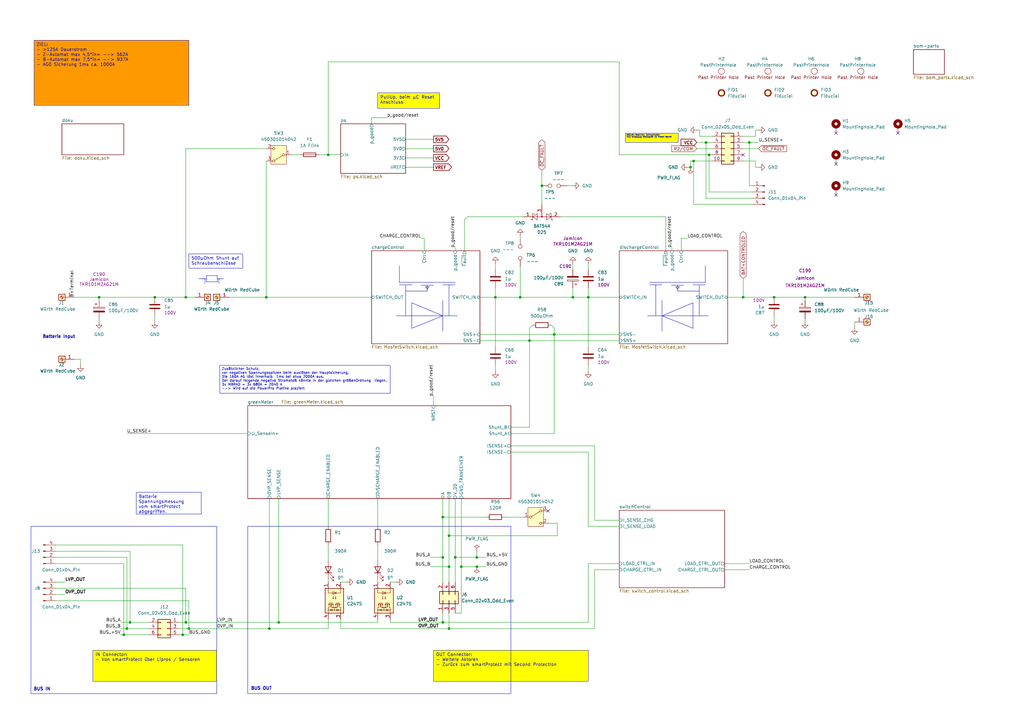
<source format=kicad_sch>
(kicad_sch
	(version 20250114)
	(generator "eeschema")
	(generator_version "9.0")
	(uuid "bf1f8167-8e29-49cc-a467-dd9cc2c77246")
	(paper "A3")
	(lib_symbols
		(symbol "Connector:Conn_01x04_Pin"
			(pin_names
				(offset 1.016)
				(hide yes)
			)
			(exclude_from_sim no)
			(in_bom yes)
			(on_board yes)
			(property "Reference" "J"
				(at 0 5.08 0)
				(effects
					(font
						(size 1.27 1.27)
					)
				)
			)
			(property "Value" "Conn_01x04_Pin"
				(at 0 -7.62 0)
				(effects
					(font
						(size 1.27 1.27)
					)
				)
			)
			(property "Footprint" ""
				(at 0 0 0)
				(effects
					(font
						(size 1.27 1.27)
					)
					(hide yes)
				)
			)
			(property "Datasheet" "~"
				(at 0 0 0)
				(effects
					(font
						(size 1.27 1.27)
					)
					(hide yes)
				)
			)
			(property "Description" "Generic connector, single row, 01x04, script generated"
				(at 0 0 0)
				(effects
					(font
						(size 1.27 1.27)
					)
					(hide yes)
				)
			)
			(property "ki_locked" ""
				(at 0 0 0)
				(effects
					(font
						(size 1.27 1.27)
					)
				)
			)
			(property "ki_keywords" "connector"
				(at 0 0 0)
				(effects
					(font
						(size 1.27 1.27)
					)
					(hide yes)
				)
			)
			(property "ki_fp_filters" "Connector*:*_1x??_*"
				(at 0 0 0)
				(effects
					(font
						(size 1.27 1.27)
					)
					(hide yes)
				)
			)
			(symbol "Conn_01x04_Pin_1_1"
				(rectangle
					(start 0.8636 2.667)
					(end 0 2.413)
					(stroke
						(width 0.1524)
						(type default)
					)
					(fill
						(type outline)
					)
				)
				(rectangle
					(start 0.8636 0.127)
					(end 0 -0.127)
					(stroke
						(width 0.1524)
						(type default)
					)
					(fill
						(type outline)
					)
				)
				(rectangle
					(start 0.8636 -2.413)
					(end 0 -2.667)
					(stroke
						(width 0.1524)
						(type default)
					)
					(fill
						(type outline)
					)
				)
				(rectangle
					(start 0.8636 -4.953)
					(end 0 -5.207)
					(stroke
						(width 0.1524)
						(type default)
					)
					(fill
						(type outline)
					)
				)
				(polyline
					(pts
						(xy 1.27 2.54) (xy 0.8636 2.54)
					)
					(stroke
						(width 0.1524)
						(type default)
					)
					(fill
						(type none)
					)
				)
				(polyline
					(pts
						(xy 1.27 0) (xy 0.8636 0)
					)
					(stroke
						(width 0.1524)
						(type default)
					)
					(fill
						(type none)
					)
				)
				(polyline
					(pts
						(xy 1.27 -2.54) (xy 0.8636 -2.54)
					)
					(stroke
						(width 0.1524)
						(type default)
					)
					(fill
						(type none)
					)
				)
				(polyline
					(pts
						(xy 1.27 -5.08) (xy 0.8636 -5.08)
					)
					(stroke
						(width 0.1524)
						(type default)
					)
					(fill
						(type none)
					)
				)
				(pin passive line
					(at 5.08 2.54 180)
					(length 3.81)
					(name "Pin_1"
						(effects
							(font
								(size 1.27 1.27)
							)
						)
					)
					(number "1"
						(effects
							(font
								(size 1.27 1.27)
							)
						)
					)
				)
				(pin passive line
					(at 5.08 0 180)
					(length 3.81)
					(name "Pin_2"
						(effects
							(font
								(size 1.27 1.27)
							)
						)
					)
					(number "2"
						(effects
							(font
								(size 1.27 1.27)
							)
						)
					)
				)
				(pin passive line
					(at 5.08 -2.54 180)
					(length 3.81)
					(name "Pin_3"
						(effects
							(font
								(size 1.27 1.27)
							)
						)
					)
					(number "3"
						(effects
							(font
								(size 1.27 1.27)
							)
						)
					)
				)
				(pin passive line
					(at 5.08 -5.08 180)
					(length 3.81)
					(name "Pin_4"
						(effects
							(font
								(size 1.27 1.27)
							)
						)
					)
					(number "4"
						(effects
							(font
								(size 1.27 1.27)
							)
						)
					)
				)
			)
			(embedded_fonts no)
		)
		(symbol "Connector:Screw_Terminal_01x01"
			(pin_names
				(offset 1.016)
				(hide yes)
			)
			(exclude_from_sim no)
			(in_bom yes)
			(on_board yes)
			(property "Reference" "J"
				(at 0 2.54 0)
				(effects
					(font
						(size 1.27 1.27)
					)
				)
			)
			(property "Value" "Screw_Terminal_01x01"
				(at 0 -2.54 0)
				(effects
					(font
						(size 1.27 1.27)
					)
				)
			)
			(property "Footprint" ""
				(at 0 0 0)
				(effects
					(font
						(size 1.27 1.27)
					)
					(hide yes)
				)
			)
			(property "Datasheet" "~"
				(at 0 0 0)
				(effects
					(font
						(size 1.27 1.27)
					)
					(hide yes)
				)
			)
			(property "Description" "Generic screw terminal, single row, 01x01, script generated (kicad-library-utils/schlib/autogen/connector/)"
				(at 0 0 0)
				(effects
					(font
						(size 1.27 1.27)
					)
					(hide yes)
				)
			)
			(property "ki_keywords" "screw terminal"
				(at 0 0 0)
				(effects
					(font
						(size 1.27 1.27)
					)
					(hide yes)
				)
			)
			(property "ki_fp_filters" "TerminalBlock*:*"
				(at 0 0 0)
				(effects
					(font
						(size 1.27 1.27)
					)
					(hide yes)
				)
			)
			(symbol "Screw_Terminal_01x01_1_1"
				(rectangle
					(start -1.27 1.27)
					(end 1.27 -1.27)
					(stroke
						(width 0.254)
						(type default)
					)
					(fill
						(type background)
					)
				)
				(polyline
					(pts
						(xy -0.5334 0.3302) (xy 0.3302 -0.508)
					)
					(stroke
						(width 0.1524)
						(type default)
					)
					(fill
						(type none)
					)
				)
				(polyline
					(pts
						(xy -0.3556 0.508) (xy 0.508 -0.3302)
					)
					(stroke
						(width 0.1524)
						(type default)
					)
					(fill
						(type none)
					)
				)
				(circle
					(center 0 0)
					(radius 0.635)
					(stroke
						(width 0.1524)
						(type default)
					)
					(fill
						(type none)
					)
				)
				(pin passive line
					(at -5.08 0 0)
					(length 3.81)
					(name "Pin_1"
						(effects
							(font
								(size 1.27 1.27)
							)
						)
					)
					(number "1"
						(effects
							(font
								(size 1.27 1.27)
							)
						)
					)
				)
			)
			(embedded_fonts no)
		)
		(symbol "Connector:TestPoint"
			(pin_numbers
				(hide yes)
			)
			(pin_names
				(offset 0.762)
				(hide yes)
			)
			(exclude_from_sim no)
			(in_bom yes)
			(on_board yes)
			(property "Reference" "TP"
				(at 0 6.858 0)
				(effects
					(font
						(size 1.27 1.27)
					)
				)
			)
			(property "Value" "TestPoint"
				(at 0 5.08 0)
				(effects
					(font
						(size 1.27 1.27)
					)
				)
			)
			(property "Footprint" ""
				(at 5.08 0 0)
				(effects
					(font
						(size 1.27 1.27)
					)
					(hide yes)
				)
			)
			(property "Datasheet" "~"
				(at 5.08 0 0)
				(effects
					(font
						(size 1.27 1.27)
					)
					(hide yes)
				)
			)
			(property "Description" "test point"
				(at 0 0 0)
				(effects
					(font
						(size 1.27 1.27)
					)
					(hide yes)
				)
			)
			(property "ki_keywords" "test point tp"
				(at 0 0 0)
				(effects
					(font
						(size 1.27 1.27)
					)
					(hide yes)
				)
			)
			(property "ki_fp_filters" "Pin* Test*"
				(at 0 0 0)
				(effects
					(font
						(size 1.27 1.27)
					)
					(hide yes)
				)
			)
			(symbol "TestPoint_0_1"
				(circle
					(center 0 3.302)
					(radius 0.762)
					(stroke
						(width 0)
						(type default)
					)
					(fill
						(type none)
					)
				)
			)
			(symbol "TestPoint_1_1"
				(pin passive line
					(at 0 0 90)
					(length 2.54)
					(name "1"
						(effects
							(font
								(size 1.27 1.27)
							)
						)
					)
					(number "1"
						(effects
							(font
								(size 1.27 1.27)
							)
						)
					)
				)
			)
			(embedded_fonts no)
		)
		(symbol "Connector_Generic:Conn_02x03_Odd_Even"
			(pin_names
				(offset 1.016)
				(hide yes)
			)
			(exclude_from_sim no)
			(in_bom yes)
			(on_board yes)
			(property "Reference" "J"
				(at 1.27 5.08 0)
				(effects
					(font
						(size 1.27 1.27)
					)
				)
			)
			(property "Value" "Conn_02x03_Odd_Even"
				(at 1.27 -5.08 0)
				(effects
					(font
						(size 1.27 1.27)
					)
				)
			)
			(property "Footprint" ""
				(at 0 0 0)
				(effects
					(font
						(size 1.27 1.27)
					)
					(hide yes)
				)
			)
			(property "Datasheet" "~"
				(at 0 0 0)
				(effects
					(font
						(size 1.27 1.27)
					)
					(hide yes)
				)
			)
			(property "Description" "Generic connector, double row, 02x03, odd/even pin numbering scheme (row 1 odd numbers, row 2 even numbers), script generated (kicad-library-utils/schlib/autogen/connector/)"
				(at 0 0 0)
				(effects
					(font
						(size 1.27 1.27)
					)
					(hide yes)
				)
			)
			(property "ki_keywords" "connector"
				(at 0 0 0)
				(effects
					(font
						(size 1.27 1.27)
					)
					(hide yes)
				)
			)
			(property "ki_fp_filters" "Connector*:*_2x??_*"
				(at 0 0 0)
				(effects
					(font
						(size 1.27 1.27)
					)
					(hide yes)
				)
			)
			(symbol "Conn_02x03_Odd_Even_1_1"
				(rectangle
					(start -1.27 3.81)
					(end 3.81 -3.81)
					(stroke
						(width 0.254)
						(type default)
					)
					(fill
						(type background)
					)
				)
				(rectangle
					(start -1.27 2.667)
					(end 0 2.413)
					(stroke
						(width 0.1524)
						(type default)
					)
					(fill
						(type none)
					)
				)
				(rectangle
					(start -1.27 0.127)
					(end 0 -0.127)
					(stroke
						(width 0.1524)
						(type default)
					)
					(fill
						(type none)
					)
				)
				(rectangle
					(start -1.27 -2.413)
					(end 0 -2.667)
					(stroke
						(width 0.1524)
						(type default)
					)
					(fill
						(type none)
					)
				)
				(rectangle
					(start 3.81 2.667)
					(end 2.54 2.413)
					(stroke
						(width 0.1524)
						(type default)
					)
					(fill
						(type none)
					)
				)
				(rectangle
					(start 3.81 0.127)
					(end 2.54 -0.127)
					(stroke
						(width 0.1524)
						(type default)
					)
					(fill
						(type none)
					)
				)
				(rectangle
					(start 3.81 -2.413)
					(end 2.54 -2.667)
					(stroke
						(width 0.1524)
						(type default)
					)
					(fill
						(type none)
					)
				)
				(pin passive line
					(at -5.08 2.54 0)
					(length 3.81)
					(name "Pin_1"
						(effects
							(font
								(size 1.27 1.27)
							)
						)
					)
					(number "1"
						(effects
							(font
								(size 1.27 1.27)
							)
						)
					)
				)
				(pin passive line
					(at -5.08 0 0)
					(length 3.81)
					(name "Pin_3"
						(effects
							(font
								(size 1.27 1.27)
							)
						)
					)
					(number "3"
						(effects
							(font
								(size 1.27 1.27)
							)
						)
					)
				)
				(pin passive line
					(at -5.08 -2.54 0)
					(length 3.81)
					(name "Pin_5"
						(effects
							(font
								(size 1.27 1.27)
							)
						)
					)
					(number "5"
						(effects
							(font
								(size 1.27 1.27)
							)
						)
					)
				)
				(pin passive line
					(at 7.62 2.54 180)
					(length 3.81)
					(name "Pin_2"
						(effects
							(font
								(size 1.27 1.27)
							)
						)
					)
					(number "2"
						(effects
							(font
								(size 1.27 1.27)
							)
						)
					)
				)
				(pin passive line
					(at 7.62 0 180)
					(length 3.81)
					(name "Pin_4"
						(effects
							(font
								(size 1.27 1.27)
							)
						)
					)
					(number "4"
						(effects
							(font
								(size 1.27 1.27)
							)
						)
					)
				)
				(pin passive line
					(at 7.62 -2.54 180)
					(length 3.81)
					(name "Pin_6"
						(effects
							(font
								(size 1.27 1.27)
							)
						)
					)
					(number "6"
						(effects
							(font
								(size 1.27 1.27)
							)
						)
					)
				)
			)
			(embedded_fonts no)
		)
		(symbol "Connector_Generic:Conn_02x05_Odd_Even"
			(pin_names
				(offset 1.016)
				(hide yes)
			)
			(exclude_from_sim no)
			(in_bom yes)
			(on_board yes)
			(property "Reference" "J"
				(at 1.27 7.62 0)
				(effects
					(font
						(size 1.27 1.27)
					)
				)
			)
			(property "Value" "Conn_02x05_Odd_Even"
				(at 1.27 -7.62 0)
				(effects
					(font
						(size 1.27 1.27)
					)
				)
			)
			(property "Footprint" ""
				(at 0 0 0)
				(effects
					(font
						(size 1.27 1.27)
					)
					(hide yes)
				)
			)
			(property "Datasheet" "~"
				(at 0 0 0)
				(effects
					(font
						(size 1.27 1.27)
					)
					(hide yes)
				)
			)
			(property "Description" "Generic connector, double row, 02x05, odd/even pin numbering scheme (row 1 odd numbers, row 2 even numbers), script generated (kicad-library-utils/schlib/autogen/connector/)"
				(at 0 0 0)
				(effects
					(font
						(size 1.27 1.27)
					)
					(hide yes)
				)
			)
			(property "ki_keywords" "connector"
				(at 0 0 0)
				(effects
					(font
						(size 1.27 1.27)
					)
					(hide yes)
				)
			)
			(property "ki_fp_filters" "Connector*:*_2x??_*"
				(at 0 0 0)
				(effects
					(font
						(size 1.27 1.27)
					)
					(hide yes)
				)
			)
			(symbol "Conn_02x05_Odd_Even_1_1"
				(rectangle
					(start -1.27 6.35)
					(end 3.81 -6.35)
					(stroke
						(width 0.254)
						(type default)
					)
					(fill
						(type background)
					)
				)
				(rectangle
					(start -1.27 5.207)
					(end 0 4.953)
					(stroke
						(width 0.1524)
						(type default)
					)
					(fill
						(type none)
					)
				)
				(rectangle
					(start -1.27 2.667)
					(end 0 2.413)
					(stroke
						(width 0.1524)
						(type default)
					)
					(fill
						(type none)
					)
				)
				(rectangle
					(start -1.27 0.127)
					(end 0 -0.127)
					(stroke
						(width 0.1524)
						(type default)
					)
					(fill
						(type none)
					)
				)
				(rectangle
					(start -1.27 -2.413)
					(end 0 -2.667)
					(stroke
						(width 0.1524)
						(type default)
					)
					(fill
						(type none)
					)
				)
				(rectangle
					(start -1.27 -4.953)
					(end 0 -5.207)
					(stroke
						(width 0.1524)
						(type default)
					)
					(fill
						(type none)
					)
				)
				(rectangle
					(start 3.81 5.207)
					(end 2.54 4.953)
					(stroke
						(width 0.1524)
						(type default)
					)
					(fill
						(type none)
					)
				)
				(rectangle
					(start 3.81 2.667)
					(end 2.54 2.413)
					(stroke
						(width 0.1524)
						(type default)
					)
					(fill
						(type none)
					)
				)
				(rectangle
					(start 3.81 0.127)
					(end 2.54 -0.127)
					(stroke
						(width 0.1524)
						(type default)
					)
					(fill
						(type none)
					)
				)
				(rectangle
					(start 3.81 -2.413)
					(end 2.54 -2.667)
					(stroke
						(width 0.1524)
						(type default)
					)
					(fill
						(type none)
					)
				)
				(rectangle
					(start 3.81 -4.953)
					(end 2.54 -5.207)
					(stroke
						(width 0.1524)
						(type default)
					)
					(fill
						(type none)
					)
				)
				(pin passive line
					(at -5.08 5.08 0)
					(length 3.81)
					(name "Pin_1"
						(effects
							(font
								(size 1.27 1.27)
							)
						)
					)
					(number "1"
						(effects
							(font
								(size 1.27 1.27)
							)
						)
					)
				)
				(pin passive line
					(at -5.08 2.54 0)
					(length 3.81)
					(name "Pin_3"
						(effects
							(font
								(size 1.27 1.27)
							)
						)
					)
					(number "3"
						(effects
							(font
								(size 1.27 1.27)
							)
						)
					)
				)
				(pin passive line
					(at -5.08 0 0)
					(length 3.81)
					(name "Pin_5"
						(effects
							(font
								(size 1.27 1.27)
							)
						)
					)
					(number "5"
						(effects
							(font
								(size 1.27 1.27)
							)
						)
					)
				)
				(pin passive line
					(at -5.08 -2.54 0)
					(length 3.81)
					(name "Pin_7"
						(effects
							(font
								(size 1.27 1.27)
							)
						)
					)
					(number "7"
						(effects
							(font
								(size 1.27 1.27)
							)
						)
					)
				)
				(pin passive line
					(at -5.08 -5.08 0)
					(length 3.81)
					(name "Pin_9"
						(effects
							(font
								(size 1.27 1.27)
							)
						)
					)
					(number "9"
						(effects
							(font
								(size 1.27 1.27)
							)
						)
					)
				)
				(pin passive line
					(at 7.62 5.08 180)
					(length 3.81)
					(name "Pin_2"
						(effects
							(font
								(size 1.27 1.27)
							)
						)
					)
					(number "2"
						(effects
							(font
								(size 1.27 1.27)
							)
						)
					)
				)
				(pin passive line
					(at 7.62 2.54 180)
					(length 3.81)
					(name "Pin_4"
						(effects
							(font
								(size 1.27 1.27)
							)
						)
					)
					(number "4"
						(effects
							(font
								(size 1.27 1.27)
							)
						)
					)
				)
				(pin passive line
					(at 7.62 0 180)
					(length 3.81)
					(name "Pin_6"
						(effects
							(font
								(size 1.27 1.27)
							)
						)
					)
					(number "6"
						(effects
							(font
								(size 1.27 1.27)
							)
						)
					)
				)
				(pin passive line
					(at 7.62 -2.54 180)
					(length 3.81)
					(name "Pin_8"
						(effects
							(font
								(size 1.27 1.27)
							)
						)
					)
					(number "8"
						(effects
							(font
								(size 1.27 1.27)
							)
						)
					)
				)
				(pin passive line
					(at 7.62 -5.08 180)
					(length 3.81)
					(name "Pin_10"
						(effects
							(font
								(size 1.27 1.27)
							)
						)
					)
					(number "10"
						(effects
							(font
								(size 1.27 1.27)
							)
						)
					)
				)
			)
			(embedded_fonts no)
		)
		(symbol "Device:C"
			(pin_numbers
				(hide yes)
			)
			(pin_names
				(offset 0.254)
			)
			(exclude_from_sim no)
			(in_bom yes)
			(on_board yes)
			(property "Reference" "C"
				(at 0.635 2.54 0)
				(effects
					(font
						(size 1.27 1.27)
					)
					(justify left)
				)
			)
			(property "Value" "C"
				(at 0.635 -2.54 0)
				(effects
					(font
						(size 1.27 1.27)
					)
					(justify left)
				)
			)
			(property "Footprint" ""
				(at 0.9652 -3.81 0)
				(effects
					(font
						(size 1.27 1.27)
					)
					(hide yes)
				)
			)
			(property "Datasheet" "~"
				(at 0 0 0)
				(effects
					(font
						(size 1.27 1.27)
					)
					(hide yes)
				)
			)
			(property "Description" "Unpolarized capacitor"
				(at 0 0 0)
				(effects
					(font
						(size 1.27 1.27)
					)
					(hide yes)
				)
			)
			(property "ki_keywords" "cap capacitor"
				(at 0 0 0)
				(effects
					(font
						(size 1.27 1.27)
					)
					(hide yes)
				)
			)
			(property "ki_fp_filters" "C_*"
				(at 0 0 0)
				(effects
					(font
						(size 1.27 1.27)
					)
					(hide yes)
				)
			)
			(symbol "C_0_1"
				(polyline
					(pts
						(xy -2.032 0.762) (xy 2.032 0.762)
					)
					(stroke
						(width 0.508)
						(type default)
					)
					(fill
						(type none)
					)
				)
				(polyline
					(pts
						(xy -2.032 -0.762) (xy 2.032 -0.762)
					)
					(stroke
						(width 0.508)
						(type default)
					)
					(fill
						(type none)
					)
				)
			)
			(symbol "C_1_1"
				(pin passive line
					(at 0 3.81 270)
					(length 2.794)
					(name "~"
						(effects
							(font
								(size 1.27 1.27)
							)
						)
					)
					(number "1"
						(effects
							(font
								(size 1.27 1.27)
							)
						)
					)
				)
				(pin passive line
					(at 0 -3.81 90)
					(length 2.794)
					(name "~"
						(effects
							(font
								(size 1.27 1.27)
							)
						)
					)
					(number "2"
						(effects
							(font
								(size 1.27 1.27)
							)
						)
					)
				)
			)
			(embedded_fonts no)
		)
		(symbol "Device:C_Polarized"
			(pin_numbers
				(hide yes)
			)
			(pin_names
				(offset 0.254)
			)
			(exclude_from_sim no)
			(in_bom yes)
			(on_board yes)
			(property "Reference" "C"
				(at 0.635 2.54 0)
				(effects
					(font
						(size 1.27 1.27)
					)
					(justify left)
				)
			)
			(property "Value" "C_Polarized"
				(at 0.635 -2.54 0)
				(effects
					(font
						(size 1.27 1.27)
					)
					(justify left)
				)
			)
			(property "Footprint" ""
				(at 0.9652 -3.81 0)
				(effects
					(font
						(size 1.27 1.27)
					)
					(hide yes)
				)
			)
			(property "Datasheet" "~"
				(at 0 0 0)
				(effects
					(font
						(size 1.27 1.27)
					)
					(hide yes)
				)
			)
			(property "Description" "Polarized capacitor"
				(at 0 0 0)
				(effects
					(font
						(size 1.27 1.27)
					)
					(hide yes)
				)
			)
			(property "ki_keywords" "cap capacitor"
				(at 0 0 0)
				(effects
					(font
						(size 1.27 1.27)
					)
					(hide yes)
				)
			)
			(property "ki_fp_filters" "CP_*"
				(at 0 0 0)
				(effects
					(font
						(size 1.27 1.27)
					)
					(hide yes)
				)
			)
			(symbol "C_Polarized_0_1"
				(rectangle
					(start -2.286 0.508)
					(end 2.286 1.016)
					(stroke
						(width 0)
						(type default)
					)
					(fill
						(type none)
					)
				)
				(polyline
					(pts
						(xy -1.778 2.286) (xy -0.762 2.286)
					)
					(stroke
						(width 0)
						(type default)
					)
					(fill
						(type none)
					)
				)
				(polyline
					(pts
						(xy -1.27 2.794) (xy -1.27 1.778)
					)
					(stroke
						(width 0)
						(type default)
					)
					(fill
						(type none)
					)
				)
				(rectangle
					(start 2.286 -0.508)
					(end -2.286 -1.016)
					(stroke
						(width 0)
						(type default)
					)
					(fill
						(type outline)
					)
				)
			)
			(symbol "C_Polarized_1_1"
				(pin passive line
					(at 0 3.81 270)
					(length 2.794)
					(name "~"
						(effects
							(font
								(size 1.27 1.27)
							)
						)
					)
					(number "1"
						(effects
							(font
								(size 1.27 1.27)
							)
						)
					)
				)
				(pin passive line
					(at 0 -3.81 90)
					(length 2.794)
					(name "~"
						(effects
							(font
								(size 1.27 1.27)
							)
						)
					)
					(number "2"
						(effects
							(font
								(size 1.27 1.27)
							)
						)
					)
				)
			)
			(embedded_fonts no)
		)
		(symbol "Device:Fuse"
			(pin_numbers
				(hide yes)
			)
			(pin_names
				(offset 0)
			)
			(exclude_from_sim no)
			(in_bom yes)
			(on_board yes)
			(property "Reference" "F"
				(at 2.032 0 90)
				(effects
					(font
						(size 1.27 1.27)
					)
				)
			)
			(property "Value" "Fuse"
				(at -1.905 0 90)
				(effects
					(font
						(size 1.27 1.27)
					)
				)
			)
			(property "Footprint" ""
				(at -1.778 0 90)
				(effects
					(font
						(size 1.27 1.27)
					)
					(hide yes)
				)
			)
			(property "Datasheet" "~"
				(at 0 0 0)
				(effects
					(font
						(size 1.27 1.27)
					)
					(hide yes)
				)
			)
			(property "Description" "Fuse"
				(at 0 0 0)
				(effects
					(font
						(size 1.27 1.27)
					)
					(hide yes)
				)
			)
			(property "ki_keywords" "fuse"
				(at 0 0 0)
				(effects
					(font
						(size 1.27 1.27)
					)
					(hide yes)
				)
			)
			(property "ki_fp_filters" "*Fuse*"
				(at 0 0 0)
				(effects
					(font
						(size 1.27 1.27)
					)
					(hide yes)
				)
			)
			(symbol "Fuse_0_1"
				(rectangle
					(start -0.762 -2.54)
					(end 0.762 2.54)
					(stroke
						(width 0.254)
						(type default)
					)
					(fill
						(type none)
					)
				)
				(polyline
					(pts
						(xy 0 2.54) (xy 0 -2.54)
					)
					(stroke
						(width 0)
						(type default)
					)
					(fill
						(type none)
					)
				)
			)
			(symbol "Fuse_1_1"
				(pin passive line
					(at 0 3.81 270)
					(length 1.27)
					(name "~"
						(effects
							(font
								(size 1.27 1.27)
							)
						)
					)
					(number "1"
						(effects
							(font
								(size 1.27 1.27)
							)
						)
					)
				)
				(pin passive line
					(at 0 -3.81 90)
					(length 1.27)
					(name "~"
						(effects
							(font
								(size 1.27 1.27)
							)
						)
					)
					(number "2"
						(effects
							(font
								(size 1.27 1.27)
							)
						)
					)
				)
			)
			(embedded_fonts no)
		)
		(symbol "Device:LED"
			(pin_numbers
				(hide yes)
			)
			(pin_names
				(offset 1.016)
				(hide yes)
			)
			(exclude_from_sim no)
			(in_bom yes)
			(on_board yes)
			(property "Reference" "D"
				(at 0 2.54 0)
				(effects
					(font
						(size 1.27 1.27)
					)
				)
			)
			(property "Value" "LED"
				(at 0 -2.54 0)
				(effects
					(font
						(size 1.27 1.27)
					)
				)
			)
			(property "Footprint" ""
				(at 0 0 0)
				(effects
					(font
						(size 1.27 1.27)
					)
					(hide yes)
				)
			)
			(property "Datasheet" "~"
				(at 0 0 0)
				(effects
					(font
						(size 1.27 1.27)
					)
					(hide yes)
				)
			)
			(property "Description" "Light emitting diode"
				(at 0 0 0)
				(effects
					(font
						(size 1.27 1.27)
					)
					(hide yes)
				)
			)
			(property "Sim.Pins" "1=K 2=A"
				(at 0 0 0)
				(effects
					(font
						(size 1.27 1.27)
					)
					(hide yes)
				)
			)
			(property "ki_keywords" "LED diode"
				(at 0 0 0)
				(effects
					(font
						(size 1.27 1.27)
					)
					(hide yes)
				)
			)
			(property "ki_fp_filters" "LED* LED_SMD:* LED_THT:*"
				(at 0 0 0)
				(effects
					(font
						(size 1.27 1.27)
					)
					(hide yes)
				)
			)
			(symbol "LED_0_1"
				(polyline
					(pts
						(xy -3.048 -0.762) (xy -4.572 -2.286) (xy -3.81 -2.286) (xy -4.572 -2.286) (xy -4.572 -1.524)
					)
					(stroke
						(width 0)
						(type default)
					)
					(fill
						(type none)
					)
				)
				(polyline
					(pts
						(xy -1.778 -0.762) (xy -3.302 -2.286) (xy -2.54 -2.286) (xy -3.302 -2.286) (xy -3.302 -1.524)
					)
					(stroke
						(width 0)
						(type default)
					)
					(fill
						(type none)
					)
				)
				(polyline
					(pts
						(xy -1.27 0) (xy 1.27 0)
					)
					(stroke
						(width 0)
						(type default)
					)
					(fill
						(type none)
					)
				)
				(polyline
					(pts
						(xy -1.27 -1.27) (xy -1.27 1.27)
					)
					(stroke
						(width 0.254)
						(type default)
					)
					(fill
						(type none)
					)
				)
				(polyline
					(pts
						(xy 1.27 -1.27) (xy 1.27 1.27) (xy -1.27 0) (xy 1.27 -1.27)
					)
					(stroke
						(width 0.254)
						(type default)
					)
					(fill
						(type none)
					)
				)
			)
			(symbol "LED_1_1"
				(pin passive line
					(at -3.81 0 0)
					(length 2.54)
					(name "K"
						(effects
							(font
								(size 1.27 1.27)
							)
						)
					)
					(number "1"
						(effects
							(font
								(size 1.27 1.27)
							)
						)
					)
				)
				(pin passive line
					(at 3.81 0 180)
					(length 2.54)
					(name "A"
						(effects
							(font
								(size 1.27 1.27)
							)
						)
					)
					(number "2"
						(effects
							(font
								(size 1.27 1.27)
							)
						)
					)
				)
			)
			(embedded_fonts no)
		)
		(symbol "Device:R"
			(pin_numbers
				(hide yes)
			)
			(pin_names
				(offset 0)
			)
			(exclude_from_sim no)
			(in_bom yes)
			(on_board yes)
			(property "Reference" "R"
				(at 2.032 0 90)
				(effects
					(font
						(size 1.27 1.27)
					)
				)
			)
			(property "Value" "R"
				(at 0 0 90)
				(effects
					(font
						(size 1.27 1.27)
					)
				)
			)
			(property "Footprint" ""
				(at -1.778 0 90)
				(effects
					(font
						(size 1.27 1.27)
					)
					(hide yes)
				)
			)
			(property "Datasheet" "~"
				(at 0 0 0)
				(effects
					(font
						(size 1.27 1.27)
					)
					(hide yes)
				)
			)
			(property "Description" "Resistor"
				(at 0 0 0)
				(effects
					(font
						(size 1.27 1.27)
					)
					(hide yes)
				)
			)
			(property "ki_keywords" "R res resistor"
				(at 0 0 0)
				(effects
					(font
						(size 1.27 1.27)
					)
					(hide yes)
				)
			)
			(property "ki_fp_filters" "R_*"
				(at 0 0 0)
				(effects
					(font
						(size 1.27 1.27)
					)
					(hide yes)
				)
			)
			(symbol "R_0_1"
				(rectangle
					(start -1.016 -2.54)
					(end 1.016 2.54)
					(stroke
						(width 0.254)
						(type default)
					)
					(fill
						(type none)
					)
				)
			)
			(symbol "R_1_1"
				(pin passive line
					(at 0 3.81 270)
					(length 1.27)
					(name "~"
						(effects
							(font
								(size 1.27 1.27)
							)
						)
					)
					(number "1"
						(effects
							(font
								(size 1.27 1.27)
							)
						)
					)
				)
				(pin passive line
					(at 0 -3.81 90)
					(length 1.27)
					(name "~"
						(effects
							(font
								(size 1.27 1.27)
							)
						)
					)
					(number "2"
						(effects
							(font
								(size 1.27 1.27)
							)
						)
					)
				)
			)
			(embedded_fonts no)
		)
		(symbol "Diode:BAT54A"
			(pin_names
				(offset 1.016)
			)
			(exclude_from_sim no)
			(in_bom yes)
			(on_board yes)
			(property "Reference" "D"
				(at 0.635 -3.81 0)
				(effects
					(font
						(size 1.27 1.27)
					)
					(justify left)
				)
			)
			(property "Value" "BAT54A"
				(at -6.35 3.175 0)
				(effects
					(font
						(size 1.27 1.27)
					)
					(justify left)
				)
			)
			(property "Footprint" "Package_TO_SOT_SMD:SOT-23"
				(at 1.905 3.175 0)
				(effects
					(font
						(size 1.27 1.27)
					)
					(justify left)
					(hide yes)
				)
			)
			(property "Datasheet" "http://www.diodes.com/_files/datasheets/ds11005.pdf"
				(at -3.048 0 0)
				(effects
					(font
						(size 1.27 1.27)
					)
					(hide yes)
				)
			)
			(property "Description" "schottky barrier diode"
				(at 0 0 0)
				(effects
					(font
						(size 1.27 1.27)
					)
					(hide yes)
				)
			)
			(property "ki_keywords" "schottky diode"
				(at 0 0 0)
				(effects
					(font
						(size 1.27 1.27)
					)
					(hide yes)
				)
			)
			(property "ki_fp_filters" "SOT?23*"
				(at 0 0 0)
				(effects
					(font
						(size 1.27 1.27)
					)
					(hide yes)
				)
			)
			(symbol "BAT54A_0_1"
				(polyline
					(pts
						(xy -4.445 1.27) (xy -4.445 1.016)
					)
					(stroke
						(width 0)
						(type default)
					)
					(fill
						(type none)
					)
				)
				(polyline
					(pts
						(xy -3.81 1.27) (xy -4.445 1.27)
					)
					(stroke
						(width 0)
						(type default)
					)
					(fill
						(type none)
					)
				)
				(polyline
					(pts
						(xy -3.81 0) (xy -1.27 0)
					)
					(stroke
						(width 0)
						(type default)
					)
					(fill
						(type none)
					)
				)
				(polyline
					(pts
						(xy -3.81 -1.27) (xy -3.81 1.27)
					)
					(stroke
						(width 0)
						(type default)
					)
					(fill
						(type none)
					)
				)
				(polyline
					(pts
						(xy -3.81 -1.27) (xy -3.175 -1.27)
					)
					(stroke
						(width 0)
						(type default)
					)
					(fill
						(type none)
					)
				)
				(polyline
					(pts
						(xy -3.175 -1.27) (xy -3.175 -1.016)
					)
					(stroke
						(width 0)
						(type default)
					)
					(fill
						(type none)
					)
				)
				(polyline
					(pts
						(xy -1.905 1.27) (xy -1.905 -1.27) (xy -3.81 0) (xy -1.905 1.27)
					)
					(stroke
						(width 0)
						(type default)
					)
					(fill
						(type none)
					)
				)
				(polyline
					(pts
						(xy -1.905 0) (xy 1.905 0)
					)
					(stroke
						(width 0)
						(type default)
					)
					(fill
						(type none)
					)
				)
				(circle
					(center 0 0)
					(radius 0.254)
					(stroke
						(width 0)
						(type default)
					)
					(fill
						(type outline)
					)
				)
				(polyline
					(pts
						(xy 1.27 0) (xy 3.81 0)
					)
					(stroke
						(width 0)
						(type default)
					)
					(fill
						(type none)
					)
				)
				(polyline
					(pts
						(xy 1.905 1.27) (xy 1.905 -1.27) (xy 3.81 0) (xy 1.905 1.27)
					)
					(stroke
						(width 0)
						(type default)
					)
					(fill
						(type none)
					)
				)
				(polyline
					(pts
						(xy 3.175 -1.27) (xy 3.175 -1.016)
					)
					(stroke
						(width 0)
						(type default)
					)
					(fill
						(type none)
					)
				)
				(polyline
					(pts
						(xy 3.81 1.27) (xy 4.445 1.27)
					)
					(stroke
						(width 0)
						(type default)
					)
					(fill
						(type none)
					)
				)
				(polyline
					(pts
						(xy 3.81 -1.27) (xy 3.175 -1.27)
					)
					(stroke
						(width 0)
						(type default)
					)
					(fill
						(type none)
					)
				)
				(polyline
					(pts
						(xy 3.81 -1.27) (xy 3.81 1.27)
					)
					(stroke
						(width 0)
						(type default)
					)
					(fill
						(type none)
					)
				)
				(polyline
					(pts
						(xy 4.445 1.27) (xy 4.445 1.016)
					)
					(stroke
						(width 0)
						(type default)
					)
					(fill
						(type none)
					)
				)
			)
			(symbol "BAT54A_1_1"
				(pin passive line
					(at -7.62 0 0)
					(length 3.81)
					(name "~"
						(effects
							(font
								(size 1.27 1.27)
							)
						)
					)
					(number "1"
						(effects
							(font
								(size 1.27 1.27)
							)
						)
					)
				)
				(pin passive line
					(at 0 -5.08 90)
					(length 5.08)
					(name "~"
						(effects
							(font
								(size 1.27 1.27)
							)
						)
					)
					(number "3"
						(effects
							(font
								(size 1.27 1.27)
							)
						)
					)
				)
				(pin passive line
					(at 7.62 0 180)
					(length 3.81)
					(name "~"
						(effects
							(font
								(size 1.27 1.27)
							)
						)
					)
					(number "2"
						(effects
							(font
								(size 1.27 1.27)
							)
						)
					)
				)
			)
			(embedded_fonts no)
		)
		(symbol "Mechanical:Fiducial"
			(exclude_from_sim yes)
			(in_bom no)
			(on_board yes)
			(property "Reference" "FID"
				(at 0 5.08 0)
				(effects
					(font
						(size 1.27 1.27)
					)
				)
			)
			(property "Value" "Fiducial"
				(at 0 3.175 0)
				(effects
					(font
						(size 1.27 1.27)
					)
				)
			)
			(property "Footprint" ""
				(at 0 0 0)
				(effects
					(font
						(size 1.27 1.27)
					)
					(hide yes)
				)
			)
			(property "Datasheet" "~"
				(at 0 0 0)
				(effects
					(font
						(size 1.27 1.27)
					)
					(hide yes)
				)
			)
			(property "Description" "Fiducial Marker"
				(at 0 0 0)
				(effects
					(font
						(size 1.27 1.27)
					)
					(hide yes)
				)
			)
			(property "ki_keywords" "fiducial marker"
				(at 0 0 0)
				(effects
					(font
						(size 1.27 1.27)
					)
					(hide yes)
				)
			)
			(property "ki_fp_filters" "Fiducial*"
				(at 0 0 0)
				(effects
					(font
						(size 1.27 1.27)
					)
					(hide yes)
				)
			)
			(symbol "Fiducial_0_1"
				(circle
					(center 0 0)
					(radius 1.27)
					(stroke
						(width 0.508)
						(type default)
					)
					(fill
						(type background)
					)
				)
			)
			(embedded_fonts no)
		)
		(symbol "Mechanical:MountingHole_Pad"
			(pin_numbers
				(hide yes)
			)
			(pin_names
				(offset 1.016)
				(hide yes)
			)
			(exclude_from_sim yes)
			(in_bom no)
			(on_board yes)
			(property "Reference" "H"
				(at 0 6.35 0)
				(effects
					(font
						(size 1.27 1.27)
					)
				)
			)
			(property "Value" "MountingHole_Pad"
				(at 0 4.445 0)
				(effects
					(font
						(size 1.27 1.27)
					)
				)
			)
			(property "Footprint" ""
				(at 0 0 0)
				(effects
					(font
						(size 1.27 1.27)
					)
					(hide yes)
				)
			)
			(property "Datasheet" "~"
				(at 0 0 0)
				(effects
					(font
						(size 1.27 1.27)
					)
					(hide yes)
				)
			)
			(property "Description" "Mounting Hole with connection"
				(at 0 0 0)
				(effects
					(font
						(size 1.27 1.27)
					)
					(hide yes)
				)
			)
			(property "ki_keywords" "mounting hole"
				(at 0 0 0)
				(effects
					(font
						(size 1.27 1.27)
					)
					(hide yes)
				)
			)
			(property "ki_fp_filters" "MountingHole*Pad*"
				(at 0 0 0)
				(effects
					(font
						(size 1.27 1.27)
					)
					(hide yes)
				)
			)
			(symbol "MountingHole_Pad_0_1"
				(circle
					(center 0 1.27)
					(radius 1.27)
					(stroke
						(width 1.27)
						(type default)
					)
					(fill
						(type none)
					)
				)
			)
			(symbol "MountingHole_Pad_1_1"
				(pin input line
					(at 0 -2.54 90)
					(length 2.54)
					(name "1"
						(effects
							(font
								(size 1.27 1.27)
							)
						)
					)
					(number "1"
						(effects
							(font
								(size 1.27 1.27)
							)
						)
					)
				)
			)
			(embedded_fonts no)
		)
		(symbol "Relay_SolidState:ASSR-1218"
			(exclude_from_sim no)
			(in_bom yes)
			(on_board yes)
			(property "Reference" "U"
				(at -5.08 5.08 0)
				(effects
					(font
						(size 1.27 1.27)
					)
					(justify left)
				)
			)
			(property "Value" "ASSR-1218"
				(at 0 5.08 0)
				(effects
					(font
						(size 1.27 1.27)
					)
					(justify left)
				)
			)
			(property "Footprint" "Package_SO:SO-4_4.4x4.3mm_P2.54mm"
				(at -5.08 -5.08 0)
				(effects
					(font
						(size 1.27 1.27)
						(italic yes)
					)
					(justify left)
					(hide yes)
				)
			)
			(property "Datasheet" "https://docs.broadcom.com/docs/AV02-0173EN"
				(at 0 0 0)
				(effects
					(font
						(size 1.27 1.27)
					)
					(justify left)
					(hide yes)
				)
			)
			(property "Description" "Form A, Solid State Relay (Photo MOSFET) 60V, 0.2A, 10Ohm, SO-4"
				(at 0 0 0)
				(effects
					(font
						(size 1.27 1.27)
					)
					(hide yes)
				)
			)
			(property "ki_keywords" "MOSFET Output Photorelay 1-Form-A"
				(at 0 0 0)
				(effects
					(font
						(size 1.27 1.27)
					)
					(hide yes)
				)
			)
			(property "ki_fp_filters" "SO*4.4x4.3mm*P2.54mm*"
				(at 0 0 0)
				(effects
					(font
						(size 1.27 1.27)
					)
					(hide yes)
				)
			)
			(symbol "ASSR-1218_0_1"
				(rectangle
					(start -5.08 3.81)
					(end 5.08 -3.81)
					(stroke
						(width 0.254)
						(type default)
					)
					(fill
						(type background)
					)
				)
				(polyline
					(pts
						(xy -5.08 2.54) (xy -3.175 2.54) (xy -3.175 -2.54) (xy -5.08 -2.54)
					)
					(stroke
						(width 0)
						(type default)
					)
					(fill
						(type none)
					)
				)
				(polyline
					(pts
						(xy -3.81 -0.635) (xy -2.54 -0.635)
					)
					(stroke
						(width 0)
						(type default)
					)
					(fill
						(type none)
					)
				)
				(polyline
					(pts
						(xy -3.175 -0.635) (xy -3.81 0.635) (xy -2.54 0.635) (xy -3.175 -0.635)
					)
					(stroke
						(width 0)
						(type default)
					)
					(fill
						(type none)
					)
				)
				(polyline
					(pts
						(xy -1.905 0.508) (xy -0.635 0.508) (xy -1.016 0.381) (xy -1.016 0.635) (xy -0.635 0.508)
					)
					(stroke
						(width 0)
						(type default)
					)
					(fill
						(type none)
					)
				)
				(polyline
					(pts
						(xy -1.905 -0.508) (xy -0.635 -0.508) (xy -1.016 -0.635) (xy -1.016 -0.381) (xy -0.635 -0.508)
					)
					(stroke
						(width 0)
						(type default)
					)
					(fill
						(type none)
					)
				)
				(polyline
					(pts
						(xy 1.016 2.159) (xy 1.016 0.635)
					)
					(stroke
						(width 0.2032)
						(type default)
					)
					(fill
						(type none)
					)
				)
				(polyline
					(pts
						(xy 1.016 -0.635) (xy 1.016 -2.159)
					)
					(stroke
						(width 0.2032)
						(type default)
					)
					(fill
						(type none)
					)
				)
				(polyline
					(pts
						(xy 1.524 2.286) (xy 1.524 2.032) (xy 1.524 2.032)
					)
					(stroke
						(width 0.3556)
						(type default)
					)
					(fill
						(type none)
					)
				)
				(polyline
					(pts
						(xy 1.524 1.524) (xy 1.524 1.27) (xy 1.524 1.27)
					)
					(stroke
						(width 0.3556)
						(type default)
					)
					(fill
						(type none)
					)
				)
				(polyline
					(pts
						(xy 1.524 0.762) (xy 1.524 0.508) (xy 1.524 0.508)
					)
					(stroke
						(width 0.3556)
						(type default)
					)
					(fill
						(type none)
					)
				)
				(polyline
					(pts
						(xy 1.524 -0.508) (xy 1.524 -0.762)
					)
					(stroke
						(width 0.3556)
						(type default)
					)
					(fill
						(type none)
					)
				)
				(polyline
					(pts
						(xy 1.524 -1.27) (xy 1.524 -1.524) (xy 1.524 -1.524)
					)
					(stroke
						(width 0.3556)
						(type default)
					)
					(fill
						(type none)
					)
				)
				(polyline
					(pts
						(xy 1.524 -2.032) (xy 1.524 -2.286) (xy 1.524 -2.286)
					)
					(stroke
						(width 0.3556)
						(type default)
					)
					(fill
						(type none)
					)
				)
				(polyline
					(pts
						(xy 1.651 2.159) (xy 2.794 2.159) (xy 2.794 2.54) (xy 5.08 2.54)
					)
					(stroke
						(width 0)
						(type default)
					)
					(fill
						(type none)
					)
				)
				(polyline
					(pts
						(xy 1.651 1.397) (xy 2.794 1.397) (xy 2.794 0.635)
					)
					(stroke
						(width 0)
						(type default)
					)
					(fill
						(type none)
					)
				)
				(polyline
					(pts
						(xy 1.651 -0.635) (xy 2.794 -0.635) (xy 2.794 0.635) (xy 1.651 0.635)
					)
					(stroke
						(width 0)
						(type default)
					)
					(fill
						(type none)
					)
				)
				(polyline
					(pts
						(xy 1.651 -1.397) (xy 2.794 -1.397) (xy 2.794 -0.635)
					)
					(stroke
						(width 0)
						(type default)
					)
					(fill
						(type none)
					)
				)
				(polyline
					(pts
						(xy 1.651 -2.159) (xy 2.794 -2.159) (xy 2.794 -2.54) (xy 5.08 -2.54)
					)
					(stroke
						(width 0)
						(type default)
					)
					(fill
						(type none)
					)
				)
				(polyline
					(pts
						(xy 1.778 1.397) (xy 2.286 1.524) (xy 2.286 1.27) (xy 1.778 1.397)
					)
					(stroke
						(width 0)
						(type default)
					)
					(fill
						(type none)
					)
				)
				(polyline
					(pts
						(xy 1.778 -1.397) (xy 2.286 -1.27) (xy 2.286 -1.524) (xy 1.778 -1.397)
					)
					(stroke
						(width 0)
						(type default)
					)
					(fill
						(type none)
					)
				)
				(circle
					(center 2.794 0.635)
					(radius 0.127)
					(stroke
						(width 0)
						(type default)
					)
					(fill
						(type none)
					)
				)
				(polyline
					(pts
						(xy 2.794 0) (xy 3.81 0)
					)
					(stroke
						(width 0)
						(type default)
					)
					(fill
						(type none)
					)
				)
				(circle
					(center 2.794 0)
					(radius 0.127)
					(stroke
						(width 0)
						(type default)
					)
					(fill
						(type none)
					)
				)
				(circle
					(center 2.794 -0.635)
					(radius 0.127)
					(stroke
						(width 0)
						(type default)
					)
					(fill
						(type none)
					)
				)
				(polyline
					(pts
						(xy 3.429 1.651) (xy 4.191 1.651)
					)
					(stroke
						(width 0)
						(type default)
					)
					(fill
						(type none)
					)
				)
				(polyline
					(pts
						(xy 3.429 -1.651) (xy 4.191 -1.651)
					)
					(stroke
						(width 0)
						(type default)
					)
					(fill
						(type none)
					)
				)
				(circle
					(center 3.81 2.54)
					(radius 0.127)
					(stroke
						(width 0)
						(type default)
					)
					(fill
						(type none)
					)
				)
				(polyline
					(pts
						(xy 3.81 1.651) (xy 3.429 0.889) (xy 4.191 0.889) (xy 3.81 1.651)
					)
					(stroke
						(width 0)
						(type default)
					)
					(fill
						(type none)
					)
				)
				(circle
					(center 3.81 0)
					(radius 0.127)
					(stroke
						(width 0)
						(type default)
					)
					(fill
						(type none)
					)
				)
				(polyline
					(pts
						(xy 3.81 -1.651) (xy 3.429 -0.889) (xy 4.191 -0.889) (xy 3.81 -1.651)
					)
					(stroke
						(width 0)
						(type default)
					)
					(fill
						(type none)
					)
				)
				(polyline
					(pts
						(xy 3.81 -2.54) (xy 3.81 2.54)
					)
					(stroke
						(width 0)
						(type default)
					)
					(fill
						(type none)
					)
				)
				(circle
					(center 3.81 -2.54)
					(radius 0.127)
					(stroke
						(width 0)
						(type default)
					)
					(fill
						(type none)
					)
				)
			)
			(symbol "ASSR-1218_1_1"
				(pin passive line
					(at -7.62 2.54 0)
					(length 2.54)
					(name "~"
						(effects
							(font
								(size 1.27 1.27)
							)
						)
					)
					(number "1"
						(effects
							(font
								(size 1.27 1.27)
							)
						)
					)
				)
				(pin passive line
					(at -7.62 -2.54 0)
					(length 2.54)
					(name "~"
						(effects
							(font
								(size 1.27 1.27)
							)
						)
					)
					(number "2"
						(effects
							(font
								(size 1.27 1.27)
							)
						)
					)
				)
				(pin passive line
					(at 7.62 2.54 180)
					(length 2.54)
					(name "~"
						(effects
							(font
								(size 1.27 1.27)
							)
						)
					)
					(number "4"
						(effects
							(font
								(size 1.27 1.27)
							)
						)
					)
				)
				(pin passive line
					(at 7.62 -2.54 180)
					(length 2.54)
					(name "~"
						(effects
							(font
								(size 1.27 1.27)
							)
						)
					)
					(number "3"
						(effects
							(font
								(size 1.27 1.27)
							)
						)
					)
				)
			)
			(embedded_fonts no)
		)
		(symbol "Switch:SW_Wuerth_450301014042"
			(pin_names
				(offset 1)
				(hide yes)
			)
			(exclude_from_sim no)
			(in_bom yes)
			(on_board yes)
			(property "Reference" "SW"
				(at 0 5.08 0)
				(effects
					(font
						(size 1.27 1.27)
					)
				)
			)
			(property "Value" "SW_Wuerth_450301014042"
				(at 0 -5.08 0)
				(effects
					(font
						(size 1.27 1.27)
					)
				)
			)
			(property "Footprint" "Button_Switch_THT:SW_Slide-03_Wuerth-WS-SLTV_10x2.5x6.4_P2.54mm"
				(at 0 -10.16 0)
				(effects
					(font
						(size 1.27 1.27)
					)
					(hide yes)
				)
			)
			(property "Datasheet" "https://www.we-online.com/components/products/datasheet/450301014042.pdf"
				(at 0 -7.62 0)
				(effects
					(font
						(size 1.27 1.27)
					)
					(hide yes)
				)
			)
			(property "Description" "Switch slide, single pole double throw"
				(at 0 0 0)
				(effects
					(font
						(size 1.27 1.27)
					)
					(hide yes)
				)
			)
			(property "ki_keywords" "changeover single-pole opposite-side-connection double-throw spdt ON-ON"
				(at 0 0 0)
				(effects
					(font
						(size 1.27 1.27)
					)
					(hide yes)
				)
			)
			(property "ki_fp_filters" "SW*Wuerth*WS*SLTV*10x2.5x6.4*P2.54mm*"
				(at 0 0 0)
				(effects
					(font
						(size 1.27 1.27)
					)
					(hide yes)
				)
			)
			(symbol "SW_Wuerth_450301014042_0_1"
				(circle
					(center -2.032 0)
					(radius 0.4572)
					(stroke
						(width 0)
						(type default)
					)
					(fill
						(type none)
					)
				)
				(polyline
					(pts
						(xy -1.651 0.254) (xy 1.651 2.286)
					)
					(stroke
						(width 0)
						(type default)
					)
					(fill
						(type none)
					)
				)
				(circle
					(center 2.032 2.54)
					(radius 0.4572)
					(stroke
						(width 0)
						(type default)
					)
					(fill
						(type none)
					)
				)
				(circle
					(center 2.032 -2.54)
					(radius 0.4572)
					(stroke
						(width 0)
						(type default)
					)
					(fill
						(type none)
					)
				)
			)
			(symbol "SW_Wuerth_450301014042_1_1"
				(rectangle
					(start -3.175 3.81)
					(end 3.175 -3.81)
					(stroke
						(width 0)
						(type default)
					)
					(fill
						(type background)
					)
				)
				(pin passive line
					(at -5.08 0 0)
					(length 2.54)
					(name "B"
						(effects
							(font
								(size 1.27 1.27)
							)
						)
					)
					(number "1"
						(effects
							(font
								(size 1.27 1.27)
							)
						)
					)
				)
				(pin passive line
					(at 5.08 2.54 180)
					(length 2.54)
					(name "A"
						(effects
							(font
								(size 1.27 1.27)
							)
						)
					)
					(number "3"
						(effects
							(font
								(size 1.27 1.27)
							)
						)
					)
				)
				(pin passive line
					(at 5.08 -2.54 180)
					(length 2.54)
					(name "C"
						(effects
							(font
								(size 1.27 1.27)
							)
						)
					)
					(number "2"
						(effects
							(font
								(size 1.27 1.27)
							)
						)
					)
				)
			)
			(embedded_fonts no)
		)
		(symbol "myMounting:mounting_past_printer"
			(exclude_from_sim no)
			(in_bom no)
			(on_board yes)
			(property "Reference" "H"
				(at 0 0 0)
				(effects
					(font
						(size 1.27 1.27)
					)
				)
			)
			(property "Value" ""
				(at 0 0 0)
				(effects
					(font
						(size 1.27 1.27)
					)
				)
			)
			(property "Footprint" "myHoles:printer_mounting_holes_1mm"
				(at 0 0 0)
				(effects
					(font
						(size 1.27 1.27)
					)
					(hide yes)
				)
			)
			(property "Datasheet" ""
				(at 0 0 0)
				(effects
					(font
						(size 1.27 1.27)
					)
					(hide yes)
				)
			)
			(property "Description" ""
				(at 0 0 0)
				(effects
					(font
						(size 1.27 1.27)
					)
					(hide yes)
				)
			)
			(symbol "mounting_past_printer_0_1"
				(circle
					(center 0 0)
					(radius 1.27)
					(stroke
						(width 0)
						(type default)
					)
					(fill
						(type none)
					)
				)
			)
			(symbol "mounting_past_printer_1_1"
				(text "Past Printer Hole\n"
					(at -1.27 -2.54 0)
					(effects
						(font
							(size 1.27 1.27)
						)
					)
				)
			)
			(embedded_fonts no)
		)
		(symbol "power:GND"
			(power)
			(pin_numbers
				(hide yes)
			)
			(pin_names
				(offset 0)
				(hide yes)
			)
			(exclude_from_sim no)
			(in_bom yes)
			(on_board yes)
			(property "Reference" "#PWR"
				(at 0 -6.35 0)
				(effects
					(font
						(size 1.27 1.27)
					)
					(hide yes)
				)
			)
			(property "Value" "GND"
				(at 0 -3.81 0)
				(effects
					(font
						(size 1.27 1.27)
					)
				)
			)
			(property "Footprint" ""
				(at 0 0 0)
				(effects
					(font
						(size 1.27 1.27)
					)
					(hide yes)
				)
			)
			(property "Datasheet" ""
				(at 0 0 0)
				(effects
					(font
						(size 1.27 1.27)
					)
					(hide yes)
				)
			)
			(property "Description" "Power symbol creates a global label with name \"GND\" , ground"
				(at 0 0 0)
				(effects
					(font
						(size 1.27 1.27)
					)
					(hide yes)
				)
			)
			(property "ki_keywords" "global power"
				(at 0 0 0)
				(effects
					(font
						(size 1.27 1.27)
					)
					(hide yes)
				)
			)
			(symbol "GND_0_1"
				(polyline
					(pts
						(xy 0 0) (xy 0 -1.27) (xy 1.27 -1.27) (xy 0 -2.54) (xy -1.27 -1.27) (xy 0 -1.27)
					)
					(stroke
						(width 0)
						(type default)
					)
					(fill
						(type none)
					)
				)
			)
			(symbol "GND_1_1"
				(pin power_in line
					(at 0 0 270)
					(length 0)
					(name "~"
						(effects
							(font
								(size 1.27 1.27)
							)
						)
					)
					(number "1"
						(effects
							(font
								(size 1.27 1.27)
							)
						)
					)
				)
			)
			(embedded_fonts no)
		)
		(symbol "power:PWR_FLAG"
			(power)
			(pin_numbers
				(hide yes)
			)
			(pin_names
				(offset 0)
				(hide yes)
			)
			(exclude_from_sim no)
			(in_bom yes)
			(on_board yes)
			(property "Reference" "#FLG"
				(at 0 1.905 0)
				(effects
					(font
						(size 1.27 1.27)
					)
					(hide yes)
				)
			)
			(property "Value" "PWR_FLAG"
				(at 0 3.81 0)
				(effects
					(font
						(size 1.27 1.27)
					)
				)
			)
			(property "Footprint" ""
				(at 0 0 0)
				(effects
					(font
						(size 1.27 1.27)
					)
					(hide yes)
				)
			)
			(property "Datasheet" "~"
				(at 0 0 0)
				(effects
					(font
						(size 1.27 1.27)
					)
					(hide yes)
				)
			)
			(property "Description" "Special symbol for telling ERC where power comes from"
				(at 0 0 0)
				(effects
					(font
						(size 1.27 1.27)
					)
					(hide yes)
				)
			)
			(property "ki_keywords" "flag power"
				(at 0 0 0)
				(effects
					(font
						(size 1.27 1.27)
					)
					(hide yes)
				)
			)
			(symbol "PWR_FLAG_0_0"
				(pin power_out line
					(at 0 0 90)
					(length 0)
					(name "~"
						(effects
							(font
								(size 1.27 1.27)
							)
						)
					)
					(number "1"
						(effects
							(font
								(size 1.27 1.27)
							)
						)
					)
				)
			)
			(symbol "PWR_FLAG_0_1"
				(polyline
					(pts
						(xy 0 0) (xy 0 1.27) (xy -1.016 1.905) (xy 0 2.54) (xy 1.016 1.905) (xy 0 1.27)
					)
					(stroke
						(width 0)
						(type default)
					)
					(fill
						(type none)
					)
				)
			)
			(embedded_fonts no)
		)
	)
	(rectangle
		(start 101.6 215.9)
		(end 209.55 284.48)
		(stroke
			(width 0)
			(type default)
		)
		(fill
			(type none)
		)
		(uuid 850298ac-a063-417f-9435-f66bccdf823b)
	)
	(rectangle
		(start 12.7 215.9)
		(end 88.9 284.48)
		(stroke
			(width 0)
			(type default)
		)
		(fill
			(type none)
		)
		(uuid cf63cb3a-9eee-4975-a102-849d1c547225)
	)
	(text "BUS IN"
		(exclude_from_sim no)
		(at 13.716 283.464 0)
		(effects
			(font
				(size 1.27 1.27)
				(thickness 0.254)
				(bold yes)
			)
			(justify left bottom)
		)
		(uuid "136446c8-4f74-4b3c-959d-a42a5556ed4e")
	)
	(text "Batterie Input"
		(exclude_from_sim no)
		(at 24.13 138.176 0)
		(effects
			(font
				(size 1.27 1.27)
				(thickness 0.254)
				(bold yes)
			)
		)
		(uuid "8fb42ca2-5f05-451a-bcbc-8e2b950c0fd2")
	)
	(text "BUS OUT"
		(exclude_from_sim no)
		(at 102.87 283.21 0)
		(effects
			(font
				(size 1.27 1.27)
				(thickness 0.254)
				(bold yes)
			)
			(justify left bottom)
		)
		(uuid "9353200d-486c-4265-b7e3-1826a39658f3")
	)
	(text_box "Batterie Spannungsmessung\nvom smartProtect abgegriffen."
		(exclude_from_sim no)
		(at 55.88 201.93 0)
		(size 26.67 8.89)
		(margins 0.9525 0.9525 0.9525 0.9525)
		(stroke
			(width 0)
			(type default)
		)
		(fill
			(type none)
		)
		(effects
			(font
				(size 1.27 1.27)
			)
			(justify left top)
		)
		(uuid "01cccd26-2abf-449f-83fa-ad7fc57b30f9")
	)
	(text_box "IN Connector:\n- Von smartProtect über Lipros / Sensoren\n\n"
		(exclude_from_sim no)
		(at 38.1 266.7 0)
		(size 50.8 12.7)
		(margins 0.9525 0.9525 0.9525 0.9525)
		(stroke
			(width 0)
			(type default)
		)
		(fill
			(type color)
			(color 255 255 0 1)
		)
		(effects
			(font
				(size 1.27 1.27)
			)
			(justify left top)
		)
		(uuid "41a30109-5e66-4795-8642-3e645e3d3e64")
	)
	(text_box "BMS_OK: Reserviert, Kommunikation\nVCC: Versorgung Mastergerät via Protect Board? "
		(exclude_from_sim no)
		(at 256.54 54.61 0)
		(size 21.59 3.81)
		(margins 0.375 0.375 0.375 0.375)
		(stroke
			(width 0)
			(type default)
		)
		(fill
			(type color)
			(color 255 255 0 1)
		)
		(effects
			(font
				(size 0.5 0.5)
			)
			(justify left top)
		)
		(uuid "64d119dc-3a90-48b1-8c4c-c9ce2768d752")
	)
	(text_box "OUT Connector:\n- Weitere Aktoren\n- Zurück zum smartProtect mit Second Protection\n"
		(exclude_from_sim no)
		(at 177.8 266.7 0)
		(size 63.5 12.7)
		(margins 0.9525 0.9525 0.9525 0.9525)
		(stroke
			(width 0)
			(type default)
		)
		(fill
			(type color)
			(color 255 255 0 1)
		)
		(effects
			(font
				(size 1.27 1.27)
			)
			(justify left top)
		)
		(uuid "6c579540-6a80-472c-9223-bd719a421bc3")
	)
	(text_box "500µOhm Shunt auf \nSchraubanschlüsse"
		(exclude_from_sim no)
		(at 77.47 104.14 0)
		(size 22.098 5.842)
		(margins 0.9525 0.9525 0.9525 0.9525)
		(stroke
			(width 0)
			(type default)
		)
		(fill
			(type none)
		)
		(effects
			(font
				(size 1.27 1.27)
			)
			(justify left top)
		)
		(uuid "6d74accd-19d9-4370-b7f1-97049c8dda2e")
	)
	(text_box "Zusätzlicher Schutz, \nvor negativen Spannungsspitzen beim auslösen der Hauptsicherung.\nDie 160A AG löst innerhalb  1ms bei etwa 2000A aus. \nDer darauf folgende negative Stromstoß könnte in der gleichen größenOrdnung  liegen.\n3x MBRAD = 3x 680A = 2040 A  \n--> Wird auf die PowerPro Platine plaziert"
		(exclude_from_sim no)
		(at 90.17 149.86 0)
		(size 69.85 11.43)
		(margins 0.75 0.75 0.75 0.75)
		(stroke
			(width 0)
			(type solid)
		)
		(fill
			(type none)
		)
		(effects
			(font
				(size 1 1)
			)
			(justify left top)
		)
		(uuid "7f14e57d-6151-4915-8cac-79f1796eda1f")
	)
	(text_box "ZIEL:\n- >125A Dauerstrom\n- Z-Automat max 4,5*in= --> 562A\n- B-Automat max 7,5*in= --> 937A\n- AG0 Sicherung 1ms ca. 1000A"
		(exclude_from_sim no)
		(at 13.97 16.51 0)
		(size 63.5 26.67)
		(margins 0.9525 0.9525 0.9525 0.9525)
		(stroke
			(width 0)
			(type default)
		)
		(fill
			(type color)
			(color 255 153 0 1)
		)
		(effects
			(font
				(size 1.27 1.27)
			)
			(justify left top)
		)
		(uuid "9753d98c-c394-468d-b2f9-e9d88948aa0f")
	)
	(text_box "PullUp, beim µC Reset Anschluss"
		(exclude_from_sim no)
		(at 154.94 38.1 0)
		(size 25.4 6.35)
		(margins 0.9525 0.9525 0.9525 0.9525)
		(stroke
			(width 0)
			(type solid)
		)
		(fill
			(type color)
			(color 255 255 0 1)
		)
		(effects
			(font
				(size 1.27 1.27)
			)
			(justify left top)
		)
		(uuid "db626048-c77e-485a-97cc-98752e0f4378")
	)
	(text_box ""
		(exclude_from_sim no)
		(at 58.42 31.75 0)
		(size 0 0)
		(margins 0.9525 0.9525 0.9525 0.9525)
		(stroke
			(width 0)
			(type default)
		)
		(fill
			(type color)
			(color 255 153 0 1)
		)
		(effects
			(font
				(size 1.27 1.27)
			)
			(justify left top)
		)
		(uuid "e3014389-9d15-4bd3-ab5c-528c4d258cc0")
	)
	(junction
		(at 227.33 137.16)
		(diameter 0)
		(color 0 0 0 0)
		(uuid "0183d4b9-643b-4595-b663-439c0c67b46a")
	)
	(junction
		(at 195.58 232.41)
		(diameter 0)
		(color 0 0 0 0)
		(uuid "01ef25e3-1aa9-44fe-903e-797f45fcd5d2")
	)
	(junction
		(at 330.2 121.92)
		(diameter 0)
		(color 0 0 0 0)
		(uuid "04876ec0-ab01-402f-9e08-2abe75855114")
	)
	(junction
		(at 76.2 121.92)
		(diameter 0)
		(color 0 0 0 0)
		(uuid "0be733e0-620d-4b30-ba9c-7e9aec93c0eb")
	)
	(junction
		(at 222.25 76.2)
		(diameter 0)
		(color 0 0 0 0)
		(uuid "11b033c7-40a1-4070-ab38-7ffb3aa2d3a1")
	)
	(junction
		(at 307.34 58.42)
		(diameter 0)
		(color 0 0 0 0)
		(uuid "1ef8064b-869d-486a-98dc-1684228bd5dc")
	)
	(junction
		(at 213.36 121.92)
		(diameter 0)
		(color 0 0 0 0)
		(uuid "2a9fe82e-129f-4c8e-b2ce-06789387a0e1")
	)
	(junction
		(at 134.62 63.5)
		(diameter 0)
		(color 0 0 0 0)
		(uuid "2ad941fe-d63d-496e-b8c7-a3fbb1382a1e")
	)
	(junction
		(at 53.34 255.27)
		(diameter 0)
		(color 0 0 0 0)
		(uuid "2faeb461-3adc-4c30-9801-802bde8c2151")
	)
	(junction
		(at 77.47 257.81)
		(diameter 0)
		(color 0 0 0 0)
		(uuid "33fbbb57-87c9-41e3-a421-5ff535d8702c")
	)
	(junction
		(at 184.15 219.71)
		(diameter 0)
		(color 0 0 0 0)
		(uuid "3d19c551-c9f4-46d7-99b4-36301a9fcb18")
	)
	(junction
		(at 110.49 257.81)
		(diameter 0)
		(color 0 0 0 0)
		(uuid "4bb78399-e364-4153-9c05-2963e37d0e66")
	)
	(junction
		(at 40.64 121.92)
		(diameter 0)
		(color 0 0 0 0)
		(uuid "514727c9-be58-4a6d-aa3d-d25f0cf3d6c9")
	)
	(junction
		(at 50.8 260.35)
		(diameter 0)
		(color 0 0 0 0)
		(uuid "6297cd39-09c1-4dc3-a26b-79f42ef9a976")
	)
	(junction
		(at 63.5 121.92)
		(diameter 0)
		(color 0 0 0 0)
		(uuid "7179d82a-7cf7-4045-b7ba-709b86a81300")
	)
	(junction
		(at 195.58 228.6)
		(diameter 0)
		(color 0 0 0 0)
		(uuid "75dbdeba-a87b-4618-9ad0-8fdbf59a620c")
	)
	(junction
		(at 184.15 232.41)
		(diameter 0)
		(color 0 0 0 0)
		(uuid "7d21cd92-2354-4b96-bdc1-eb2c8973d10b")
	)
	(junction
		(at 217.17 139.7)
		(diameter 0)
		(color 0 0 0 0)
		(uuid "7fa27112-b97d-4bf4-8273-4291d14f36f5")
	)
	(junction
		(at 109.22 121.92)
		(diameter 0)
		(color 0 0 0 0)
		(uuid "87a907b7-9c8e-4af2-8895-449a82f2f1d2")
	)
	(junction
		(at 181.61 228.6)
		(diameter 0)
		(color 0 0 0 0)
		(uuid "91992f9c-19ac-45fd-b2b2-dadc39e1db97")
	)
	(junction
		(at 74.93 260.35)
		(diameter 0)
		(color 0 0 0 0)
		(uuid "94406287-d350-40f3-b51a-33a01448f227")
	)
	(junction
		(at 317.5 121.92)
		(diameter 0)
		(color 0 0 0 0)
		(uuid "998adf8c-c476-4d78-9612-ad1480149191")
	)
	(junction
		(at 284.48 66.04)
		(diameter 0)
		(color 0 0 0 0)
		(uuid "9dd46432-09ea-4041-8b3b-6020e0e7e62c")
	)
	(junction
		(at 203.2 121.92)
		(diameter 0)
		(color 0 0 0 0)
		(uuid "a09092b4-fca0-4ffb-a3e8-da8ff339a6e9")
	)
	(junction
		(at 52.07 257.81)
		(diameter 0)
		(color 0 0 0 0)
		(uuid "a5e03af3-afa2-43db-bdf4-a7dfffad1488")
	)
	(junction
		(at 184.15 257.81)
		(diameter 0)
		(color 0 0 0 0)
		(uuid "acd78bb9-fc83-48bb-b297-84abc70dca3b")
	)
	(junction
		(at 304.8 121.92)
		(diameter 0)
		(color 0 0 0 0)
		(uuid "b1fe0820-258e-409d-98c8-f46646d8e07c")
	)
	(junction
		(at 234.95 121.92)
		(diameter 0)
		(color 0 0 0 0)
		(uuid "b4615e3b-83fc-4182-b8cb-d68ad445b9a5")
	)
	(junction
		(at 76.2 255.27)
		(diameter 0)
		(color 0 0 0 0)
		(uuid "b92e62a0-53dc-4183-b431-1ce64db448c4")
	)
	(junction
		(at 289.56 58.42)
		(diameter 0)
		(color 0 0 0 0)
		(uuid "bd67c675-fd43-46c4-a69e-7c40c8516c93")
	)
	(junction
		(at 189.23 232.41)
		(diameter 0)
		(color 0 0 0 0)
		(uuid "be963d86-0fc0-43fb-9d9d-a001715db797")
	)
	(junction
		(at 241.3 121.92)
		(diameter 0)
		(color 0 0 0 0)
		(uuid "c6401c92-8da9-4fd2-a647-7f92ffd7a2af")
	)
	(junction
		(at 181.61 255.27)
		(diameter 0)
		(color 0 0 0 0)
		(uuid "d665e66a-183b-40df-97fb-08c143de4941")
	)
	(junction
		(at 283.21 68.58)
		(diameter 0)
		(color 0 0 0 0)
		(uuid "da5e2163-a6ab-45f2-8506-2a2631da5767")
	)
	(junction
		(at 181.61 212.09)
		(diameter 0)
		(color 0 0 0 0)
		(uuid "df56ce5b-b7f6-4f71-8c77-30e854f64c5b")
	)
	(junction
		(at 114.3 255.27)
		(diameter 0)
		(color 0 0 0 0)
		(uuid "e27e8857-912a-422e-af80-b3689c816208")
	)
	(junction
		(at 290.83 63.5)
		(diameter 0)
		(color 0 0 0 0)
		(uuid "ebffc4c4-60f4-492a-8f9c-f05cc4116c51")
	)
	(junction
		(at 186.69 228.6)
		(diameter 0)
		(color 0 0 0 0)
		(uuid "f4fa0951-0c93-453c-85ff-365a4741a62d")
	)
	(no_connect
		(at 342.9 80.01)
		(uuid "01953701-83c0-4d0a-bab5-e095697840ae")
	)
	(no_connect
		(at 368.3 54.61)
		(uuid "0bd87dd1-9286-43cd-831a-e08c0c6469d7")
	)
	(no_connect
		(at 342.9 67.31)
		(uuid "35893da4-b145-4cc9-9d9c-a8c9e7a87ae7")
	)
	(no_connect
		(at 342.9 54.61)
		(uuid "669bc8b9-38d2-4389-be8b-8ee14ff59e1c")
	)
	(no_connect
		(at 224.79 209.55)
		(uuid "7439cf3b-740b-4a0e-91b5-81fd31d8bbe3")
	)
	(no_connect
		(at 304.8 63.5)
		(uuid "f01ce836-64a4-42bf-b431-c5ae0ecd11f7")
	)
	(polyline
		(pts
			(xy 268.986 116.84) (xy 268.986 129.54)
		)
		(stroke
			(width 0)
			(type default)
		)
		(uuid "00d35c61-cf30-4675-860a-077e321cc95b")
	)
	(polyline
		(pts
			(xy 186.69 115.824) (xy 163.83 115.824)
		)
		(stroke
			(width 0)
			(type default)
		)
		(uuid "039c7e44-9fb9-48f9-b1b3-fb159e325e21")
	)
	(wire
		(pts
			(xy 290.83 78.74) (xy 308.61 78.74)
		)
		(stroke
			(width 0)
			(type default)
		)
		(uuid "03d5072c-5ced-4b30-807a-754eebf26942")
	)
	(wire
		(pts
			(xy 22.86 246.38) (xy 77.47 246.38)
		)
		(stroke
			(width 0)
			(type default)
		)
		(uuid "04628e7f-7cb1-44a6-bc9c-6656933ad66d")
	)
	(polyline
		(pts
			(xy 181.61 116.84) (xy 186.69 116.84)
		)
		(stroke
			(width 0)
			(type default)
		)
		(uuid "04fc49f4-671b-406e-8ce6-305519c38896")
	)
	(wire
		(pts
			(xy 284.48 66.04) (xy 284.48 83.82)
		)
		(stroke
			(width 0)
			(type default)
		)
		(uuid "05f7e9fd-e663-4652-84a0-8786825e164a")
	)
	(wire
		(pts
			(xy 227.33 134.62) (xy 226.06 133.35)
		)
		(stroke
			(width 0)
			(type default)
		)
		(uuid "0625b470-23d7-42c7-81db-04851a3a2c40")
	)
	(wire
		(pts
			(xy 243.84 233.68) (xy 254 233.68)
		)
		(stroke
			(width 0)
			(type default)
		)
		(uuid "08519402-61c5-4ac3-ad16-88f788375aa7")
	)
	(wire
		(pts
			(xy 309.88 66.04) (xy 304.8 66.04)
		)
		(stroke
			(width 0)
			(type default)
		)
		(uuid "085961f1-1fcf-48ff-aa1c-e7924f4086fb")
	)
	(wire
		(pts
			(xy 134.62 25.4) (xy 254 25.4)
		)
		(stroke
			(width 0)
			(type default)
		)
		(uuid "088690eb-2d3b-4e4b-a309-dac9c3437781")
	)
	(polyline
		(pts
			(xy 280.416 116.967) (xy 275.336 116.967)
		)
		(stroke
			(width 0)
			(type default)
		)
		(uuid "094f7792-d067-48b1-8c2f-e30bbd7e5d54")
	)
	(wire
		(pts
			(xy 184.15 219.71) (xy 184.15 232.41)
		)
		(stroke
			(width 0)
			(type default)
		)
		(uuid "09b921eb-2067-432a-b873-5610981b5a6d")
	)
	(wire
		(pts
			(xy 22.86 223.52) (xy 74.93 223.52)
		)
		(stroke
			(width 0)
			(type default)
		)
		(uuid "0a269c6f-ce5d-46a2-832c-a223bfecb73b")
	)
	(wire
		(pts
			(xy 224.79 214.63) (xy 228.6 214.63)
		)
		(stroke
			(width 0)
			(type default)
		)
		(uuid "0a95e7ae-5f0e-4608-8f4c-422eaf6bdee6")
	)
	(polyline
		(pts
			(xy 284.226 129.54) (xy 284.226 124.206)
		)
		(stroke
			(width 0)
			(type default)
		)
		(uuid "0aa6f5cd-354f-41ff-94cc-ca0bd9f7c195")
	)
	(wire
		(pts
			(xy 284.48 83.82) (xy 308.61 83.82)
		)
		(stroke
			(width 0)
			(type default)
		)
		(uuid "0aeb345f-1c6f-4131-b092-5e553ace27a6")
	)
	(wire
		(pts
			(xy 228.6 214.63) (xy 228.6 219.71)
		)
		(stroke
			(width 0)
			(type default)
		)
		(uuid "0bd8a889-578d-43b5-9413-62b169b94c4b")
	)
	(wire
		(pts
			(xy 298.45 121.92) (xy 304.8 121.92)
		)
		(stroke
			(width 0)
			(type default)
		)
		(uuid "0dca8d66-cfa7-4346-b715-b9e2b388ad83")
	)
	(wire
		(pts
			(xy 213.36 109.22) (xy 213.36 121.92)
		)
		(stroke
			(width 0)
			(type default)
		)
		(uuid "0f317c2c-58f1-4926-9d6a-abc2c699e5dc")
	)
	(wire
		(pts
			(xy 227.33 137.16) (xy 254 137.16)
		)
		(stroke
			(width 0)
			(type default)
		)
		(uuid "10dabb87-200d-42d8-b2d8-1cc23f56a95c")
	)
	(wire
		(pts
			(xy 40.64 121.92) (xy 63.5 121.92)
		)
		(stroke
			(width 0)
			(type default)
		)
		(uuid "1102aed1-31f2-4dec-9ebf-b1726e2776b9")
	)
	(wire
		(pts
			(xy 254 63.5) (xy 290.83 63.5)
		)
		(stroke
			(width 0)
			(type default)
		)
		(uuid "1266e33b-2052-42e8-b7ed-981640a523a2")
	)
	(wire
		(pts
			(xy 243.84 233.68) (xy 243.84 257.81)
		)
		(stroke
			(width 0)
			(type default)
		)
		(uuid "12c6445e-2edc-4ffb-ac57-663712773ab8")
	)
	(wire
		(pts
			(xy 311.15 53.34) (xy 309.88 53.34)
		)
		(stroke
			(width 0)
			(type default)
		)
		(uuid "13c569bb-72f8-493e-b2e2-4bccbd375d88")
	)
	(wire
		(pts
			(xy 241.3 231.14) (xy 241.3 255.27)
		)
		(stroke
			(width 0)
			(type default)
		)
		(uuid "153e07c8-e5a0-4e5f-9a99-cb13c2d5a828")
	)
	(wire
		(pts
			(xy 196.85 139.7) (xy 217.17 139.7)
		)
		(stroke
			(width 0)
			(type default)
		)
		(uuid "17794e24-b03b-47d1-be54-da232100091a")
	)
	(wire
		(pts
			(xy 173.99 97.79) (xy 173.99 102.87)
		)
		(stroke
			(width 0)
			(type default)
		)
		(uuid "190c9aca-110b-4193-ae34-0a23d9f43ada")
	)
	(wire
		(pts
			(xy 203.2 121.92) (xy 213.36 121.92)
		)
		(stroke
			(width 0)
			(type default)
		)
		(uuid "19accb54-3078-456e-bc2f-7103a4fcef18")
	)
	(wire
		(pts
			(xy 190.5 90.17) (xy 190.5 102.87)
		)
		(stroke
			(width 0)
			(type default)
		)
		(uuid "1d109c6e-9ea2-4d45-9c31-922abaca05f9")
	)
	(wire
		(pts
			(xy 134.62 204.47) (xy 134.62 215.9)
		)
		(stroke
			(width 0)
			(type default)
		)
		(uuid "1de4b96a-7704-47c1-bf67-ec7bf7635dfd")
	)
	(wire
		(pts
			(xy 196.85 137.16) (xy 227.33 137.16)
		)
		(stroke
			(width 0)
			(type default)
		)
		(uuid "1e626540-32bc-45af-bcb2-2bf23fd67dcd")
	)
	(wire
		(pts
			(xy 213.36 97.79) (xy 213.36 96.52)
		)
		(stroke
			(width 0)
			(type default)
		)
		(uuid "1f0ef2c0-b435-4f0b-929c-7445a690b646")
	)
	(wire
		(pts
			(xy 181.61 255.27) (xy 241.3 255.27)
		)
		(stroke
			(width 0)
			(type default)
		)
		(uuid "1f70e137-bfb2-4dc9-967f-f882f6091cce")
	)
	(wire
		(pts
			(xy 186.69 251.46) (xy 189.23 251.46)
		)
		(stroke
			(width 0)
			(type default)
		)
		(uuid "1faf28f0-7b67-4895-b541-3d50af4e8b3c")
	)
	(wire
		(pts
			(xy 186.69 101.6) (xy 186.69 102.87)
		)
		(stroke
			(width 0)
			(type default)
		)
		(uuid "201d0bcb-e53d-45d1-a06e-29112fa76a5d")
	)
	(wire
		(pts
			(xy 283.21 68.58) (xy 283.21 66.04)
		)
		(stroke
			(width 0)
			(type default)
		)
		(uuid "202445cd-8798-4624-8687-63b4f1394bc4")
	)
	(wire
		(pts
			(xy 184.15 232.41) (xy 184.15 238.76)
		)
		(stroke
			(width 0)
			(type default)
		)
		(uuid "22bc0f73-4720-4f8b-91bd-2160cf0ed915")
	)
	(wire
		(pts
			(xy 209.55 177.8) (xy 227.33 177.8)
		)
		(stroke
			(width 0)
			(type default)
		)
		(uuid "24da082c-0b81-412c-aa6f-0f898aecee56")
	)
	(wire
		(pts
			(xy 275.59 101.6) (xy 275.59 102.87)
		)
		(stroke
			(width 0)
			(type default)
		)
		(uuid "256f2c6f-5bb0-4615-9b5a-f901b0cf002b")
	)
	(polyline
		(pts
			(xy 271.526 123.19) (xy 271.526 135.89)
		)
		(stroke
			(width 0)
			(type default)
		)
		(uuid "2726a2d1-17f0-4d84-ac45-884e389402e1")
	)
	(polyline
		(pts
			(xy 89.789 116.205) (xy 89.789 114.3)
		)
		(stroke
			(width 0)
			(type default)
		)
		(uuid "29a8f6b9-579c-44bb-9bf5-c683c77daa12")
	)
	(wire
		(pts
			(xy 243.84 213.36) (xy 243.84 182.88)
		)
		(stroke
			(width 0)
			(type default)
		)
		(uuid "2ca11be3-4e9b-4bc7-a975-5356ccf4595e")
	)
	(wire
		(pts
			(xy 50.8 231.14) (xy 50.8 260.35)
		)
		(stroke
			(width 0)
			(type default)
		)
		(uuid "307c6bfa-93ed-4f6a-9a55-5ba07c91f1c4")
	)
	(wire
		(pts
			(xy 50.8 260.35) (xy 60.96 260.35)
		)
		(stroke
			(width 0)
			(type default)
		)
		(uuid "307d1395-e7ca-45b3-8417-c78156b6ed39")
	)
	(wire
		(pts
			(xy 195.58 232.41) (xy 199.39 232.41)
		)
		(stroke
			(width 0)
			(type default)
		)
		(uuid "318a45e5-fc40-446c-82c5-bec3b564235e")
	)
	(wire
		(pts
			(xy 181.61 212.09) (xy 181.61 228.6)
		)
		(stroke
			(width 0)
			(type default)
		)
		(uuid "331a0738-4661-4041-8f7e-a89578d6c4c8")
	)
	(polyline
		(pts
			(xy 172.72 116.967) (xy 177.8 116.967)
		)
		(stroke
			(width 0)
			(type default)
		)
		(uuid "34a387bc-e15d-4960-bcaf-0966c2e15391")
	)
	(wire
		(pts
			(xy 22.86 241.3) (xy 76.2 241.3)
		)
		(stroke
			(width 0)
			(type default)
		)
		(uuid "364a2a5e-9cae-4816-b18f-cbfd7cbee148")
	)
	(wire
		(pts
			(xy 350.52 132.08) (xy 350.52 134.62)
		)
		(stroke
			(width 0)
			(type default)
		)
		(uuid "36fac1be-65b5-40c1-bac3-c70e1183b732")
	)
	(polyline
		(pts
			(xy 89.154 114.3) (xy 89.789 114.3)
		)
		(stroke
			(width 0)
			(type default)
		)
		(uuid "37fac00d-1a5f-46c1-a50c-debef3864fc7")
	)
	(wire
		(pts
			(xy 63.5 132.08) (xy 63.5 129.54)
		)
		(stroke
			(width 0)
			(type default)
		)
		(uuid "38c5284b-c72c-4571-afb5-674cb8109b12")
	)
	(wire
		(pts
			(xy 304.8 114.3) (xy 304.8 121.92)
		)
		(stroke
			(width 0)
			(type default)
		)
		(uuid "3a8da5ff-ea88-4cfb-b82d-010b0e69998c")
	)
	(wire
		(pts
			(xy 166.37 57.15) (xy 177.8 57.15)
		)
		(stroke
			(width 0)
			(type default)
		)
		(uuid "3a9f8a48-1cc3-4816-9ab8-4345c676e2f9")
	)
	(wire
		(pts
			(xy 196.85 121.92) (xy 203.2 121.92)
		)
		(stroke
			(width 0)
			(type default)
		)
		(uuid "3d1224dd-2685-4fe3-8112-7cbae741d644")
	)
	(wire
		(pts
			(xy 304.8 58.42) (xy 307.34 58.42)
		)
		(stroke
			(width 0)
			(type default)
		)
		(uuid "3db71ac3-e8dc-4a34-ac8b-a996e569fdc1")
	)
	(wire
		(pts
			(xy 49.53 260.35) (xy 50.8 260.35)
		)
		(stroke
			(width 0)
			(type default)
		)
		(uuid "3eed8b3a-c9cd-4dde-8717-eb55bc802d44")
	)
	(wire
		(pts
			(xy 307.34 231.14) (xy 297.18 231.14)
		)
		(stroke
			(width 0)
			(type default)
		)
		(uuid "3f5d9647-b1a5-4102-ac7d-254acd0f9d8a")
	)
	(wire
		(pts
			(xy 177.8 162.56) (xy 177.8 166.37)
		)
		(stroke
			(width 0)
			(type default)
		)
		(uuid "3f80f01c-bf0c-4419-9661-e1ab821fa5a6")
	)
	(wire
		(pts
			(xy 22.86 228.6) (xy 52.07 228.6)
		)
		(stroke
			(width 0)
			(type default)
		)
		(uuid "3fdbba1c-14a8-4e66-ac75-a31705050029")
	)
	(wire
		(pts
			(xy 76.2 60.96) (xy 109.22 60.96)
		)
		(stroke
			(width 0)
			(type default)
		)
		(uuid "4087cd99-799e-42db-bde3-80dc892b1644")
	)
	(wire
		(pts
			(xy 279.4 97.79) (xy 281.94 97.79)
		)
		(stroke
			(width 0)
			(type default)
		)
		(uuid "40e4db13-7901-4d3b-b56f-db96cc897f7b")
	)
	(polyline
		(pts
			(xy 176.022 117.602) (xy 175.26 118.618)
		)
		(stroke
			(width 0)
			(type default)
		)
		(uuid "41dd6ad9-a627-451f-a622-c39d83dea61c")
	)
	(wire
		(pts
			(xy 287.02 55.88) (xy 292.1 55.88)
		)
		(stroke
			(width 0)
			(type default)
		)
		(uuid "4225b023-fdca-419a-9e20-d2e08306120e")
	)
	(wire
		(pts
			(xy 234.95 121.92) (xy 241.3 121.92)
		)
		(stroke
			(width 0)
			(type default)
		)
		(uuid "42a2444d-9095-487b-9016-6acc05f94095")
	)
	(wire
		(pts
			(xy 290.83 63.5) (xy 290.83 78.74)
		)
		(stroke
			(width 0)
			(type default)
		)
		(uuid "43b495aa-23c3-4ce5-92fc-cf83c3483931")
	)
	(polyline
		(pts
			(xy 175.26 117.094) (xy 175.26 119.38)
		)
		(stroke
			(width 0)
			(type default)
		)
		(uuid "452ef2d7-305b-4cda-8caf-4625d0a2fe6e")
	)
	(wire
		(pts
			(xy 217.17 139.7) (xy 254 139.7)
		)
		(stroke
			(width 0)
			(type default)
		)
		(uuid "465e76b3-7304-447e-90dc-a909a9139182")
	)
	(polyline
		(pts
			(xy 277.876 117.602) (xy 277.114 117.602)
		)
		(stroke
			(width 0)
			(type default)
		)
		(uuid "47fa08b9-f179-4b3a-a24a-9efe37438bf9")
	)
	(polyline
		(pts
			(xy 284.226 129.54) (xy 284.226 134.62)
		)
		(stroke
			(width 0)
			(type default)
		)
		(uuid "481125ef-fe30-4360-b1f6-d5def8a86cca")
	)
	(wire
		(pts
			(xy 73.66 260.35) (xy 74.93 260.35)
		)
		(stroke
			(width 0)
			(type default)
		)
		(uuid "48259a92-f35d-4dd9-a4c9-8336b4572de2")
	)
	(wire
		(pts
			(xy 330.2 121.92) (xy 350.52 121.92)
		)
		(stroke
			(width 0)
			(type default)
		)
		(uuid "4a5b9aba-bf01-4a35-9968-e3ac46dbcc90")
	)
	(wire
		(pts
			(xy 203.2 149.86) (xy 203.2 152.4)
		)
		(stroke
			(width 0)
			(type default)
		)
		(uuid "4a61ee5d-8769-46aa-bce0-7c179dcd65f8")
	)
	(polyline
		(pts
			(xy 163.83 116.84) (xy 168.91 116.84)
		)
		(stroke
			(width 0)
			(type default)
		)
		(uuid "4c99273c-74fb-4e0b-9fad-a75d12e265f3")
	)
	(wire
		(pts
			(xy 184.15 257.81) (xy 243.84 257.81)
		)
		(stroke
			(width 0)
			(type default)
		)
		(uuid "4cc05be2-1c36-482f-8386-ec9af4b5f685")
	)
	(wire
		(pts
			(xy 290.83 63.5) (xy 292.1 63.5)
		)
		(stroke
			(width 0)
			(type default)
		)
		(uuid "4cf9f80a-6eda-4dda-abec-6bf13be95e95")
	)
	(wire
		(pts
			(xy 160.02 255.27) (xy 160.02 254)
		)
		(stroke
			(width 0)
			(type default)
		)
		(uuid "4d17d330-b8ea-40e7-9c56-8b7a27fc8b79")
	)
	(wire
		(pts
			(xy 309.88 53.34) (xy 309.88 55.88)
		)
		(stroke
			(width 0)
			(type default)
		)
		(uuid "4d53feb1-875b-45c6-bd7b-81110c344eb1")
	)
	(polyline
		(pts
			(xy 277.876 117.602) (xy 278.638 117.602)
		)
		(stroke
			(width 0)
			(type default)
		)
		(uuid "4d946450-e6d0-46c9-ad7f-3dbb68a7ff5a")
	)
	(polyline
		(pts
			(xy 175.26 117.602) (xy 176.022 117.602)
		)
		(stroke
			(width 0)
			(type default)
		)
		(uuid "4d968338-b039-4cf3-a04c-ade6fc8205d4")
	)
	(wire
		(pts
			(xy 114.3 255.27) (xy 154.94 255.27)
		)
		(stroke
			(width 0)
			(type default)
		)
		(uuid "4de7099a-b89c-42b0-b1ba-f525d4f97818")
	)
	(wire
		(pts
			(xy 181.61 251.46) (xy 181.61 255.27)
		)
		(stroke
			(width 0)
			(type default)
		)
		(uuid "4e84e707-a55c-46e1-b4c9-a46db0e45170")
	)
	(polyline
		(pts
			(xy 175.26 117.602) (xy 174.498 117.602)
		)
		(stroke
			(width 0)
			(type default)
		)
		(uuid "4e8d7541-2c38-4b9e-9b89-28cbdf2e8bed")
	)
	(wire
		(pts
			(xy 40.64 121.92) (xy 40.64 123.19)
		)
		(stroke
			(width 0)
			(type default)
		)
		(uuid "4f57de5d-7e0d-4929-beb0-1e4cfd56f29c")
	)
	(wire
		(pts
			(xy 49.53 255.27) (xy 53.34 255.27)
		)
		(stroke
			(width 0)
			(type default)
		)
		(uuid "50402730-363f-4fe9-99ab-347b5e9ef72a")
	)
	(polyline
		(pts
			(xy 271.526 129.54) (xy 284.226 134.62)
		)
		(stroke
			(width 0)
			(type default)
		)
		(uuid "51627adc-6ae8-4911-9d0d-dfc4f771749c")
	)
	(wire
		(pts
			(xy 285.75 60.96) (xy 292.1 60.96)
		)
		(stroke
			(width 0)
			(type default)
		)
		(uuid "523f0cdd-6dde-446c-8159-ff1852611421")
	)
	(wire
		(pts
			(xy 93.98 121.92) (xy 109.22 121.92)
		)
		(stroke
			(width 0)
			(type default)
		)
		(uuid "54727f2f-fe9c-4a75-9c9d-fe4d0516c843")
	)
	(polyline
		(pts
			(xy 168.91 124.206) (xy 181.61 129.54)
		)
		(stroke
			(width 0)
			(type default)
		)
		(uuid "54e1c370-f6f0-46d9-9556-b77ef7fea07a")
	)
	(wire
		(pts
			(xy 186.69 204.47) (xy 186.69 228.6)
		)
		(stroke
			(width 0)
			(type default)
		)
		(uuid "558824cb-04ef-4cfa-93d7-f9b2bf311603")
	)
	(polyline
		(pts
			(xy 89.789 114.3) (xy 90.424 114.3)
		)
		(stroke
			(width 0)
			(type default)
		)
		(uuid "57d74ce9-7b05-48a0-b674-f902bda9eb31")
	)
	(wire
		(pts
			(xy 279.4 97.79) (xy 279.4 102.87)
		)
		(stroke
			(width 0)
			(type default)
		)
		(uuid "5821ebe8-8936-44db-82ab-44c96cfdb1b0")
	)
	(polyline
		(pts
			(xy 168.91 129.54) (xy 168.91 124.206)
		)
		(stroke
			(width 0)
			(type default)
		)
		(uuid "58416a14-06e0-49d7-a9e7-f1863893e3bc")
	)
	(polyline
		(pts
			(xy 175.26 119.38) (xy 166.37 119.38)
		)
		(stroke
			(width 0)
			(type default)
		)
		(uuid "58a502b8-fcea-4dcb-9fac-b90b9bca5559")
	)
	(wire
		(pts
			(xy 22.86 226.06) (xy 53.34 226.06)
		)
		(stroke
			(width 0)
			(type default)
		)
		(uuid "59f3b09a-9efc-45fa-9f66-5b5b610071c2")
	)
	(wire
		(pts
			(xy 241.3 118.11) (xy 241.3 121.92)
		)
		(stroke
			(width 0)
			(type default)
		)
		(uuid "5aa4e23d-d916-411e-9cf5-d5f428430464")
	)
	(wire
		(pts
			(xy 287.02 53.34) (xy 285.75 53.34)
		)
		(stroke
			(width 0)
			(type default)
		)
		(uuid "5bc9f970-ee1c-4e23-b7ba-9ec27934067a")
	)
	(wire
		(pts
			(xy 160.02 255.27) (xy 181.61 255.27)
		)
		(stroke
			(width 0)
			(type default)
		)
		(uuid "5c7e8cff-ba80-4cf4-ab84-6f73ba6f89a4")
	)
	(wire
		(pts
			(xy 176.53 228.6) (xy 181.61 228.6)
		)
		(stroke
			(width 0)
			(type default)
		)
		(uuid "5cd343ce-4c86-47b2-9451-aa708208a37b")
	)
	(wire
		(pts
			(xy 234.95 110.49) (xy 234.95 107.95)
		)
		(stroke
			(width 0)
			(type default)
		)
		(uuid "5fe05a11-f542-45fa-b833-658ad5598795")
	)
	(polyline
		(pts
			(xy 271.272 129.54) (xy 265.557 129.54)
		)
		(stroke
			(width 0)
			(type default)
		)
		(uuid "5ff8ef84-f32a-4b80-b33f-53ea5b96dc6c")
	)
	(wire
		(pts
			(xy 283.21 68.58) (xy 281.94 68.58)
		)
		(stroke
			(width 0)
			(type default)
		)
		(uuid "6004727d-8f4a-4e69-820d-0d8d76d948ce")
	)
	(wire
		(pts
			(xy 154.94 204.47) (xy 154.94 215.9)
		)
		(stroke
			(width 0)
			(type default)
		)
		(uuid "6058830b-1dda-4ff9-b459-06cd7e0e76b3")
	)
	(wire
		(pts
			(xy 76.2 255.27) (xy 114.3 255.27)
		)
		(stroke
			(width 0)
			(type default)
		)
		(uuid "612ab5b2-c044-413b-b979-0795ae48c132")
	)
	(wire
		(pts
			(xy 119.38 63.5) (xy 123.19 63.5)
		)
		(stroke
			(width 0)
			(type default)
		)
		(uuid "614a86f3-67db-4878-b82e-a17f319e4bf6")
	)
	(wire
		(pts
			(xy 273.05 88.9) (xy 273.05 102.87)
		)
		(stroke
			(width 0)
			(type default)
		)
		(uuid "629bc03e-abdf-4e81-803f-78077c556484")
	)
	(wire
		(pts
			(xy 195.58 228.6) (xy 199.39 228.6)
		)
		(stroke
			(width 0)
			(type default)
		)
		(uuid "62caceae-6ffd-4322-8fb4-8540d1501fce")
	)
	(wire
		(pts
			(xy 304.8 60.96) (xy 311.15 60.96)
		)
		(stroke
			(width 0)
			(type default)
		)
		(uuid "62d89f36-8323-4833-8765-d2af285802dc")
	)
	(wire
		(pts
			(xy 22.86 243.84) (xy 26.67 243.84)
		)
		(stroke
			(width 0)
			(type default)
		)
		(uuid "64a26421-d3f7-4113-8236-530b15ed9d8b")
	)
	(polyline
		(pts
			(xy 184.15 116.84) (xy 184.15 129.54)
		)
		(stroke
			(width 0)
			(type default)
		)
		(uuid "6564f73f-9569-4eae-9939-adf523c67b78")
	)
	(wire
		(pts
			(xy 77.47 246.38) (xy 77.47 257.81)
		)
		(stroke
			(width 0)
			(type default)
		)
		(uuid "672eed4c-7fb6-404f-892c-a7ac21d073bb")
	)
	(polyline
		(pts
			(xy 82.804 114.3) (xy 84.709 114.3)
		)
		(stroke
			(width 0)
			(type default)
		)
		(uuid "67b3c275-2bbc-4e7a-9121-3e59b7b5015c")
	)
	(polyline
		(pts
			(xy 162.56 129.54) (xy 168.91 129.54)
		)
		(stroke
			(width 0)
			(type default)
		)
		(uuid "682f104f-fb6b-44b9-b2f9-5099193df98f")
	)
	(wire
		(pts
			(xy 73.66 255.27) (xy 76.2 255.27)
		)
		(stroke
			(width 0)
			(type default)
		)
		(uuid "68c1b533-7e28-4d9e-af26-1d002f580518")
	)
	(wire
		(pts
			(xy 311.15 68.58) (xy 309.88 68.58)
		)
		(stroke
			(width 0)
			(type default)
		)
		(uuid "69bed7c9-d1cc-4a1b-bab5-34eeaec835d0")
	)
	(wire
		(pts
			(xy 139.7 257.81) (xy 184.15 257.81)
		)
		(stroke
			(width 0)
			(type default)
		)
		(uuid "6a350e7e-340e-4624-bf73-b45f2b30f5e2")
	)
	(wire
		(pts
			(xy 49.53 257.81) (xy 52.07 257.81)
		)
		(stroke
			(width 0)
			(type default)
		)
		(uuid "6a3d34f6-3043-4093-bc7f-357aa80a9213")
	)
	(wire
		(pts
			(xy 176.53 232.41) (xy 184.15 232.41)
		)
		(stroke
			(width 0)
			(type default)
		)
		(uuid "6add48d3-a169-454d-8352-d7207ad02522")
	)
	(polyline
		(pts
			(xy 289.306 108.966) (xy 289.306 115.824)
		)
		(stroke
			(width 0)
			(type default)
		)
		(uuid "6c99eba8-0e20-4941-84f5-87f344c493d0")
	)
	(wire
		(pts
			(xy 134.62 254) (xy 134.62 257.81)
		)
		(stroke
			(width 0)
			(type default)
		)
		(uuid "6f124ca5-b2a7-40e2-ab71-ecbc45063344")
	)
	(wire
		(pts
			(xy 241.3 121.92) (xy 254 121.92)
		)
		(stroke
			(width 0)
			(type default)
		)
		(uuid "6f431d7e-fe6c-4a7a-a1ac-cfe519e29faf")
	)
	(wire
		(pts
			(xy 241.3 215.9) (xy 241.3 185.42)
		)
		(stroke
			(width 0)
			(type default)
		)
		(uuid "7056421d-c4fa-4a94-995a-508622a91403")
	)
	(wire
		(pts
			(xy 289.56 58.42) (xy 292.1 58.42)
		)
		(stroke
			(width 0)
			(type default)
		)
		(uuid "707f3cb8-799b-4b85-be8a-a34356f83fe5")
	)
	(polyline
		(pts
			(xy 278.638 117.602) (xy 277.876 118.618)
		)
		(stroke
			(width 0)
			(type default)
		)
		(uuid "713384d2-50a1-4d97-bee3-ccb58637c5fc")
	)
	(polyline
		(pts
			(xy 284.226 129.54) (xy 271.526 129.54)
		)
		(stroke
			(width 0)
			(type default)
		)
		(uuid "734c45da-af11-4cfe-a493-2daf339fe56d")
	)
	(wire
		(pts
			(xy 289.56 81.28) (xy 308.61 81.28)
		)
		(stroke
			(width 0)
			(type default)
		)
		(uuid "73cafc84-68eb-4f6f-b76b-af493a42146a")
	)
	(wire
		(pts
			(xy 289.56 58.42) (xy 289.56 81.28)
		)
		(stroke
			(width 0)
			(type default)
		)
		(uuid "743c5a04-db79-42a5-a015-76c88a4836d5")
	)
	(wire
		(pts
			(xy 217.17 134.62) (xy 218.44 133.35)
		)
		(stroke
			(width 0)
			(type default)
		)
		(uuid "7579603f-882b-4638-9df7-ffeccab88dfe")
	)
	(wire
		(pts
			(xy 186.69 228.6) (xy 186.69 238.76)
		)
		(stroke
			(width 0)
			(type default)
		)
		(uuid "75bf4d79-f0dd-4f24-b8c7-245769a568cc")
	)
	(wire
		(pts
			(xy 53.34 255.27) (xy 60.96 255.27)
		)
		(stroke
			(width 0)
			(type default)
		)
		(uuid "79ba2fd8-03ba-4bd3-a281-a2d8c1023a05")
	)
	(polyline
		(pts
			(xy 286.766 129.54) (xy 286.766 117.094)
		)
		(stroke
			(width 0)
			(type default)
		)
		(uuid "7b322650-cd86-4199-8a8b-396fe481b129")
	)
	(wire
		(pts
			(xy 195.58 226.06) (xy 195.58 228.6)
		)
		(stroke
			(width 0)
			(type default)
		)
		(uuid "7c5bf58e-fa0a-4653-a4be-300cf08c5ee7")
	)
	(wire
		(pts
			(xy 77.47 257.81) (xy 110.49 257.81)
		)
		(stroke
			(width 0)
			(type default)
		)
		(uuid "7d7eb470-9120-423e-9d35-4b4309043ec9")
	)
	(wire
		(pts
			(xy 191.77 88.9) (xy 190.5 90.17)
		)
		(stroke
			(width 0)
			(type default)
		)
		(uuid "7fe10868-55ab-4206-bbbe-740c3ea0589a")
	)
	(wire
		(pts
			(xy 207.01 212.09) (xy 214.63 212.09)
		)
		(stroke
			(width 0)
			(type default)
		)
		(uuid "8329f460-8a9a-4d0a-8ecc-ee7b07a7efd5")
	)
	(polyline
		(pts
			(xy 277.114 117.602) (xy 277.876 118.618)
		)
		(stroke
			(width 0)
			(type default)
		)
		(uuid "838cf149-0c40-4825-836b-724b51939e2d")
	)
	(wire
		(pts
			(xy 254 215.9) (xy 241.3 215.9)
		)
		(stroke
			(width 0)
			(type default)
		)
		(uuid "85fff6bc-f7c5-42ce-95bd-114537fa96d0")
	)
	(polyline
		(pts
			(xy 277.876 117.094) (xy 277.876 119.38)
		)
		(stroke
			(width 0)
			(type default)
		)
		(uuid "87e26c7d-073a-4c92-9d36-fa26a49b4c36")
	)
	(wire
		(pts
			(xy 241.3 107.95) (xy 241.3 110.49)
		)
		(stroke
			(width 0)
			(type default)
		)
		(uuid "88326c20-5c5a-46f4-9bbd-f31695de26fb")
	)
	(wire
		(pts
			(xy 22.86 238.76) (xy 26.67 238.76)
		)
		(stroke
			(width 0)
			(type default)
		)
		(uuid "8a282ffe-ae40-45a0-88b7-fbf8e732f5dd")
	)
	(wire
		(pts
			(xy 213.36 121.92) (xy 234.95 121.92)
		)
		(stroke
			(width 0)
			(type default)
		)
		(uuid "8a9a3a2f-2390-4ea8-9600-c08e54a5bb80")
	)
	(wire
		(pts
			(xy 76.2 241.3) (xy 76.2 255.27)
		)
		(stroke
			(width 0)
			(type default)
		)
		(uuid "8d18df0f-aad3-4074-9e93-7c7227d23aac")
	)
	(polyline
		(pts
			(xy 266.446 115.824) (xy 289.306 115.824)
		)
		(stroke
			(width 0)
			(type default)
		)
		(uuid "8d6618c3-96df-45b9-b47d-2f4905ac68a5")
	)
	(wire
		(pts
			(xy 109.22 121.92) (xy 152.4 121.92)
		)
		(stroke
			(width 0)
			(type default)
		)
		(uuid "8e13e320-5c99-4244-bd45-cfbc2c2ce2c6")
	)
	(wire
		(pts
			(xy 222.25 69.85) (xy 222.25 76.2)
		)
		(stroke
			(width 0)
			(type default)
		)
		(uuid "8e958f47-b19d-429c-85ca-b7ddd1f08525")
	)
	(wire
		(pts
			(xy 114.3 204.47) (xy 114.3 255.27)
		)
		(stroke
			(width 0)
			(type default)
		)
		(uuid "8f16089d-495f-4957-a5b5-b1aab73dde8f")
	)
	(polyline
		(pts
			(xy 271.526 116.84) (xy 266.446 116.84)
		)
		(stroke
			(width 0)
			(type default)
		)
		(uuid "8f508f17-4b35-4634-ad7d-fa64843648e7")
	)
	(polyline
		(pts
			(xy 181.61 123.19) (xy 181.61 135.89)
		)
		(stroke
			(width 0)
			(type default)
		)
		(uuid "90696cd0-f361-45d0-9277-1b5f876cabff")
	)
	(wire
		(pts
			(xy 309.88 55.88) (xy 304.8 55.88)
		)
		(stroke
			(width 0)
			(type default)
		)
		(uuid "929d21ac-7add-4840-977a-99a9291d7f86")
	)
	(wire
		(pts
			(xy 189.23 232.41) (xy 195.58 232.41)
		)
		(stroke
			(width 0)
			(type default)
		)
		(uuid "9377994f-1bb0-4f52-ba60-56d382c56eb3")
	)
	(wire
		(pts
			(xy 317.5 121.92) (xy 330.2 121.92)
		)
		(stroke
			(width 0)
			(type default)
		)
		(uuid "939c9604-ee33-4d00-84a8-77d91fa16ee2")
	)
	(polyline
		(pts
			(xy 81.534 114.3) (xy 82.804 114.3)
		)
		(stroke
			(width 0)
			(type default)
		)
		(uuid "943ce05c-3613-43ee-b296-b5a693139615")
	)
	(wire
		(pts
			(xy 330.2 130.81) (xy 330.2 132.08)
		)
		(stroke
			(width 0)
			(type default)
		)
		(uuid "9469cfeb-fdae-40cf-9369-1efdb8163633")
	)
	(wire
		(pts
			(xy 254 213.36) (xy 243.84 213.36)
		)
		(stroke
			(width 0)
			(type default)
		)
		(uuid "96bfe034-1520-4fb8-8ec9-df1abde85037")
	)
	(wire
		(pts
			(xy 287.02 53.34) (xy 287.02 55.88)
		)
		(stroke
			(width 0)
			(type default)
		)
		(uuid "973463cc-d759-456a-9aff-1eea992575e2")
	)
	(wire
		(pts
			(xy 203.2 107.95) (xy 203.2 110.49)
		)
		(stroke
			(width 0)
			(type default)
		)
		(uuid "9769eb30-958d-4c59-940a-a15914687a7c")
	)
	(wire
		(pts
			(xy 30.48 121.92) (xy 40.64 121.92)
		)
		(stroke
			(width 0)
			(type default)
		)
		(uuid "991fdabd-2e89-4830-8a54-fa3c6194f27b")
	)
	(wire
		(pts
			(xy 283.21 66.04) (xy 284.48 66.04)
		)
		(stroke
			(width 0)
			(type default)
		)
		(uuid "99b451f7-472d-4ee2-8f40-d5c6a3818724")
	)
	(wire
		(pts
			(xy 33.02 147.32) (xy 33.02 149.86)
		)
		(stroke
			(width 0)
			(type default)
		)
		(uuid "9a92a7f7-dd61-4113-bea3-d3d5d38a24b6")
	)
	(wire
		(pts
			(xy 307.34 76.2) (xy 308.61 76.2)
		)
		(stroke
			(width 0)
			(type default)
		)
		(uuid "9be91457-f0c2-43b2-a605-a49f09e33f7b")
	)
	(wire
		(pts
			(xy 214.63 88.9) (xy 191.77 88.9)
		)
		(stroke
			(width 0)
			(type default)
		)
		(uuid "9da230a7-d70a-43b7-a436-9dd226827cbe")
	)
	(wire
		(pts
			(xy 154.94 237.49) (xy 154.94 238.76)
		)
		(stroke
			(width 0)
			(type default)
		)
		(uuid "9fce4f41-6cde-4c77-90ab-7a8c9fc01795")
	)
	(polyline
		(pts
			(xy 181.864 129.54) (xy 187.579 129.54)
		)
		(stroke
			(width 0)
			(type default)
		)
		(uuid "a01a243a-da8a-49cf-b57a-e7a07b573a45")
	)
	(wire
		(pts
			(xy 40.64 130.81) (xy 40.64 132.08)
		)
		(stroke
			(width 0)
			(type default)
		)
		(uuid "a05cedd8-6226-4cd7-a988-9e11ce0141a6")
	)
	(polyline
		(pts
			(xy 181.61 129.54) (xy 168.91 134.62)
		)
		(stroke
			(width 0)
			(type default)
		)
		(uuid "a07500d3-1898-482c-b3b0-c624c3557b29")
	)
	(wire
		(pts
			(xy 330.2 121.92) (xy 330.2 123.19)
		)
		(stroke
			(width 0)
			(type default)
		)
		(uuid "a351c46a-54ee-4ebf-9582-74a0ad0393c2")
	)
	(wire
		(pts
			(xy 209.55 185.42) (xy 241.3 185.42)
		)
		(stroke
			(width 0)
			(type default)
		)
		(uuid "a43e76ef-6814-40df-91f2-1f2d278a04e4")
	)
	(wire
		(pts
			(xy 181.61 212.09) (xy 199.39 212.09)
		)
		(stroke
			(width 0)
			(type default)
		)
		(uuid "a49f4b77-824e-43ba-aa6c-e63104614b59")
	)
	(wire
		(pts
			(xy 229.87 88.9) (xy 273.05 88.9)
		)
		(stroke
			(width 0)
			(type default)
		)
		(uuid "a4a84850-2727-4fc0-832f-2bc64bc65ac0")
	)
	(wire
		(pts
			(xy 52.07 257.81) (xy 60.96 257.81)
		)
		(stroke
			(width 0)
			(type default)
		)
		(uuid "a7b57ba4-8d4a-4051-80dd-04019725561a")
	)
	(polyline
		(pts
			(xy 168.91 129.54) (xy 181.61 129.54)
		)
		(stroke
			(width 0)
			(type default)
		)
		(uuid "a878773b-4107-4bc8-be91-84cb84104a28")
	)
	(wire
		(pts
			(xy 184.15 204.47) (xy 184.15 219.71)
		)
		(stroke
			(width 0)
			(type default)
		)
		(uuid "a906eda5-1ca0-46cf-b9b8-51d45b229cf6")
	)
	(wire
		(pts
			(xy 209.55 175.26) (xy 217.17 175.26)
		)
		(stroke
			(width 0)
			(type default)
		)
		(uuid "a912f53e-be33-43f6-8dae-5bef8794929e")
	)
	(wire
		(pts
			(xy 152.4 48.26) (xy 152.4 50.8)
		)
		(stroke
			(width 0)
			(type default)
		)
		(uuid "a972a913-608e-4c39-a2fb-efbb3615bb25")
	)
	(wire
		(pts
			(xy 109.22 66.04) (xy 109.22 121.92)
		)
		(stroke
			(width 0)
			(type default)
		)
		(uuid "aa40dace-6ac9-4d19-8e8a-62b7276c79bf")
	)
	(wire
		(pts
			(xy 166.37 64.77) (xy 177.8 64.77)
		)
		(stroke
			(width 0)
			(type default)
		)
		(uuid "aa794e2d-25ce-47b7-b84b-84ac0d0d8f6a")
	)
	(wire
		(pts
			(xy 297.18 233.68) (xy 307.34 233.68)
		)
		(stroke
			(width 0)
			(type default)
		)
		(uuid "ab93e3b3-f968-42a1-987e-ee31133bdd01")
	)
	(wire
		(pts
			(xy 134.62 63.5) (xy 139.7 63.5)
		)
		(stroke
			(width 0)
			(type default)
		)
		(uuid "ad7c7bf4-1d93-4417-b12b-2f3511f95eaa")
	)
	(wire
		(pts
			(xy 243.84 182.88) (xy 209.55 182.88)
		)
		(stroke
			(width 0)
			(type default)
		)
		(uuid "b068cd80-abb6-46cf-a06c-1f4a0a23cd47")
	)
	(polyline
		(pts
			(xy 284.226 124.206) (xy 271.526 129.54)
		)
		(stroke
			(width 0)
			(type default)
		)
		(uuid "b2551ad1-2a11-45e3-ab46-15bb1b84f7e2")
	)
	(wire
		(pts
			(xy 139.7 238.76) (xy 142.24 238.76)
		)
		(stroke
			(width 0)
			(type default)
		)
		(uuid "b3027d89-0e21-415a-8000-1fee6f4cd40a")
	)
	(polyline
		(pts
			(xy 84.709 114.3) (xy 84.709 115.57)
		)
		(stroke
			(width 0)
			(type default)
		)
		(uuid "b34eb729-19bf-4976-a145-2f8caf36bceb")
	)
	(wire
		(pts
			(xy 22.86 231.14) (xy 50.8 231.14)
		)
		(stroke
			(width 0)
			(type default)
		)
		(uuid "b38ba865-e0c1-496a-a2f5-c5dfac506c59")
	)
	(wire
		(pts
			(xy 307.34 58.42) (xy 307.34 76.2)
		)
		(stroke
			(width 0)
			(type default)
		)
		(uuid "b4398734-554d-4093-81e6-149e6bc7b7ab")
	)
	(polyline
		(pts
			(xy 163.83 108.966) (xy 163.83 115.824)
		)
		(stroke
			(width 0)
			(type default)
		)
		(uuid "b5b4fc58-0c1a-40d5-8b51-8b008af3a9a4")
	)
	(wire
		(pts
			(xy 189.23 251.46) (xy 189.23 232.41)
		)
		(stroke
			(width 0)
			(type default)
		)
		(uuid "b644da08-5ac6-4706-9d5d-020f2ffb3106")
	)
	(wire
		(pts
			(xy 309.88 68.58) (xy 309.88 66.04)
		)
		(stroke
			(width 0)
			(type default)
		)
		(uuid "b6d0028a-0123-450d-ae0e-e7d4ad8e4c9f")
	)
	(wire
		(pts
			(xy 52.07 177.8) (xy 101.6 177.8)
		)
		(stroke
			(width 0)
			(type default)
		)
		(uuid "b7c34685-ffa5-43b1-85c6-8d13e8830ed6")
	)
	(wire
		(pts
			(xy 110.49 204.47) (xy 110.49 257.81)
		)
		(stroke
			(width 0)
			(type default)
		)
		(uuid "b866bbb6-ce64-46a9-a61a-fca10df5922f")
	)
	(wire
		(pts
			(xy 241.3 149.86) (xy 241.3 152.4)
		)
		(stroke
			(width 0)
			(type default)
		)
		(uuid "b900db57-0591-453f-8316-3db8e167e27f")
	)
	(polyline
		(pts
			(xy 290.576 129.54) (xy 284.226 129.54)
		)
		(stroke
			(width 0)
			(type default)
		)
		(uuid "b9618559-a578-4164-bb54-5701f73dc42c")
	)
	(wire
		(pts
			(xy 73.66 257.81) (xy 77.47 257.81)
		)
		(stroke
			(width 0)
			(type default)
		)
		(uuid "b9a573e4-e2b5-4733-ab1f-10cdd46be113")
	)
	(wire
		(pts
			(xy 241.3 121.92) (xy 241.3 142.24)
		)
		(stroke
			(width 0)
			(type default)
		)
		(uuid "bb8dbf1d-135a-416d-ae5e-bc856e6500db")
	)
	(wire
		(pts
			(xy 134.62 223.52) (xy 134.62 229.87)
		)
		(stroke
			(width 0)
			(type default)
		)
		(uuid "bba2187c-14a5-4b3a-ad5a-bed2fdc6519e")
	)
	(wire
		(pts
			(xy 203.2 118.11) (xy 203.2 121.92)
		)
		(stroke
			(width 0)
			(type default)
		)
		(uuid "be6203f8-888f-4fe6-b566-b1c20df56a94")
	)
	(wire
		(pts
			(xy 134.62 237.49) (xy 134.62 238.76)
		)
		(stroke
			(width 0)
			(type default)
		)
		(uuid "bf7fee23-22e5-433e-a570-bc64e43e454c")
	)
	(wire
		(pts
			(xy 30.48 147.32) (xy 33.02 147.32)
		)
		(stroke
			(width 0)
			(type default)
		)
		(uuid "c356345b-bada-4bac-a3c0-1f03d8b4cf86")
	)
	(polyline
		(pts
			(xy 89.154 113.03) (xy 89.154 115.57)
		)
		(stroke
			(width 0)
			(type default)
		)
		(uuid "c45bc8d5-d814-4367-b2a0-f9d2da2452f5")
	)
	(wire
		(pts
			(xy 227.33 137.16) (xy 227.33 177.8)
		)
		(stroke
			(width 0)
			(type default)
		)
		(uuid "c50a5364-140c-42ba-97ab-86833213e2ef")
	)
	(wire
		(pts
			(xy 76.2 121.92) (xy 80.01 121.92)
		)
		(stroke
			(width 0)
			(type default)
		)
		(uuid "c76bcb12-b11f-4369-8b3b-4b8a74f8f2d7")
	)
	(wire
		(pts
			(xy 234.95 118.11) (xy 234.95 121.92)
		)
		(stroke
			(width 0)
			(type default)
		)
		(uuid "c8b7c986-e92c-487e-99bb-bf4b0b01133f")
	)
	(wire
		(pts
			(xy 217.17 134.62) (xy 217.17 139.7)
		)
		(stroke
			(width 0)
			(type default)
		)
		(uuid "c9c02bee-102e-431f-a676-948e312fc981")
	)
	(polyline
		(pts
			(xy 166.37 129.54) (xy 166.37 117.094)
		)
		(stroke
			(width 0)
			(type default)
		)
		(uuid "ca3d2ec8-a8d5-42c5-9af6-21f927bad898")
	)
	(wire
		(pts
			(xy 74.93 260.35) (xy 77.47 260.35)
		)
		(stroke
			(width 0)
			(type default)
		)
		(uuid "ca7a1a68-3d3a-4788-9a6a-d22a90ab43d8")
	)
	(wire
		(pts
			(xy 189.23 232.41) (xy 189.23 204.47)
		)
		(stroke
			(width 0)
			(type default)
		)
		(uuid "cdee15db-cb07-4176-a31c-944f31494964")
	)
	(wire
		(pts
			(xy 184.15 251.46) (xy 184.15 257.81)
		)
		(stroke
			(width 0)
			(type default)
		)
		(uuid "cff8a496-610f-4cfc-8e21-4823920dfffe")
	)
	(wire
		(pts
			(xy 74.93 223.52) (xy 74.93 260.35)
		)
		(stroke
			(width 0)
			(type default)
		)
		(uuid "d451e941-eeb3-48fd-99e1-b839e7859e90")
	)
	(wire
		(pts
			(xy 184.15 219.71) (xy 228.6 219.71)
		)
		(stroke
			(width 0)
			(type default)
		)
		(uuid "d8a574f5-8dbe-4040-83cd-18f4d4e045d7")
	)
	(wire
		(pts
			(xy 307.34 58.42) (xy 311.15 58.42)
		)
		(stroke
			(width 0)
			(type default)
		)
		(uuid "da268c66-12a9-4afe-b030-8007cce78d60")
	)
	(wire
		(pts
			(xy 52.07 228.6) (xy 52.07 257.81)
		)
		(stroke
			(width 0)
			(type default)
		)
		(uuid "da903ff8-95f5-4167-a65f-27bed06c6445")
	)
	(polyline
		(pts
			(xy 89.789 114.3) (xy 91.694 114.3)
		)
		(stroke
			(width 0)
			(type default)
		)
		(uuid "dae03908-480e-4175-af17-06dfbade35de")
	)
	(wire
		(pts
			(xy 166.37 60.96) (xy 177.8 60.96)
		)
		(stroke
			(width 0)
			(type default)
		)
		(uuid "db5eb44b-648e-4e29-8c22-1387eae69614")
	)
	(wire
		(pts
			(xy 76.2 60.96) (xy 76.2 121.92)
		)
		(stroke
			(width 0)
			(type default)
		)
		(uuid "de01b5cb-0293-45b1-b93d-4cd0943d5ba3")
	)
	(wire
		(pts
			(xy 110.49 257.81) (xy 134.62 257.81)
		)
		(stroke
			(width 0)
			(type default)
		)
		(uuid "de3cd845-d4fa-4dda-8403-20855e273780")
	)
	(wire
		(pts
			(xy 186.69 228.6) (xy 195.58 228.6)
		)
		(stroke
			(width 0)
			(type default)
		)
		(uuid "de7f2957-75ee-493d-9e25-b26495056793")
	)
	(polyline
		(pts
			(xy 174.498 117.602) (xy 175.26 118.618)
		)
		(stroke
			(width 0)
			(type default)
		)
		(uuid "de9e8ec1-4fc3-4eaf-b84b-351c7845e841")
	)
	(wire
		(pts
			(xy 154.94 223.52) (xy 154.94 229.87)
		)
		(stroke
			(width 0)
			(type default)
		)
		(uuid "e008f4c8-ed39-40a2-9529-cea26b8d0265")
	)
	(wire
		(pts
			(xy 134.62 25.4) (xy 134.62 63.5)
		)
		(stroke
			(width 0)
			(type default)
		)
		(uuid "e101d984-2fde-437e-8147-eeb202db1e89")
	)
	(polyline
		(pts
			(xy 84.709 114.3) (xy 84.709 113.03)
		)
		(stroke
			(width 0)
			(type default)
		)
		(uuid "e1e0294a-d317-45f6-be07-22f37bdd058f")
	)
	(wire
		(pts
			(xy 284.48 66.04) (xy 292.1 66.04)
		)
		(stroke
			(width 0)
			(type default)
		)
		(uuid "e44a40d5-4123-44b5-b314-90e2868b2298")
	)
	(wire
		(pts
			(xy 172.72 97.79) (xy 173.99 97.79)
		)
		(stroke
			(width 0)
			(type default)
		)
		(uuid "e8f5595b-32ee-4453-a394-c32946a5e819")
	)
	(wire
		(pts
			(xy 254 25.4) (xy 254 63.5)
		)
		(stroke
			(width 0)
			(type default)
		)
		(uuid "ebcaad0c-0271-4bb6-9e7e-0190db6690a3")
	)
	(wire
		(pts
			(xy 241.3 231.14) (xy 254 231.14)
		)
		(stroke
			(width 0)
			(type default)
		)
		(uuid "ec5c74cd-a7fc-468b-882f-c51f3e1e2719")
	)
	(polyline
		(pts
			(xy 84.074 114.3) (xy 84.074 116.205)
		)
		(stroke
			(width 0)
			(type default)
		)
		(uuid "ecddf55b-331f-4f5a-bc48-829b1705589b")
	)
	(wire
		(pts
			(xy 227.33 134.62) (xy 227.33 137.16)
		)
		(stroke
			(width 0)
			(type default)
		)
		(uuid "ed08dda9-c659-40e4-bb6f-4c8f7b53f4fc")
	)
	(polyline
		(pts
			(xy 277.876 119.38) (xy 286.766 119.38)
		)
		(stroke
			(width 0)
			(type default)
		)
		(uuid "edb685da-f8c2-493e-ac85-d37d2531ff5a")
	)
	(wire
		(pts
			(xy 181.61 228.6) (xy 181.61 238.76)
		)
		(stroke
			(width 0)
			(type default)
		)
		(uuid "edcc148f-dddf-4e48-9d38-87df595bbe79")
	)
	(wire
		(pts
			(xy 203.2 121.92) (xy 203.2 142.24)
		)
		(stroke
			(width 0)
			(type default)
		)
		(uuid "f0279767-be60-43f9-90d3-f65bf8faccfa")
	)
	(wire
		(pts
			(xy 181.61 204.47) (xy 181.61 212.09)
		)
		(stroke
			(width 0)
			(type default)
		)
		(uuid "f0bfa6bb-646d-4172-b958-d7cb448704e7")
	)
	(wire
		(pts
			(xy 285.75 58.42) (xy 289.56 58.42)
		)
		(stroke
			(width 0)
			(type default)
		)
		(uuid "f0f5eedf-bccc-4417-b93f-981cd7b92045")
	)
	(wire
		(pts
			(xy 139.7 254) (xy 139.7 257.81)
		)
		(stroke
			(width 0)
			(type default)
		)
		(uuid "f0f6efda-e394-4303-bb09-ca30dba20f82")
	)
	(wire
		(pts
			(xy 130.81 63.5) (xy 134.62 63.5)
		)
		(stroke
			(width 0)
			(type default)
		)
		(uuid "f1e0918e-107e-4f8a-8776-87641f1d139f")
	)
	(polyline
		(pts
			(xy 89.154 115.57) (xy 84.709 115.57)
		)
		(stroke
			(width 0)
			(type default)
		)
		(uuid "f1f6f1b0-bdbe-4870-b721-2c26b7a3876e")
	)
	(wire
		(pts
			(xy 304.8 121.92) (xy 317.5 121.92)
		)
		(stroke
			(width 0)
			(type default)
		)
		(uuid "f264bcc1-9b82-40b9-b291-96390bb45c51")
	)
	(wire
		(pts
			(xy 154.94 254) (xy 154.94 255.27)
		)
		(stroke
			(width 0)
			(type default)
		)
		(uuid "f27603f6-19fe-4cc0-a337-1f8f7725dc96")
	)
	(wire
		(pts
			(xy 217.17 139.7) (xy 217.17 175.26)
		)
		(stroke
			(width 0)
			(type default)
		)
		(uuid "f410801a-e4c6-44d9-ac70-58c1f2cf51ef")
	)
	(polyline
		(pts
			(xy 82.804 114.3) (xy 84.074 114.3)
		)
		(stroke
			(width 0)
			(type default)
		)
		(uuid "f48ec69b-703c-424b-bc41-6131742f8033")
	)
	(wire
		(pts
			(xy 166.37 68.58) (xy 177.8 68.58)
		)
		(stroke
			(width 0)
			(type default)
		)
		(uuid "f59df054-f368-40eb-a025-caba87d72ba6")
	)
	(wire
		(pts
			(xy 317.5 132.08) (xy 317.5 129.54)
		)
		(stroke
			(width 0)
			(type default)
		)
		(uuid "f6847d9b-d70a-4597-9d9c-006bdfb38d3a")
	)
	(wire
		(pts
			(xy 160.02 238.76) (xy 162.56 238.76)
		)
		(stroke
			(width 0)
			(type default)
		)
		(uuid "f7465050-14c5-4e9c-b9fa-66e0dc4e11d7")
	)
	(wire
		(pts
			(xy 222.25 76.2) (xy 222.25 83.82)
		)
		(stroke
			(width 0)
			(type default)
		)
		(uuid "f7f23e84-ba54-4c24-b0eb-fe7e3783e18f")
	)
	(wire
		(pts
			(xy 53.34 226.06) (xy 53.34 255.27)
		)
		(stroke
			(width 0)
			(type default)
		)
		(uuid "fb003a71-1938-4900-9e8d-cd38cd4c934e")
	)
	(polyline
		(pts
			(xy 84.709 113.03) (xy 89.154 113.03)
		)
		(stroke
			(width 0)
			(type default)
		)
		(uuid "fbcd554a-b64f-4fe7-ab85-ef95ef3638b8")
	)
	(wire
		(pts
			(xy 232.41 76.2) (xy 234.95 76.2)
		)
		(stroke
			(width 0)
			(type default)
		)
		(uuid "fc49bb9a-febc-49f7-a4ce-2d2b4d1366e3")
	)
	(wire
		(pts
			(xy 158.75 48.26) (xy 152.4 48.26)
		)
		(stroke
			(width 0)
			(type default)
		)
		(uuid "fc9d9a2a-523f-4473-9882-814acdd25009")
	)
	(wire
		(pts
			(xy 63.5 121.92) (xy 76.2 121.92)
		)
		(stroke
			(width 0)
			(type default)
		)
		(uuid "fe294187-1a81-46b5-a9d8-4161ad13609b")
	)
	(polyline
		(pts
			(xy 168.91 129.54) (xy 168.91 134.62)
		)
		(stroke
			(width 0)
			(type default)
		)
		(uuid "fedca743-f73d-4e17-b11f-01f6583f3548")
	)
	(polyline
		(pts
			(xy 289.306 116.84) (xy 284.226 116.84)
		)
		(stroke
			(width 0)
			(type default)
		)
		(uuid "fee3afbd-5093-460b-946a-3103edcdb64d")
	)
	(label "BUS_B"
		(at 176.53 232.41 180)
		(effects
			(font
				(size 1.27 1.27)
			)
			(justify right bottom)
		)
		(uuid "091ccfd0-63ba-4eda-b93a-a5a9f784b536")
	)
	(label "p_good{slash}reset"
		(at 186.69 101.6 90)
		(effects
			(font
				(size 1.27 1.27)
			)
			(justify left bottom)
		)
		(uuid "0d2b2fe9-1f65-4322-b564-745633102cc7")
	)
	(label "OVP_IN"
		(at 88.9 257.81 0)
		(effects
			(font
				(size 1.27 1.27)
			)
			(justify left bottom)
		)
		(uuid "1441b7d9-6ea3-4812-838e-fabac2302344")
	)
	(label "BUS_B"
		(at 49.53 257.81 180)
		(effects
			(font
				(size 1.27 1.27)
			)
			(justify right bottom)
		)
		(uuid "15d7c56c-f5e8-4df9-a960-5fee4807711b")
	)
	(label "p_good{slash}reset"
		(at 177.8 162.56 90)
		(effects
			(font
				(size 1.27 1.27)
			)
			(justify left bottom)
		)
		(uuid "230c6782-e3d8-46a1-b88c-4facbc644d90")
	)
	(label "BUS_+5V"
		(at 49.53 260.35 180)
		(effects
			(font
				(size 1.27 1.27)
			)
			(justify right bottom)
		)
		(uuid "285e9dcf-baa7-41af-9e1e-0d8f3fc20f86")
	)
	(label "LVP_OUT"
		(at 171.45 255.27 0)
		(effects
			(font
				(size 1.27 1.27)
				(thickness 0.254)
				(bold yes)
			)
			(justify left bottom)
		)
		(uuid "39737884-6f53-4b43-b1c7-e7e12faa6289")
	)
	(label "LOAD_CONTROL"
		(at 307.34 231.14 0)
		(effects
			(font
				(size 1.27 1.27)
			)
			(justify left bottom)
		)
		(uuid "3cd47b10-f057-4300-b62f-274f46c94f67")
	)
	(label "LVP_IN"
		(at 88.9 255.27 0)
		(effects
			(font
				(size 1.27 1.27)
			)
			(justify left bottom)
		)
		(uuid "5d49346d-229f-491c-9655-29e82dc5773a")
	)
	(label "p_good{slash}reset"
		(at 158.75 48.26 0)
		(effects
			(font
				(size 1.27 1.27)
			)
			(justify left bottom)
		)
		(uuid "628be39e-257d-4b6b-960f-f5b069fe4e8e")
	)
	(label "LVP_OUT"
		(at 26.67 238.76 0)
		(effects
			(font
				(size 1.27 1.27)
				(thickness 0.254)
				(bold yes)
			)
			(justify left bottom)
		)
		(uuid "6542e86b-de39-4f23-84ab-61d2c84b34ec")
	)
	(label "CHARGE_CONTROL"
		(at 172.72 97.79 180)
		(effects
			(font
				(size 1.27 1.27)
			)
			(justify right bottom)
		)
		(uuid "662b7906-bd90-4d4d-b15c-22c51c119a7f")
	)
	(label "p_good{slash}reset"
		(at 275.59 101.6 90)
		(effects
			(font
				(size 1.27 1.27)
			)
			(justify left bottom)
		)
		(uuid "816b6ba4-fad9-443f-a15f-3ed2e9ddac70")
	)
	(label "B+Terminal"
		(at 30.48 121.92 90)
		(effects
			(font
				(size 1.27 1.27)
			)
			(justify left bottom)
		)
		(uuid "8e1fabd9-8bb5-4fd1-b69c-823b974d206f")
	)
	(label "U_SENSE+"
		(at 311.15 58.42 0)
		(effects
			(font
				(size 1.27 1.27)
			)
			(justify left bottom)
		)
		(uuid "95a4af3c-4873-4a65-8929-469366222a9a")
	)
	(label "CHARGE_CONTROL"
		(at 307.34 233.68 0)
		(effects
			(font
				(size 1.27 1.27)
			)
			(justify left bottom)
		)
		(uuid "994b99f7-05c8-4353-b9b5-12d6be2fc6c0")
	)
	(label "BUS_GND"
		(at 199.39 232.41 0)
		(effects
			(font
				(size 1.27 1.27)
			)
			(justify left bottom)
		)
		(uuid "a3d93e3b-cc49-4e74-995b-d7b5af074cfd")
	)
	(label "U_SENSE+"
		(at 52.07 177.8 0)
		(effects
			(font
				(size 1.27 1.27)
			)
			(justify left bottom)
		)
		(uuid "b93ba09e-55a3-43c5-ba21-f7a2bd435094")
	)
	(label "BUS_GND"
		(at 77.47 260.35 0)
		(effects
			(font
				(size 1.27 1.27)
			)
			(justify left bottom)
		)
		(uuid "c3eb0204-ddf5-46b3-a008-b7a7941b2150")
	)
	(label "BUS_+5V"
		(at 199.39 228.6 0)
		(effects
			(font
				(size 1.27 1.27)
			)
			(justify left bottom)
		)
		(uuid "cb59e44f-7a4c-4bca-8597-da493e32fd52")
	)
	(label "BUS_A"
		(at 176.53 228.6 180)
		(effects
			(font
				(size 1.27 1.27)
			)
			(justify right bottom)
		)
		(uuid "d378c733-f09c-4b93-8da0-883c369317f9")
	)
	(label "BUS_A"
		(at 49.53 255.27 180)
		(effects
			(font
				(size 1.27 1.27)
			)
			(justify right bottom)
		)
		(uuid "dacd106e-e398-4c3c-b737-6bb958baa933")
	)
	(label "LOAD_CONTROL"
		(at 281.94 97.79 0)
		(effects
			(font
				(size 1.27 1.27)
			)
			(justify left bottom)
		)
		(uuid "ef55b8bf-c57c-4c9f-b333-2b3379becece")
	)
	(label "OVP_OUT"
		(at 26.67 243.84 0)
		(effects
			(font
				(size 1.27 1.27)
				(thickness 0.254)
				(bold yes)
			)
			(justify left bottom)
		)
		(uuid "f3128c1f-a80d-4229-aaf1-74d4ab8d4d80")
	)
	(label "OVP_OUT"
		(at 171.45 257.81 0)
		(effects
			(font
				(size 1.27 1.27)
				(thickness 0.254)
				(bold yes)
			)
			(justify left bottom)
		)
		(uuid "f70860f1-77f9-46bf-85ff-0fc687691ade")
	)
	(global_label "R2{slash}COM"
		(shape input)
		(at 285.75 60.96 180)
		(fields_autoplaced yes)
		(effects
			(font
				(size 1.27 1.27)
			)
			(justify right)
		)
		(uuid "17ed8d2a-f894-49cc-8de7-43ecfbc5667a")
		(property "Intersheetrefs" "${INTERSHEET_REFS}"
			(at 274.9029 60.96 0)
			(effects
				(font
					(size 1.27 1.27)
				)
				(justify right)
				(hide yes)
			)
		)
	)
	(global_label "BAT+CONTROLED"
		(shape bidirectional)
		(at 304.8 114.3 90)
		(fields_autoplaced yes)
		(effects
			(font
				(size 1.27 1.27)
			)
			(justify left)
		)
		(uuid "24318d06-f511-416f-8c09-70ec59184d88")
		(property "Intersheetrefs" "${INTERSHEET_REFS}"
			(at 304.8 94.3587 90)
			(effects
				(font
					(size 1.27 1.27)
				)
				(justify left)
				(hide yes)
			)
		)
	)
	(global_label "5V0"
		(shape output)
		(at 177.8 60.96 0)
		(fields_autoplaced yes)
		(effects
			(font
				(size 1.27 1.27)
				(thickness 0.254)
				(bold yes)
			)
			(justify left)
		)
		(uuid "34ceaf73-1e41-4f9c-b4f1-a02ad4da9d83")
		(property "Intersheetrefs" "${INTERSHEET_REFS}"
			(at 184.7688 60.96 0)
			(effects
				(font
					(size 1.27 1.27)
				)
				(justify left)
				(hide yes)
			)
		)
	)
	(global_label "VCC"
		(shape input)
		(at 285.75 58.42 180)
		(fields_autoplaced yes)
		(effects
			(font
				(size 1.27 1.27)
				(thickness 0.254)
				(bold yes)
			)
			(justify right)
		)
		(uuid "3f2ea2c6-4f23-4bc1-b629-050010fabfc1")
		(property "Intersheetrefs" "${INTERSHEET_REFS}"
			(at 278.6602 58.42 0)
			(effects
				(font
					(size 1.27 1.27)
				)
				(justify right)
				(hide yes)
			)
		)
	)
	(global_label "5V5"
		(shape output)
		(at 177.8 57.15 0)
		(fields_autoplaced yes)
		(effects
			(font
				(size 1.27 1.27)
				(thickness 0.254)
				(bold yes)
			)
			(justify left)
		)
		(uuid "473adf29-a060-423d-8d6a-77423862b0e0")
		(property "Intersheetrefs" "${INTERSHEET_REFS}"
			(at 184.7688 57.15 0)
			(effects
				(font
					(size 1.27 1.27)
				)
				(justify left)
				(hide yes)
			)
		)
	)
	(global_label "VREF"
		(shape output)
		(at 177.8 68.58 0)
		(fields_autoplaced yes)
		(effects
			(font
				(size 1.27 1.27)
				(thickness 0.254)
				(bold yes)
			)
			(justify left)
		)
		(uuid "61be5307-4a5d-47b6-bb21-402f56a5af58")
		(property "Intersheetrefs" "${INTERSHEET_REFS}"
			(at 185.8574 68.58 0)
			(effects
				(font
					(size 1.27 1.27)
				)
				(justify left)
				(hide yes)
			)
		)
	)
	(global_label "~{OC_FAULT}"
		(shape bidirectional)
		(at 222.25 69.85 90)
		(fields_autoplaced yes)
		(effects
			(font
				(size 1.27 1.27)
			)
			(justify left)
		)
		(uuid "a96f589a-0b13-47dd-b731-d3936a5c0da6")
		(property "Intersheetrefs" "${INTERSHEET_REFS}"
			(at 222.25 56.682 90)
			(effects
				(font
					(size 1.27 1.27)
				)
				(justify left)
				(hide yes)
			)
		)
	)
	(global_label "VCC"
		(shape output)
		(at 177.8 64.77 0)
		(fields_autoplaced yes)
		(effects
			(font
				(size 1.27 1.27)
				(thickness 0.254)
				(bold yes)
			)
			(justify left)
		)
		(uuid "bf5616cb-d186-4e27-911e-061bcc90cbc5")
		(property "Intersheetrefs" "${INTERSHEET_REFS}"
			(at 184.8898 64.77 0)
			(effects
				(font
					(size 1.27 1.27)
				)
				(justify left)
				(hide yes)
			)
		)
	)
	(global_label "~{OC_FAULT}"
		(shape input)
		(at 311.15 60.96 0)
		(fields_autoplaced yes)
		(effects
			(font
				(size 1.27 1.27)
			)
			(justify left)
		)
		(uuid "e8bf190e-a7e9-454e-9e92-98733163e029")
		(property "Intersheetrefs" "${INTERSHEET_REFS}"
			(at 323.2067 60.96 0)
			(effects
				(font
					(size 1.27 1.27)
				)
				(justify left)
				(hide yes)
			)
		)
	)
	(symbol
		(lib_id "power:GND")
		(at 213.36 96.52 0)
		(mirror x)
		(unit 1)
		(exclude_from_sim no)
		(in_bom yes)
		(on_board yes)
		(dnp no)
		(fields_autoplaced yes)
		(uuid "008d2d6d-78c7-4a2e-8ead-b0743585962d")
		(property "Reference" "#PWR0173"
			(at 213.36 90.17 0)
			(effects
				(font
					(size 1.27 1.27)
				)
				(hide yes)
			)
		)
		(property "Value" "GND"
			(at 213.36 91.44 0)
			(effects
				(font
					(size 1.27 1.27)
				)
			)
		)
		(property "Footprint" ""
			(at 213.36 96.52 0)
			(effects
				(font
					(size 1.27 1.27)
				)
				(hide yes)
			)
		)
		(property "Datasheet" ""
			(at 213.36 96.52 0)
			(effects
				(font
					(size 1.27 1.27)
				)
				(hide yes)
			)
		)
		(property "Description" "Power symbol creates a global label with name \"GND\" , ground"
			(at 213.36 96.52 0)
			(effects
				(font
					(size 1.27 1.27)
				)
				(hide yes)
			)
		)
		(pin "1"
			(uuid "369e472f-5ce6-4c00-a423-5a9eaf8c66bf")
		)
		(instances
			(project "smartPro"
				(path "/bf1f8167-8e29-49cc-a467-dd9cc2c77246"
					(reference "#PWR0173")
					(unit 1)
				)
			)
		)
	)
	(symbol
		(lib_id "Mechanical:MountingHole_Pad")
		(at 342.9 77.47 0)
		(unit 1)
		(exclude_from_sim yes)
		(in_bom no)
		(on_board yes)
		(dnp no)
		(fields_autoplaced yes)
		(uuid "01ffa3c0-8f36-4205-a7d2-33118f82ae63")
		(property "Reference" "H9"
			(at 345.44 74.9299 0)
			(effects
				(font
					(size 1.27 1.27)
				)
				(justify left)
			)
		)
		(property "Value" "MountingHole_Pad"
			(at 345.44 77.4699 0)
			(effects
				(font
					(size 1.27 1.27)
				)
				(justify left)
			)
		)
		(property "Footprint" "MountingHole:MountingHole_2.2mm_M2_DIN965_Pad"
			(at 342.9 77.47 0)
			(effects
				(font
					(size 1.27 1.27)
				)
				(hide yes)
			)
		)
		(property "Datasheet" "~"
			(at 342.9 77.47 0)
			(effects
				(font
					(size 1.27 1.27)
				)
				(hide yes)
			)
		)
		(property "Description" "Mounting Hole with connection"
			(at 342.9 77.47 0)
			(effects
				(font
					(size 1.27 1.27)
				)
				(hide yes)
			)
		)
		(property "Field-1" ""
			(at 342.9 77.47 0)
			(effects
				(font
					(size 1.27 1.27)
				)
				(hide yes)
			)
		)
		(property "Sim.Device" ""
			(at 342.9 77.47 0)
			(effects
				(font
					(size 1.27 1.27)
				)
				(hide yes)
			)
		)
		(property "Sim.Pins" ""
			(at 342.9 77.47 0)
			(effects
				(font
					(size 1.27 1.27)
				)
				(hide yes)
			)
		)
		(property "ECS Art#" "---"
			(at 342.9 77.47 0)
			(effects
				(font
					(size 1.27 1.27)
				)
				(hide yes)
			)
		)
		(property "HAN" "---"
			(at 342.9 77.47 0)
			(effects
				(font
					(size 1.27 1.27)
				)
				(hide yes)
			)
		)
		(property "Hersteller" "---"
			(at 342.9 77.47 0)
			(effects
				(font
					(size 1.27 1.27)
				)
				(hide yes)
			)
		)
		(pin "1"
			(uuid "8f59424c-e652-497d-8758-c8e00e965234")
		)
		(instances
			(project "greenSmartSwitch"
				(path "/bf1f8167-8e29-49cc-a467-dd9cc2c77246"
					(reference "H9")
					(unit 1)
				)
			)
		)
	)
	(symbol
		(lib_id "power:GND")
		(at 285.75 53.34 270)
		(mirror x)
		(unit 1)
		(exclude_from_sim no)
		(in_bom yes)
		(on_board yes)
		(dnp no)
		(fields_autoplaced yes)
		(uuid "053f4340-6727-4d56-bb0d-94f0efad9972")
		(property "Reference" "#PWR0188"
			(at 279.4 53.34 0)
			(effects
				(font
					(size 1.27 1.27)
				)
				(hide yes)
			)
		)
		(property "Value" "GND"
			(at 281.94 53.3399 90)
			(effects
				(font
					(size 1.27 1.27)
				)
				(justify right)
			)
		)
		(property "Footprint" ""
			(at 285.75 53.34 0)
			(effects
				(font
					(size 1.27 1.27)
				)
				(hide yes)
			)
		)
		(property "Datasheet" ""
			(at 285.75 53.34 0)
			(effects
				(font
					(size 1.27 1.27)
				)
				(hide yes)
			)
		)
		(property "Description" "Power symbol creates a global label with name \"GND\" , ground"
			(at 285.75 53.34 0)
			(effects
				(font
					(size 1.27 1.27)
				)
				(hide yes)
			)
		)
		(pin "1"
			(uuid "73251470-41fb-4845-b85f-bf097a9a9843")
		)
		(instances
			(project "greenSmartSwitch"
				(path "/bf1f8167-8e29-49cc-a467-dd9cc2c77246"
					(reference "#PWR0188")
					(unit 1)
				)
			)
		)
	)
	(symbol
		(lib_id "power:GND")
		(at 33.02 149.86 0)
		(unit 1)
		(exclude_from_sim no)
		(in_bom yes)
		(on_board yes)
		(dnp no)
		(fields_autoplaced yes)
		(uuid "0ed11232-156a-4258-9512-ee261b7edb62")
		(property "Reference" "#PWR02"
			(at 33.02 156.21 0)
			(effects
				(font
					(size 1.27 1.27)
				)
				(hide yes)
			)
		)
		(property "Value" "GND"
			(at 33.02 154.94 0)
			(effects
				(font
					(size 1.27 1.27)
				)
			)
		)
		(property "Footprint" ""
			(at 33.02 149.86 0)
			(effects
				(font
					(size 1.27 1.27)
				)
				(hide yes)
			)
		)
		(property "Datasheet" ""
			(at 33.02 149.86 0)
			(effects
				(font
					(size 1.27 1.27)
				)
				(hide yes)
			)
		)
		(property "Description" "Power symbol creates a global label with name \"GND\" , ground"
			(at 33.02 149.86 0)
			(effects
				(font
					(size 1.27 1.27)
				)
				(hide yes)
			)
		)
		(pin "1"
			(uuid "1f9593e6-f44b-438b-ad7e-bcc4c39a3e3d")
		)
		(instances
			(project ""
				(path "/bf1f8167-8e29-49cc-a467-dd9cc2c77246"
					(reference "#PWR02")
					(unit 1)
				)
			)
		)
	)
	(symbol
		(lib_id "Connector_Generic:Conn_02x03_Odd_Even")
		(at 68.58 257.81 0)
		(mirror y)
		(unit 1)
		(exclude_from_sim no)
		(in_bom yes)
		(on_board yes)
		(dnp no)
		(fields_autoplaced yes)
		(uuid "11227f36-04da-4eb9-9719-48bab381ef35")
		(property "Reference" "J12"
			(at 67.31 248.92 0)
			(effects
				(font
					(size 1.27 1.27)
				)
			)
		)
		(property "Value" "Conn_02x03_Odd_Even"
			(at 67.31 251.46 0)
			(effects
				(font
					(size 1.27 1.27)
				)
			)
		)
		(property "Footprint" "myConnector:IDC-Header_2x03_P2.54mm_Vertical_latch"
			(at 68.58 257.81 0)
			(effects
				(font
					(size 1.27 1.27)
				)
				(hide yes)
			)
		)
		(property "Datasheet" "https://www.tme.eu/de/details/mhr-a-06-vual-mp/idc-steckverbinder/adam-tech/"
			(at 68.58 257.81 0)
			(effects
				(font
					(size 1.27 1.27)
				)
				(hide yes)
			)
		)
		(property "Description" "WANNENSTIFTLEISTE 2x3 POL GERADE RM2,54 MIT VERRIEGELUNG THT"
			(at 68.58 257.81 0)
			(effects
				(font
					(size 1.27 1.27)
				)
				(hide yes)
			)
		)
		(property "ECS Art#" "CON524"
			(at 68.58 257.81 0)
			(effects
				(font
					(size 1.27 1.27)
				)
				(hide yes)
			)
		)
		(property "HAN" "MHR-A-06-VUAL-MP"
			(at 68.58 257.81 0)
			(effects
				(font
					(size 1.27 1.27)
				)
				(hide yes)
			)
		)
		(property "Voltage" ""
			(at 68.58 257.81 0)
			(effects
				(font
					(size 1.27 1.27)
				)
				(hide yes)
			)
		)
		(property "Toleranz" ""
			(at 68.58 257.81 0)
			(effects
				(font
					(size 1.27 1.27)
				)
				(hide yes)
			)
		)
		(property "Hersteller" "ADAM TECH"
			(at 68.58 257.81 0)
			(effects
				(font
					(size 1.27 1.27)
				)
				(hide yes)
			)
		)
		(property "Field-1" ""
			(at 68.58 257.81 0)
			(effects
				(font
					(size 1.27 1.27)
				)
				(hide yes)
			)
		)
		(property "Sim.Device" ""
			(at 68.58 257.81 0)
			(effects
				(font
					(size 1.27 1.27)
				)
				(hide yes)
			)
		)
		(property "Sim.Pins" ""
			(at 68.58 257.81 0)
			(effects
				(font
					(size 1.27 1.27)
				)
				(hide yes)
			)
		)
		(pin "3"
			(uuid "e942d8b8-19bf-4c4b-80d9-afc4a8a512ce")
		)
		(pin "6"
			(uuid "811c8054-5d25-43a0-bc43-93d51798f695")
		)
		(pin "1"
			(uuid "591cf087-c938-4a1e-a14b-bfa6e13c3921")
		)
		(pin "5"
			(uuid "bd383194-57cc-4424-8b82-7d478b1683a3")
		)
		(pin "4"
			(uuid "c4433ebe-0bdf-4db4-850c-15e760655d43")
		)
		(pin "2"
			(uuid "cfa8e380-451b-41db-9519-4a589a6e13bd")
		)
		(instances
			(project ""
				(path "/bf1f8167-8e29-49cc-a467-dd9cc2c77246"
					(reference "J12")
					(unit 1)
				)
			)
		)
	)
	(symbol
		(lib_id "Relay_SolidState:ASSR-1218")
		(at 137.16 246.38 90)
		(mirror x)
		(unit 1)
		(exclude_from_sim no)
		(in_bom yes)
		(on_board yes)
		(dnp no)
		(fields_autoplaced yes)
		(uuid "1294a3d8-442e-4118-b9d5-7608fb508669")
		(property "Reference" "U1"
			(at 142.24 245.1099 90)
			(effects
				(font
					(size 1.27 1.27)
				)
				(justify right)
			)
		)
		(property "Value" "C247S"
			(at 142.24 247.6499 90)
			(effects
				(font
					(size 1.27 1.27)
				)
				(justify right)
			)
		)
		(property "Footprint" "Package_SO:SO-4_4.4x4.3mm_P2.54mm"
			(at 142.24 241.3 0)
			(effects
				(font
					(size 1.27 1.27)
					(italic yes)
				)
				(justify left)
				(hide yes)
			)
		)
		(property "Datasheet" "https://cototechnology.com/library/datasheet/cotomos-c247s-c347s-mosfet-relay-datasheet.pdf"
			(at 137.16 246.38 0)
			(effects
				(font
					(size 1.27 1.27)
				)
				(justify left)
				(hide yes)
			)
		)
		(property "Description" "C247S OPTOKOPPLER MIT MOSFET AUSGANG 1,25A / 80V"
			(at 137.16 246.38 0)
			(effects
				(font
					(size 1.27 1.27)
				)
				(hide yes)
			)
		)
		(property "Field-1" ""
			(at 137.16 246.38 0)
			(effects
				(font
					(size 1.27 1.27)
				)
				(hide yes)
			)
		)
		(property "Sim.Device" ""
			(at 137.16 246.38 0)
			(effects
				(font
					(size 1.27 1.27)
				)
				(hide yes)
			)
		)
		(property "Sim.Pins" ""
			(at 137.16 246.38 0)
			(effects
				(font
					(size 1.27 1.27)
				)
				(hide yes)
			)
		)
		(property "ECS Art#" "IC053"
			(at 137.16 246.38 0)
			(effects
				(font
					(size 1.27 1.27)
				)
				(hide yes)
			)
		)
		(property "HAN" "C247S"
			(at 137.16 246.38 0)
			(effects
				(font
					(size 1.27 1.27)
				)
				(hide yes)
			)
		)
		(property "Hersteller" "COTO"
			(at 137.16 246.38 0)
			(effects
				(font
					(size 1.27 1.27)
				)
				(hide yes)
			)
		)
		(pin "4"
			(uuid "930f0aa2-d80d-4949-a4a0-1e3a4e10a9fe")
		)
		(pin "3"
			(uuid "05cacddf-ec32-4a94-9d76-c0db11fcc1de")
		)
		(pin "1"
			(uuid "55a235a2-0e4d-4339-88b6-83fd230d65dc")
		)
		(pin "2"
			(uuid "eb5a37bc-7eea-41e4-953e-441f54cbc5ca")
		)
		(instances
			(project "greenSmartSwitch"
				(path "/bf1f8167-8e29-49cc-a467-dd9cc2c77246"
					(reference "U1")
					(unit 1)
				)
			)
		)
	)
	(symbol
		(lib_id "Device:C")
		(at 203.2 146.05 0)
		(unit 1)
		(exclude_from_sim no)
		(in_bom yes)
		(on_board yes)
		(dnp no)
		(fields_autoplaced yes)
		(uuid "16d07c21-74c9-4c71-8d25-b62342a45e91")
		(property "Reference" "C66"
			(at 207.01 143.51 0)
			(effects
				(font
					(size 1.27 1.27)
				)
				(justify left)
			)
		)
		(property "Value" "1µ"
			(at 207.01 146.05 0)
			(effects
				(font
					(size 1.27 1.27)
				)
				(justify left)
			)
		)
		(property "Footprint" "Capacitor_SMD:C_1210_3225Metric"
			(at 204.1652 149.86 0)
			(effects
				(font
					(size 1.27 1.27)
				)
				(hide yes)
			)
		)
		(property "Datasheet" "~"
			(at 203.2 146.05 0)
			(effects
				(font
					(size 1.27 1.27)
				)
				(hide yes)
			)
		)
		(property "Description" "1µ0 100V 10% X7R 1210 SMD"
			(at 203.2 146.05 0)
			(effects
				(font
					(size 1.27 1.27)
				)
				(hide yes)
			)
		)
		(property "Voltage" "100V"
			(at 207.01 148.59 0)
			(effects
				(font
					(size 1.27 1.27)
				)
				(justify left)
			)
		)
		(property "ECS Art#" "C216"
			(at 203.2 146.05 0)
			(effects
				(font
					(size 1.27 1.27)
				)
				(hide yes)
			)
		)
		(property "HAN" "CL32B105KCJSNNE"
			(at 203.2 146.05 0)
			(effects
				(font
					(size 1.27 1.27)
				)
				(hide yes)
			)
		)
		(property "Toleranz" ""
			(at 203.2 146.05 0)
			(effects
				(font
					(size 1.27 1.27)
				)
			)
		)
		(property "Hersteller" "SAMSUNG"
			(at 203.2 146.05 0)
			(effects
				(font
					(size 1.27 1.27)
				)
				(hide yes)
			)
		)
		(property "Field-1" ""
			(at 203.2 146.05 0)
			(effects
				(font
					(size 1.27 1.27)
				)
				(hide yes)
			)
		)
		(property "Sim.Device" ""
			(at 203.2 146.05 0)
			(effects
				(font
					(size 1.27 1.27)
				)
				(hide yes)
			)
		)
		(property "Sim.Pins" ""
			(at 203.2 146.05 0)
			(effects
				(font
					(size 1.27 1.27)
				)
				(hide yes)
			)
		)
		(pin "1"
			(uuid "207e79ba-eb14-42d8-8dee-997552cd4b26")
		)
		(pin "2"
			(uuid "5c5dd21b-bd45-4418-8786-62217f737501")
		)
		(instances
			(project "greenSmartSwitch"
				(path "/bf1f8167-8e29-49cc-a467-dd9cc2c77246"
					(reference "C66")
					(unit 1)
				)
			)
		)
	)
	(symbol
		(lib_id "Device:Fuse")
		(at 127 63.5 90)
		(unit 1)
		(exclude_from_sim no)
		(in_bom yes)
		(on_board yes)
		(dnp no)
		(fields_autoplaced yes)
		(uuid "17b21564-73e1-48a2-b32a-f7671cbbdeca")
		(property "Reference" "F1"
			(at 127 57.15 90)
			(effects
				(font
					(size 1.27 1.27)
				)
			)
		)
		(property "Value" "1A Flink"
			(at 127 59.69 90)
			(effects
				(font
					(size 1.27 1.27)
				)
			)
		)
		(property "Footprint" "Fuse:Fuseholder_Cylinder-5x20mm_Schurter_OGN-SMD_Horizontal_Open"
			(at 127 65.278 90)
			(effects
				(font
					(size 1.27 1.27)
				)
				(hide yes)
			)
		)
		(property "Datasheet" "~"
			(at 127 63.5 0)
			(effects
				(font
					(size 1.27 1.27)
				)
				(hide yes)
			)
		)
		(property "Description" "SICHERUNG GLASROHR 5X20mm 1A FLINK KERAMIK  IR=1,5kA"
			(at 127 63.5 0)
			(effects
				(font
					(size 1.27 1.27)
				)
				(hide yes)
			)
		)
		(property "ECS Art#" "EM471"
			(at 127 63.5 0)
			(effects
				(font
					(size 1.27 1.27)
				)
				(hide yes)
			)
		)
		(property "HAN" "0001.1004"
			(at 127 63.5 0)
			(effects
				(font
					(size 1.27 1.27)
				)
				(hide yes)
			)
		)
		(property "Voltage" ""
			(at 127 63.5 0)
			(effects
				(font
					(size 1.27 1.27)
				)
				(hide yes)
			)
		)
		(property "Toleranz" ""
			(at 127 63.5 0)
			(effects
				(font
					(size 1.27 1.27)
				)
				(hide yes)
			)
		)
		(property "Hersteller" "Schurter"
			(at 127 63.5 0)
			(effects
				(font
					(size 1.27 1.27)
				)
				(hide yes)
			)
		)
		(property "Field-1" ""
			(at 127 63.5 0)
			(effects
				(font
					(size 1.27 1.27)
				)
				(hide yes)
			)
		)
		(property "Sim.Device" ""
			(at 127 63.5 0)
			(effects
				(font
					(size 1.27 1.27)
				)
				(hide yes)
			)
		)
		(property "Sim.Pins" ""
			(at 127 63.5 0)
			(effects
				(font
					(size 1.27 1.27)
				)
				(hide yes)
			)
		)
		(pin "1"
			(uuid "d0640a3a-c83e-408b-aad9-4685abc0e6ad")
		)
		(pin "2"
			(uuid "ff675caf-8cdf-4efa-918b-db08b6abd283")
		)
		(instances
			(project "greenSmartSwitch"
				(path "/bf1f8167-8e29-49cc-a467-dd9cc2c77246"
					(reference "F1")
					(unit 1)
				)
			)
		)
	)
	(symbol
		(lib_id "Connector_Generic:Conn_02x05_Odd_Even")
		(at 299.72 60.96 0)
		(mirror y)
		(unit 1)
		(exclude_from_sim no)
		(in_bom yes)
		(on_board yes)
		(dnp no)
		(fields_autoplaced yes)
		(uuid "18d9d8b0-c902-4e71-9051-c945f65190e3")
		(property "Reference" "J7"
			(at 298.45 49.53 0)
			(effects
				(font
					(size 1.27 1.27)
				)
			)
		)
		(property "Value" "Conn_02x05_Odd_Even"
			(at 298.45 52.07 0)
			(effects
				(font
					(size 1.27 1.27)
				)
			)
		)
		(property "Footprint" "myConnector:IDC-Header_2x05_P2.54mm_Latch9.5mm_Vertical"
			(at 299.72 60.96 0)
			(effects
				(font
					(size 1.27 1.27)
				)
				(hide yes)
			)
		)
		(property "Datasheet" "https://www.we-online.com/de/components/products/BHD_2_54_MALE_BOX_HEADER_WITH_LONG_LEVER_6120XX22821"
			(at 299.72 60.96 0)
			(effects
				(font
					(size 1.27 1.27)
				)
				(hide yes)
			)
		)
		(property "Description" "WANNENSTIFTLEISTE MIT VERRIEGELUNG 2X5-POL RM2,54 GERADE THT"
			(at 299.72 60.96 0)
			(effects
				(font
					(size 1.27 1.27)
				)
				(hide yes)
			)
		)
		(property "Field-1" ""
			(at 299.72 60.96 0)
			(effects
				(font
					(size 1.27 1.27)
				)
				(hide yes)
			)
		)
		(property "Sim.Device" ""
			(at 299.72 60.96 0)
			(effects
				(font
					(size 1.27 1.27)
				)
				(hide yes)
			)
		)
		(property "Sim.Pins" ""
			(at 299.72 60.96 0)
			(effects
				(font
					(size 1.27 1.27)
				)
				(hide yes)
			)
		)
		(property "ECS Art#" "CON436"
			(at 299.72 60.96 0)
			(effects
				(font
					(size 1.27 1.27)
				)
				(hide yes)
			)
		)
		(property "HAN" "61201022821"
			(at 299.72 60.96 0)
			(effects
				(font
					(size 1.27 1.27)
				)
				(hide yes)
			)
		)
		(property "Hersteller" "WÜRTH ELEKTRONIK"
			(at 299.72 60.96 0)
			(effects
				(font
					(size 1.27 1.27)
				)
				(hide yes)
			)
		)
		(property "Voltage" ""
			(at 299.72 60.96 0)
			(effects
				(font
					(size 1.27 1.27)
				)
				(hide yes)
			)
		)
		(property "Toleranz" ""
			(at 299.72 60.96 0)
			(effects
				(font
					(size 1.27 1.27)
				)
				(hide yes)
			)
		)
		(pin "9"
			(uuid "225e31d2-2e16-4581-8ea1-08ab4fb015ca")
		)
		(pin "1"
			(uuid "23ab8069-55da-482c-b073-727490ef1ebb")
		)
		(pin "8"
			(uuid "75dcbfe6-979b-4bcd-baa4-bf88f793d446")
		)
		(pin "5"
			(uuid "534e38d4-4b9a-4235-a0c5-50cd6e2f3fcb")
		)
		(pin "10"
			(uuid "cf84992b-053f-4674-b637-bc8acb7436a6")
		)
		(pin "4"
			(uuid "ea95e516-5a37-46e2-9366-3868172adc73")
		)
		(pin "3"
			(uuid "4434e2b4-0bbf-47e9-bba6-092ef5c54830")
		)
		(pin "6"
			(uuid "76987a90-ae1c-4d14-b602-29e5fbb09dbb")
		)
		(pin "2"
			(uuid "8a4dc720-e62c-4055-9319-44fe5689c774")
		)
		(pin "7"
			(uuid "4805972d-d9be-48b4-9347-742e84145d22")
		)
		(instances
			(project ""
				(path "/bf1f8167-8e29-49cc-a467-dd9cc2c77246"
					(reference "J7")
					(unit 1)
				)
			)
		)
	)
	(symbol
		(lib_id "power:PWR_FLAG")
		(at 283.21 68.58 180)
		(unit 1)
		(exclude_from_sim no)
		(in_bom yes)
		(on_board yes)
		(dnp no)
		(uuid "1a4310b6-5b2e-432d-b9e2-d0fd81b06537")
		(property "Reference" "#FLG014"
			(at 283.21 70.485 0)
			(effects
				(font
					(size 1.27 1.27)
				)
				(hide yes)
			)
		)
		(property "Value" "PWR_FLAG"
			(at 274.32 72.898 0)
			(effects
				(font
					(size 1.27 1.27)
				)
			)
		)
		(property "Footprint" ""
			(at 283.21 68.58 0)
			(effects
				(font
					(size 1.27 1.27)
				)
				(hide yes)
			)
		)
		(property "Datasheet" "~"
			(at 283.21 68.58 0)
			(effects
				(font
					(size 1.27 1.27)
				)
				(hide yes)
			)
		)
		(property "Description" "Special symbol for telling ERC where power comes from"
			(at 283.21 68.58 0)
			(effects
				(font
					(size 1.27 1.27)
				)
				(hide yes)
			)
		)
		(pin "1"
			(uuid "30e94d9c-d7ad-42aa-b36d-520b2dfd2391")
		)
		(instances
			(project "greenSmartSwitch"
				(path "/bf1f8167-8e29-49cc-a467-dd9cc2c77246"
					(reference "#FLG014")
					(unit 1)
				)
			)
		)
	)
	(symbol
		(lib_id "Device:LED")
		(at 134.62 233.68 90)
		(unit 1)
		(exclude_from_sim no)
		(in_bom yes)
		(on_board yes)
		(dnp no)
		(fields_autoplaced yes)
		(uuid "1ea648e6-6ba1-427b-b1ba-c5f4680c05a2")
		(property "Reference" "D1"
			(at 138.43 233.9974 90)
			(effects
				(font
					(size 1.27 1.27)
				)
				(justify right)
			)
		)
		(property "Value" "gn"
			(at 138.43 236.5374 90)
			(effects
				(font
					(size 1.27 1.27)
				)
				(justify right)
			)
		)
		(property "Footprint" "LED_SMD:LED_0603_1608Metric"
			(at 134.62 233.68 0)
			(effects
				(font
					(size 1.27 1.27)
				)
				(hide yes)
			)
		)
		(property "Datasheet" "~"
			(at 134.62 233.68 0)
			(effects
				(font
					(size 1.27 1.27)
				)
				(hide yes)
			)
		)
		(property "Description" "Light emitting diode"
			(at 134.62 233.68 0)
			(effects
				(font
					(size 1.27 1.27)
				)
				(hide yes)
			)
		)
		(property "Field-1" ""
			(at 134.62 233.68 0)
			(effects
				(font
					(size 1.27 1.27)
				)
				(hide yes)
			)
		)
		(property "ECS Art#" "D185"
			(at 134.62 233.68 0)
			(effects
				(font
					(size 1.27 1.27)
				)
				(hide yes)
			)
		)
		(property "HAN" "150 060 VS7 500 0"
			(at 134.62 233.68 0)
			(effects
				(font
					(size 1.27 1.27)
				)
				(hide yes)
			)
		)
		(property "Hersteller" "Würth"
			(at 134.62 233.68 0)
			(effects
				(font
					(size 1.27 1.27)
				)
				(hide yes)
			)
		)
		(property "Sim.Device" ""
			(at 134.62 233.68 0)
			(effects
				(font
					(size 1.27 1.27)
				)
				(hide yes)
			)
		)
		(property "Sim.Pins" "1=K 2=A"
			(at 134.62 233.68 0)
			(effects
				(font
					(size 1.27 1.27)
				)
				(hide yes)
			)
		)
		(property "Voltage" ""
			(at 134.62 233.68 0)
			(effects
				(font
					(size 1.27 1.27)
				)
				(hide yes)
			)
		)
		(property "Toleranz" ""
			(at 134.62 233.68 0)
			(effects
				(font
					(size 1.27 1.27)
				)
				(hide yes)
			)
		)
		(pin "2"
			(uuid "018d0b40-7eca-4bb1-adb4-26cde2c1a75d")
		)
		(pin "1"
			(uuid "b4fcbffd-d191-4128-b4e1-497af36a3546")
		)
		(instances
			(project ""
				(path "/bf1f8167-8e29-49cc-a467-dd9cc2c77246"
					(reference "D1")
					(unit 1)
				)
			)
		)
	)
	(symbol
		(lib_id "Device:R")
		(at 154.94 219.71 0)
		(unit 1)
		(exclude_from_sim no)
		(in_bom yes)
		(on_board yes)
		(dnp no)
		(uuid "2247245a-2194-41a7-9118-6c37ccb3dc09")
		(property "Reference" "R2"
			(at 157.48 218.4399 0)
			(effects
				(font
					(size 1.27 1.27)
				)
				(justify left)
			)
		)
		(property "Value" "390R"
			(at 157.48 226.0599 0)
			(effects
				(font
					(size 1.27 1.27)
				)
				(justify left)
			)
		)
		(property "Footprint" "Resistor_SMD:R_0603_1608Metric"
			(at 153.162 219.71 90)
			(effects
				(font
					(size 1.27 1.27)
				)
				(hide yes)
			)
		)
		(property "Datasheet" "~"
			(at 154.94 219.71 0)
			(effects
				(font
					(size 1.27 1.27)
				)
				(hide yes)
			)
		)
		(property "Description" "390R0 0,1W 1% 0603 SMD"
			(at 154.94 219.71 0)
			(effects
				(font
					(size 1.27 1.27)
				)
				(hide yes)
			)
		)
		(property "Field-1" ""
			(at 154.94 219.71 0)
			(effects
				(font
					(size 1.27 1.27)
				)
				(hide yes)
			)
		)
		(property "Sim.Device" ""
			(at 154.94 219.71 0)
			(effects
				(font
					(size 1.27 1.27)
				)
				(hide yes)
			)
		)
		(property "Sim.Pins" ""
			(at 154.94 219.71 0)
			(effects
				(font
					(size 1.27 1.27)
				)
				(hide yes)
			)
		)
		(property "ECS Art#" "R187"
			(at 154.94 219.71 0)
			(effects
				(font
					(size 1.27 1.27)
				)
				(hide yes)
			)
		)
		(property "HAN" "RC0603FR-07390RL"
			(at 154.94 219.71 0)
			(effects
				(font
					(size 1.27 1.27)
				)
				(hide yes)
			)
		)
		(property "Hersteller" "YAGEO"
			(at 154.94 219.71 0)
			(effects
				(font
					(size 1.27 1.27)
				)
				(hide yes)
			)
		)
		(property "Voltage" ""
			(at 154.94 219.71 0)
			(effects
				(font
					(size 1.27 1.27)
				)
				(hide yes)
			)
		)
		(property "Toleranz" ""
			(at 154.94 219.71 0)
			(effects
				(font
					(size 1.27 1.27)
				)
				(hide yes)
			)
		)
		(pin "1"
			(uuid "14febe3a-ed4c-4cb4-bc43-886064f0c4c3")
		)
		(pin "2"
			(uuid "3584ea09-a918-44b2-98d0-533adff366fc")
		)
		(instances
			(project "greenSmartSwitch"
				(path "/bf1f8167-8e29-49cc-a467-dd9cc2c77246"
					(reference "R2")
					(unit 1)
				)
			)
		)
	)
	(symbol
		(lib_id "Device:C_Polarized")
		(at 330.2 127 0)
		(unit 1)
		(exclude_from_sim no)
		(in_bom yes)
		(on_board yes)
		(dnp no)
		(uuid "2b63be78-86d3-4fae-8d18-c51ef14c9472")
		(property "Reference" "C88"
			(at 334.01 124.8409 0)
			(effects
				(font
					(size 1.27 1.27)
				)
				(justify left)
			)
		)
		(property "Value" "100µF/100V"
			(at 334.01 127.3809 0)
			(effects
				(font
					(size 1.27 1.27)
				)
				(justify left)
			)
		)
		(property "Footprint" "Capacitor_THT:CP_Radial_D10.0mm_P5.00mm"
			(at 331.1652 130.81 0)
			(effects
				(font
					(size 1.27 1.27)
				)
				(hide yes)
			)
		)
		(property "Datasheet" "~"
			(at 330.2 127 0)
			(effects
				(font
					(size 1.27 1.27)
				)
				(hide yes)
			)
		)
		(property "Description" "ELKO 100µF 100V 105°C 0,32A RM5 10x20 THT"
			(at 330.2 127 0)
			(effects
				(font
					(size 1.27 1.27)
				)
				(hide yes)
			)
		)
		(property "ECS Art#" "C190"
			(at 330.2 110.998 0)
			(effects
				(font
					(size 1.27 1.27)
				)
			)
		)
		(property "HAN" "TKR101M2AG21M"
			(at 330.2 117.094 0)
			(effects
				(font
					(size 1.27 1.27)
				)
			)
		)
		(property "Hersteller" "Jamicon"
			(at 330.2 114.046 0)
			(effects
				(font
					(size 1.27 1.27)
				)
			)
		)
		(pin "2"
			(uuid "ac3d4f91-8401-4aea-90f7-d6de2f576cba")
		)
		(pin "1"
			(uuid "ec1896a2-17f6-4ba0-adda-5ddf01ccf31f")
		)
		(instances
			(project "smartSwitch"
				(path "/bf1f8167-8e29-49cc-a467-dd9cc2c77246"
					(reference "C88")
					(unit 1)
				)
			)
		)
	)
	(symbol
		(lib_id "Connector_Generic:Conn_02x03_Odd_Even")
		(at 184.15 246.38 90)
		(unit 1)
		(exclude_from_sim no)
		(in_bom yes)
		(on_board yes)
		(dnp no)
		(fields_autoplaced yes)
		(uuid "2d912bbb-8328-483e-990e-a2859e065f0d")
		(property "Reference" "J6"
			(at 189.23 243.8399 90)
			(effects
				(font
					(size 1.27 1.27)
				)
				(justify right)
			)
		)
		(property "Value" "Conn_02x03_Odd_Even"
			(at 189.23 246.3799 90)
			(effects
				(font
					(size 1.27 1.27)
				)
				(justify right)
			)
		)
		(property "Footprint" "myConnector:IDC-Header_2x03_P2.54mm_Vertical_latch"
			(at 184.15 246.38 0)
			(effects
				(font
					(size 1.27 1.27)
				)
				(hide yes)
			)
		)
		(property "Datasheet" "https://www.tme.eu/de/details/mhr-a-06-vual-mp/idc-steckverbinder/adam-tech/"
			(at 184.15 246.38 0)
			(effects
				(font
					(size 1.27 1.27)
				)
				(hide yes)
			)
		)
		(property "Description" "WANNENSTIFTLEISTE 2x3 POL GERADE RM2,54 MIT VERRIEGELUNG THT"
			(at 184.15 246.38 0)
			(effects
				(font
					(size 1.27 1.27)
				)
				(hide yes)
			)
		)
		(property "ECS Art#" "CON524"
			(at 184.15 246.38 0)
			(effects
				(font
					(size 1.27 1.27)
				)
				(hide yes)
			)
		)
		(property "HAN" "MHR-A-06-VUAL-MP"
			(at 184.15 246.38 0)
			(effects
				(font
					(size 1.27 1.27)
				)
				(hide yes)
			)
		)
		(property "Voltage" ""
			(at 184.15 246.38 0)
			(effects
				(font
					(size 1.27 1.27)
				)
				(hide yes)
			)
		)
		(property "Toleranz" ""
			(at 184.15 246.38 0)
			(effects
				(font
					(size 1.27 1.27)
				)
				(hide yes)
			)
		)
		(property "Hersteller" "ADAM TECH"
			(at 184.15 246.38 0)
			(effects
				(font
					(size 1.27 1.27)
				)
				(hide yes)
			)
		)
		(property "Field-1" ""
			(at 184.15 246.38 0)
			(effects
				(font
					(size 1.27 1.27)
				)
				(hide yes)
			)
		)
		(property "Sim.Device" ""
			(at 184.15 246.38 0)
			(effects
				(font
					(size 1.27 1.27)
				)
				(hide yes)
			)
		)
		(property "Sim.Pins" ""
			(at 184.15 246.38 0)
			(effects
				(font
					(size 1.27 1.27)
				)
				(hide yes)
			)
		)
		(pin "3"
			(uuid "74c1baf8-82fe-48f8-b3bb-a496877eca95")
		)
		(pin "6"
			(uuid "8baccd9a-8d53-4de6-9829-87634c418837")
		)
		(pin "1"
			(uuid "0d9d68d3-48eb-464b-8fee-fe6be032d6da")
		)
		(pin "5"
			(uuid "02c64275-b71f-4589-abaa-8a581242bea6")
		)
		(pin "4"
			(uuid "bb4d63c1-3cf1-4bef-b16a-9bf1cf6c865b")
		)
		(pin "2"
			(uuid "22230325-5083-4696-a5e0-eb8b5096ee30")
		)
		(instances
			(project "greenSmartSwitch"
				(path "/bf1f8167-8e29-49cc-a467-dd9cc2c77246"
					(reference "J6")
					(unit 1)
				)
			)
		)
	)
	(symbol
		(lib_id "Device:C")
		(at 241.3 146.05 0)
		(unit 1)
		(exclude_from_sim no)
		(in_bom yes)
		(on_board yes)
		(dnp no)
		(fields_autoplaced yes)
		(uuid "30b139d1-3211-4cc0-aa80-2ea442761a06")
		(property "Reference" "C64"
			(at 245.11 143.51 0)
			(effects
				(font
					(size 1.27 1.27)
				)
				(justify left)
			)
		)
		(property "Value" "1µ"
			(at 245.11 146.05 0)
			(effects
				(font
					(size 1.27 1.27)
				)
				(justify left)
			)
		)
		(property "Footprint" "Capacitor_SMD:C_1210_3225Metric"
			(at 242.2652 149.86 0)
			(effects
				(font
					(size 1.27 1.27)
				)
				(hide yes)
			)
		)
		(property "Datasheet" "~"
			(at 241.3 146.05 0)
			(effects
				(font
					(size 1.27 1.27)
				)
				(hide yes)
			)
		)
		(property "Description" "1µ0 100V 10% X7R 1210 SMD"
			(at 241.3 146.05 0)
			(effects
				(font
					(size 1.27 1.27)
				)
				(hide yes)
			)
		)
		(property "Voltage" "100V"
			(at 245.11 148.59 0)
			(effects
				(font
					(size 1.27 1.27)
				)
				(justify left)
			)
		)
		(property "ECS Art#" "C216"
			(at 241.3 146.05 0)
			(effects
				(font
					(size 1.27 1.27)
				)
				(hide yes)
			)
		)
		(property "HAN" "CL32B105KCJSNNE"
			(at 241.3 146.05 0)
			(effects
				(font
					(size 1.27 1.27)
				)
				(hide yes)
			)
		)
		(property "Toleranz" ""
			(at 241.3 146.05 0)
			(effects
				(font
					(size 1.27 1.27)
				)
			)
		)
		(property "Hersteller" "SAMSUNG"
			(at 241.3 146.05 0)
			(effects
				(font
					(size 1.27 1.27)
				)
				(hide yes)
			)
		)
		(property "Field-1" ""
			(at 241.3 146.05 0)
			(effects
				(font
					(size 1.27 1.27)
				)
				(hide yes)
			)
		)
		(property "Sim.Device" ""
			(at 241.3 146.05 0)
			(effects
				(font
					(size 1.27 1.27)
				)
				(hide yes)
			)
		)
		(property "Sim.Pins" ""
			(at 241.3 146.05 0)
			(effects
				(font
					(size 1.27 1.27)
				)
				(hide yes)
			)
		)
		(pin "1"
			(uuid "64931484-fd91-4aa4-b525-f7d89b3c329d")
		)
		(pin "2"
			(uuid "32ac995b-3ec1-427f-8d5c-ef9b609c1157")
		)
		(instances
			(project "greenSmartSwitch"
				(path "/bf1f8167-8e29-49cc-a467-dd9cc2c77246"
					(reference "C64")
					(unit 1)
				)
			)
		)
	)
	(symbol
		(lib_id "Connector:Screw_Terminal_01x01")
		(at 355.6 121.92 0)
		(mirror x)
		(unit 1)
		(exclude_from_sim no)
		(in_bom yes)
		(on_board yes)
		(dnp no)
		(uuid "32c75c69-863f-4bd5-99ba-a833ca4d9182")
		(property "Reference" "J15"
			(at 354.584 124.206 0)
			(effects
				(font
					(size 1.27 1.27)
				)
				(justify left)
			)
		)
		(property "Value" "Würth RedCube"
			(at 337.82 118.872 0)
			(effects
				(font
					(size 1.27 1.27)
				)
				(justify left)
			)
		)
		(property "Footprint" "myWürthSHFU:WP-SHFU_7461098_HAL"
			(at 355.6 121.92 0)
			(effects
				(font
					(size 1.27 1.27)
				)
				(hide yes)
			)
		)
		(property "Datasheet" ""
			(at 355.6 121.92 0)
			(effects
				(font
					(size 1.27 1.27)
				)
				(hide yes)
			)
		)
		(property "Description" "SCHRAUBANSCHLUSS M6 PRESS FIT 250A"
			(at 355.6 121.92 0)
			(effects
				(font
					(size 1.27 1.27)
				)
				(hide yes)
			)
		)
		(property "ECS Art#" "CON521"
			(at 355.6 121.92 0)
			(effects
				(font
					(size 1.27 1.27)
				)
				(hide yes)
			)
		)
		(property "HAN" "7461098"
			(at 355.6 121.92 0)
			(effects
				(font
					(size 1.27 1.27)
				)
				(hide yes)
			)
		)
		(property "Voltage" ""
			(at 355.6 121.92 0)
			(effects
				(font
					(size 1.27 1.27)
				)
				(hide yes)
			)
		)
		(property "Toleranz" ""
			(at 355.6 121.92 0)
			(effects
				(font
					(size 1.27 1.27)
				)
				(hide yes)
			)
		)
		(property "Hersteller" "Würth"
			(at 355.6 121.92 0)
			(effects
				(font
					(size 1.27 1.27)
				)
				(hide yes)
			)
		)
		(property "Field-1" ""
			(at 355.6 121.92 0)
			(effects
				(font
					(size 1.27 1.27)
				)
				(hide yes)
			)
		)
		(property "Sim.Device" ""
			(at 355.6 121.92 0)
			(effects
				(font
					(size 1.27 1.27)
				)
				(hide yes)
			)
		)
		(property "Sim.Pins" ""
			(at 355.6 121.92 0)
			(effects
				(font
					(size 1.27 1.27)
				)
				(hide yes)
			)
		)
		(pin "1"
			(uuid "97c98ffa-04d0-444f-b48a-c02e0011969a")
		)
		(instances
			(project "greenSmartSwitch"
				(path "/bf1f8167-8e29-49cc-a467-dd9cc2c77246"
					(reference "J15")
					(unit 1)
				)
			)
		)
	)
	(symbol
		(lib_id "Device:C_Polarized")
		(at 234.95 114.3 180)
		(unit 1)
		(exclude_from_sim no)
		(in_bom yes)
		(on_board yes)
		(dnp no)
		(uuid "337f592d-951b-4eb3-aa5b-9fcd528d92bd")
		(property "Reference" "C89"
			(at 231.14 116.4591 0)
			(effects
				(font
					(size 1.27 1.27)
				)
				(justify left)
			)
		)
		(property "Value" "100µF/100V"
			(at 231.14 113.9191 0)
			(effects
				(font
					(size 1.27 1.27)
				)
				(justify left)
			)
		)
		(property "Footprint" "Capacitor_THT:CP_Radial_D10.0mm_P5.00mm"
			(at 233.9848 110.49 0)
			(effects
				(font
					(size 1.27 1.27)
				)
				(hide yes)
			)
		)
		(property "Datasheet" "~"
			(at 234.95 114.3 0)
			(effects
				(font
					(size 1.27 1.27)
				)
				(hide yes)
			)
		)
		(property "Description" "ELKO 100µF 100V 105°C 0,32A RM5 10x20 THT"
			(at 234.95 114.3 0)
			(effects
				(font
					(size 1.27 1.27)
				)
				(hide yes)
			)
		)
		(property "ECS Art#" "C190"
			(at 231.902 109.22 0)
			(effects
				(font
					(size 1.27 1.27)
				)
			)
		)
		(property "HAN" "TKR101M2AG21M"
			(at 234.95 100.076 0)
			(effects
				(font
					(size 1.27 1.27)
				)
			)
		)
		(property "Hersteller" "Jamicon"
			(at 234.95 97.79 0)
			(effects
				(font
					(size 1.27 1.27)
				)
			)
		)
		(pin "2"
			(uuid "c25626e3-6557-4e39-8193-4bc4867acbe4")
		)
		(pin "1"
			(uuid "55dd07ec-33e7-4224-8713-70e6e15db3f0")
		)
		(instances
			(project "smartSwitch"
				(path "/bf1f8167-8e29-49cc-a467-dd9cc2c77246"
					(reference "C89")
					(unit 1)
				)
			)
		)
	)
	(symbol
		(lib_id "Mechanical:MountingHole_Pad")
		(at 368.3 52.07 0)
		(unit 1)
		(exclude_from_sim yes)
		(in_bom no)
		(on_board yes)
		(dnp no)
		(fields_autoplaced yes)
		(uuid "33dcd0ca-d890-497c-ad50-9a6e3a10ee6a")
		(property "Reference" "H5"
			(at 370.84 49.5299 0)
			(effects
				(font
					(size 1.27 1.27)
				)
				(justify left)
			)
		)
		(property "Value" "MountingHole_Pad"
			(at 370.84 52.0699 0)
			(effects
				(font
					(size 1.27 1.27)
				)
				(justify left)
			)
		)
		(property "Footprint" "MountingHole:MountingHole_2.2mm_M2_DIN965_Pad"
			(at 368.3 52.07 0)
			(effects
				(font
					(size 1.27 1.27)
				)
				(hide yes)
			)
		)
		(property "Datasheet" "~"
			(at 368.3 52.07 0)
			(effects
				(font
					(size 1.27 1.27)
				)
				(hide yes)
			)
		)
		(property "Description" "Mounting Hole with connection"
			(at 368.3 52.07 0)
			(effects
				(font
					(size 1.27 1.27)
				)
				(hide yes)
			)
		)
		(property "Field-1" ""
			(at 368.3 52.07 0)
			(effects
				(font
					(size 1.27 1.27)
				)
				(hide yes)
			)
		)
		(property "Sim.Device" ""
			(at 368.3 52.07 0)
			(effects
				(font
					(size 1.27 1.27)
				)
				(hide yes)
			)
		)
		(property "Sim.Pins" ""
			(at 368.3 52.07 0)
			(effects
				(font
					(size 1.27 1.27)
				)
				(hide yes)
			)
		)
		(property "ECS Art#" "---"
			(at 368.3 52.07 0)
			(effects
				(font
					(size 1.27 1.27)
				)
				(hide yes)
			)
		)
		(property "HAN" "---"
			(at 368.3 52.07 0)
			(effects
				(font
					(size 1.27 1.27)
				)
				(hide yes)
			)
		)
		(property "Hersteller" "---"
			(at 368.3 52.07 0)
			(effects
				(font
					(size 1.27 1.27)
				)
				(hide yes)
			)
		)
		(pin "1"
			(uuid "325cf937-6457-4d66-b6da-ba8af1cfffa5")
		)
		(instances
			(project "greenSmartSwitch"
				(path "/bf1f8167-8e29-49cc-a467-dd9cc2c77246"
					(reference "H5")
					(unit 1)
				)
			)
		)
	)
	(symbol
		(lib_id "Connector:Conn_01x04_Pin")
		(at 313.69 78.74 0)
		(mirror y)
		(unit 1)
		(exclude_from_sim no)
		(in_bom yes)
		(on_board yes)
		(dnp no)
		(fields_autoplaced yes)
		(uuid "345939c1-d9ff-4a8c-8aa0-bc4ce48a4649")
		(property "Reference" "J11"
			(at 314.96 78.7399 0)
			(effects
				(font
					(size 1.27 1.27)
				)
				(justify right)
			)
		)
		(property "Value" "Conn_01x04_Pin"
			(at 314.96 81.2799 0)
			(effects
				(font
					(size 1.27 1.27)
				)
				(justify right)
			)
		)
		(property "Footprint" "Connector_Phoenix_MC:PhoenixContact_MCV_1,5_4-G-3.5_1x04_P3.50mm_Vertical"
			(at 313.69 78.74 0)
			(effects
				(font
					(size 1.27 1.27)
				)
				(hide yes)
			)
		)
		(property "Datasheet" "https://www.we-online.com/de/components/products/TBL_3_50_3221_HORIZONTAL_PCB_HEADER_69132211000X?sq=691322110004#691322110004"
			(at 313.69 78.74 0)
			(effects
				(font
					(size 1.27 1.27)
				)
				(hide yes)
			)
		)
		(property "Description" "WANNENSTIFTLEISTE 1X4-POL GEWINKELT RM3.5"
			(at 313.69 78.74 0)
			(effects
				(font
					(size 1.27 1.27)
				)
				(hide yes)
			)
		)
		(property "ECS Art#" "CON214"
			(at 313.69 78.74 0)
			(effects
				(font
					(size 1.27 1.27)
				)
				(hide yes)
			)
		)
		(property "HAN" "691322110004"
			(at 313.69 78.74 0)
			(effects
				(font
					(size 1.27 1.27)
				)
				(hide yes)
			)
		)
		(property "Voltage" ""
			(at 313.69 78.74 0)
			(effects
				(font
					(size 1.27 1.27)
				)
				(hide yes)
			)
		)
		(property "Toleranz" ""
			(at 313.69 78.74 0)
			(effects
				(font
					(size 1.27 1.27)
				)
				(hide yes)
			)
		)
		(property "Hersteller" "WÜRTH ELEKTRONIK"
			(at 313.69 78.74 0)
			(effects
				(font
					(size 1.27 1.27)
				)
				(hide yes)
			)
		)
		(property "Field-1" ""
			(at 313.69 78.74 0)
			(effects
				(font
					(size 1.27 1.27)
				)
				(hide yes)
			)
		)
		(property "Sim.Device" ""
			(at 313.69 78.74 0)
			(effects
				(font
					(size 1.27 1.27)
				)
				(hide yes)
			)
		)
		(property "Sim.Pins" ""
			(at 313.69 78.74 0)
			(effects
				(font
					(size 1.27 1.27)
				)
				(hide yes)
			)
		)
		(pin "1"
			(uuid "9696c40b-704f-4162-aa0c-9d76151f4730")
		)
		(pin "2"
			(uuid "6c6bab4f-00a0-4763-80f1-5c635956f84c")
		)
		(pin "4"
			(uuid "9b9728df-aefe-4cbc-afb1-3fbb710f4935")
		)
		(pin "3"
			(uuid "87158bbe-6cf6-48ee-8ed7-57894f8b9819")
		)
		(instances
			(project "greenSmartSwitch"
				(path "/bf1f8167-8e29-49cc-a467-dd9cc2c77246"
					(reference "J11")
					(unit 1)
				)
			)
		)
	)
	(symbol
		(lib_id "power:GND")
		(at 203.2 107.95 180)
		(unit 1)
		(exclude_from_sim no)
		(in_bom yes)
		(on_board yes)
		(dnp no)
		(fields_autoplaced yes)
		(uuid "3bbdeeb7-ef99-4c7d-ab2e-14e2dad433d7")
		(property "Reference" "#PWR0189"
			(at 203.2 101.6 0)
			(effects
				(font
					(size 1.27 1.27)
				)
				(hide yes)
			)
		)
		(property "Value" "GND"
			(at 203.2 102.87 0)
			(effects
				(font
					(size 1.27 1.27)
				)
			)
		)
		(property "Footprint" ""
			(at 203.2 107.95 0)
			(effects
				(font
					(size 1.27 1.27)
				)
				(hide yes)
			)
		)
		(property "Datasheet" ""
			(at 203.2 107.95 0)
			(effects
				(font
					(size 1.27 1.27)
				)
				(hide yes)
			)
		)
		(property "Description" "Power symbol creates a global label with name \"GND\" , ground"
			(at 203.2 107.95 0)
			(effects
				(font
					(size 1.27 1.27)
				)
				(hide yes)
			)
		)
		(pin "1"
			(uuid "46c6a133-4976-4493-a53c-132b0f558a70")
		)
		(instances
			(project "greenSmartSwitch"
				(path "/bf1f8167-8e29-49cc-a467-dd9cc2c77246"
					(reference "#PWR0189")
					(unit 1)
				)
			)
		)
	)
	(symbol
		(lib_id "myMounting:mounting_past_printer")
		(at 353.06 29.21 0)
		(unit 1)
		(exclude_from_sim no)
		(in_bom no)
		(on_board yes)
		(dnp no)
		(fields_autoplaced yes)
		(uuid "407be68d-44df-4e73-bb0f-f94cf70703ea")
		(property "Reference" "H8"
			(at 351.79 24.13 0)
			(effects
				(font
					(size 1.27 1.27)
				)
			)
		)
		(property "Value" "PastPrinterHole"
			(at 351.79 26.67 0)
			(effects
				(font
					(size 1.27 1.27)
				)
			)
		)
		(property "Footprint" "myHoles:printer_mounting_holes_1mm"
			(at 353.06 29.21 0)
			(effects
				(font
					(size 1.27 1.27)
				)
				(hide yes)
			)
		)
		(property "Datasheet" ""
			(at 353.06 29.21 0)
			(effects
				(font
					(size 1.27 1.27)
				)
				(hide yes)
			)
		)
		(property "Description" "Past Printer Hole"
			(at 353.06 29.21 0)
			(effects
				(font
					(size 1.27 1.27)
				)
				(hide yes)
			)
		)
		(property "Field-1" ""
			(at 353.06 29.21 0)
			(effects
				(font
					(size 1.27 1.27)
				)
				(hide yes)
			)
		)
		(property "Sim.Device" ""
			(at 353.06 29.21 0)
			(effects
				(font
					(size 1.27 1.27)
				)
				(hide yes)
			)
		)
		(property "Sim.Pins" ""
			(at 353.06 29.21 0)
			(effects
				(font
					(size 1.27 1.27)
				)
				(hide yes)
			)
		)
		(property "ECS Art#" "---"
			(at 353.06 29.21 0)
			(effects
				(font
					(size 1.27 1.27)
				)
				(hide yes)
			)
		)
		(property "HAN" "---"
			(at 353.06 29.21 0)
			(effects
				(font
					(size 1.27 1.27)
				)
				(hide yes)
			)
		)
		(property "Hersteller" "---"
			(at 353.06 29.21 0)
			(effects
				(font
					(size 1.27 1.27)
				)
				(hide yes)
			)
		)
		(instances
			(project "easySwitch"
				(path "/bf1f8167-8e29-49cc-a467-dd9cc2c77246"
					(reference "H8")
					(unit 1)
				)
			)
		)
	)
	(symbol
		(lib_id "Switch:SW_Wuerth_450301014042")
		(at 114.3 63.5 180)
		(unit 1)
		(exclude_from_sim no)
		(in_bom yes)
		(on_board yes)
		(dnp no)
		(fields_autoplaced yes)
		(uuid "49cdb393-7e89-4360-8cbb-d7f94445ce34")
		(property "Reference" "SW3"
			(at 114.3 54.61 0)
			(effects
				(font
					(size 1.27 1.27)
				)
			)
		)
		(property "Value" "450301014042"
			(at 114.3 57.15 0)
			(effects
				(font
					(size 1.27 1.27)
				)
			)
		)
		(property "Footprint" "Button_Switch_THT:SW_Slide-03_Wuerth-WS-SLTV_10x2.5x6.4_P2.54mm"
			(at 114.3 53.34 0)
			(effects
				(font
					(size 1.27 1.27)
				)
				(hide yes)
			)
		)
		(property "Datasheet" "https://www.we-online.com/components/products/datasheet/450301014042.pdf"
			(at 114.3 55.88 0)
			(effects
				(font
					(size 1.27 1.27)
				)
				(hide yes)
			)
		)
		(property "Description" "MINI SCHIEBESCHALTER 10 x 2,5 mm THT"
			(at 114.3 63.5 0)
			(effects
				(font
					(size 1.27 1.27)
				)
				(hide yes)
			)
		)
		(property "Field-1" ""
			(at 114.3 63.5 0)
			(effects
				(font
					(size 1.27 1.27)
				)
				(hide yes)
			)
		)
		(property "Sim.Device" ""
			(at 114.3 63.5 0)
			(effects
				(font
					(size 1.27 1.27)
				)
				(hide yes)
			)
		)
		(property "Sim.Pins" ""
			(at 114.3 63.5 0)
			(effects
				(font
					(size 1.27 1.27)
				)
				(hide yes)
			)
		)
		(property "ECS Art#" "EM344"
			(at 114.3 63.5 0)
			(effects
				(font
					(size 1.27 1.27)
				)
				(hide yes)
			)
		)
		(property "HAN" "450301014042"
			(at 114.3 63.5 0)
			(effects
				(font
					(size 1.27 1.27)
				)
				(hide yes)
			)
		)
		(property "Hersteller" "WÜRTH ELEKTRONIK"
			(at 114.3 63.5 0)
			(effects
				(font
					(size 1.27 1.27)
				)
				(hide yes)
			)
		)
		(pin "3"
			(uuid "876d324d-0738-4dba-bc06-653d58067e0d")
		)
		(pin "1"
			(uuid "3889ba4c-5147-4553-b53e-767f0f34df8c")
		)
		(pin "2"
			(uuid "835df7b2-0570-4dd3-9b1f-40180fec3fde")
		)
		(instances
			(project "greenSmartSwitch"
				(path "/bf1f8167-8e29-49cc-a467-dd9cc2c77246"
					(reference "SW3")
					(unit 1)
				)
			)
		)
	)
	(symbol
		(lib_id "Connector:Conn_01x04_Pin")
		(at 17.78 243.84 0)
		(mirror x)
		(unit 1)
		(exclude_from_sim no)
		(in_bom yes)
		(on_board yes)
		(dnp no)
		(uuid "4e55dd60-8b63-4268-a420-cc0d642ff1be")
		(property "Reference" "J8"
			(at 16.51 241.2999 0)
			(effects
				(font
					(size 1.27 1.27)
				)
				(justify right)
			)
		)
		(property "Value" "Conn_01x04_Pin"
			(at 33.02 248.92 0)
			(effects
				(font
					(size 1.27 1.27)
				)
				(justify right)
			)
		)
		(property "Footprint" "Connector_Phoenix_MC:PhoenixContact_MCV_1,5_4-G-3.5_1x04_P3.50mm_Vertical"
			(at 17.78 243.84 0)
			(effects
				(font
					(size 1.27 1.27)
				)
				(hide yes)
			)
		)
		(property "Datasheet" "https://www.we-online.com/de/components/products/TBL_3_50_3221_HORIZONTAL_PCB_HEADER_69132211000X?sq=691322110004#691322110004"
			(at 17.78 243.84 0)
			(effects
				(font
					(size 1.27 1.27)
				)
				(hide yes)
			)
		)
		(property "Description" "WANNENSTIFTLEISTE 1X4-POL GEWINKELT RM3.5"
			(at 17.78 243.84 0)
			(effects
				(font
					(size 1.27 1.27)
				)
				(hide yes)
			)
		)
		(property "ECS Art#" "CON214"
			(at 17.78 243.84 0)
			(effects
				(font
					(size 1.27 1.27)
				)
				(hide yes)
			)
		)
		(property "HAN" "691322110004"
			(at 17.78 243.84 0)
			(effects
				(font
					(size 1.27 1.27)
				)
				(hide yes)
			)
		)
		(property "Voltage" ""
			(at 17.78 243.84 0)
			(effects
				(font
					(size 1.27 1.27)
				)
				(hide yes)
			)
		)
		(property "Toleranz" ""
			(at 17.78 243.84 0)
			(effects
				(font
					(size 1.27 1.27)
				)
				(hide yes)
			)
		)
		(property "Hersteller" "WÜRTH ELEKTRONIK"
			(at 17.78 243.84 0)
			(effects
				(font
					(size 1.27 1.27)
				)
				(hide yes)
			)
		)
		(property "Field-1" ""
			(at 17.78 243.84 0)
			(effects
				(font
					(size 1.27 1.27)
				)
				(hide yes)
			)
		)
		(property "Sim.Device" ""
			(at 17.78 243.84 0)
			(effects
				(font
					(size 1.27 1.27)
				)
				(hide yes)
			)
		)
		(property "Sim.Pins" ""
			(at 17.78 243.84 0)
			(effects
				(font
					(size 1.27 1.27)
				)
				(hide yes)
			)
		)
		(pin "1"
			(uuid "adf54d9e-bff0-4412-bad6-d72fa56224b1")
		)
		(pin "2"
			(uuid "421d7e7b-a1b8-4cf6-912d-0707484b5c32")
		)
		(pin "4"
			(uuid "0725e3ab-85e3-4864-be07-e4cdca919440")
		)
		(pin "3"
			(uuid "beab549f-9bf6-483e-a565-62562d35dfd3")
		)
		(instances
			(project "greenSmartSwitch"
				(path "/bf1f8167-8e29-49cc-a467-dd9cc2c77246"
					(reference "J8")
					(unit 1)
				)
			)
		)
	)
	(symbol
		(lib_id "Connector:TestPoint")
		(at 232.41 76.2 90)
		(mirror x)
		(unit 1)
		(exclude_from_sim no)
		(in_bom no)
		(on_board yes)
		(dnp no)
		(fields_autoplaced yes)
		(uuid "524ff639-67b6-4d28-af0b-52a555d1f35b")
		(property "Reference" "TP7"
			(at 229.108 71.12 90)
			(effects
				(font
					(size 1.27 1.27)
				)
			)
		)
		(property "Value" "---"
			(at 229.108 73.66 90)
			(effects
				(font
					(size 1.27 1.27)
				)
			)
		)
		(property "Footprint" "TestPoint:TestPoint_THTPad_D1.5mm_Drill0.7mm"
			(at 232.41 81.28 0)
			(effects
				(font
					(size 1.27 1.27)
				)
				(hide yes)
			)
		)
		(property "Datasheet" "~"
			(at 232.41 81.28 0)
			(effects
				(font
					(size 1.27 1.27)
				)
				(hide yes)
			)
		)
		(property "Description" "Test Points"
			(at 232.41 76.2 0)
			(effects
				(font
					(size 1.27 1.27)
				)
				(hide yes)
			)
		)
		(property "Field-1" ""
			(at 232.41 76.2 0)
			(effects
				(font
					(size 1.27 1.27)
				)
				(hide yes)
			)
		)
		(property "Sim.Device" ""
			(at 232.41 76.2 0)
			(effects
				(font
					(size 1.27 1.27)
				)
				(hide yes)
			)
		)
		(property "Sim.Pins" ""
			(at 232.41 76.2 0)
			(effects
				(font
					(size 1.27 1.27)
				)
				(hide yes)
			)
		)
		(property "ECS Art#" "---"
			(at 232.41 76.2 0)
			(effects
				(font
					(size 1.27 1.27)
				)
				(hide yes)
			)
		)
		(property "HAN" "---"
			(at 232.41 76.2 0)
			(effects
				(font
					(size 1.27 1.27)
				)
				(hide yes)
			)
		)
		(property "Hersteller" "---"
			(at 232.41 76.2 0)
			(effects
				(font
					(size 1.27 1.27)
				)
				(hide yes)
			)
		)
		(property "Voltage" ""
			(at 232.41 76.2 0)
			(effects
				(font
					(size 1.27 1.27)
				)
				(hide yes)
			)
		)
		(property "Toleranz" ""
			(at 232.41 76.2 0)
			(effects
				(font
					(size 1.27 1.27)
				)
				(hide yes)
			)
		)
		(pin "1"
			(uuid "dbcefa9d-9a94-407d-a6dc-892da1992af4")
		)
		(instances
			(project "smartPro"
				(path "/bf1f8167-8e29-49cc-a467-dd9cc2c77246"
					(reference "TP7")
					(unit 1)
				)
			)
		)
	)
	(symbol
		(lib_id "Connector:TestPoint")
		(at 222.25 76.2 270)
		(mirror x)
		(unit 1)
		(exclude_from_sim no)
		(in_bom no)
		(on_board yes)
		(dnp no)
		(fields_autoplaced yes)
		(uuid "5602a9fd-4361-457a-ad8f-5d951cfd8eb5")
		(property "Reference" "TP5"
			(at 225.552 78.74 90)
			(effects
				(font
					(size 1.27 1.27)
				)
			)
		)
		(property "Value" "---"
			(at 225.552 81.28 90)
			(effects
				(font
					(size 1.27 1.27)
				)
			)
		)
		(property "Footprint" "Connector_Pin:Pin_D1.0mm_L10.0mm"
			(at 222.25 71.12 0)
			(effects
				(font
					(size 1.27 1.27)
				)
				(hide yes)
			)
		)
		(property "Datasheet" "~"
			(at 222.25 71.12 0)
			(effects
				(font
					(size 1.27 1.27)
				)
				(hide yes)
			)
		)
		(property "Description" "Test Points"
			(at 222.25 76.2 0)
			(effects
				(font
					(size 1.27 1.27)
				)
				(hide yes)
			)
		)
		(property "Field-1" ""
			(at 222.25 76.2 0)
			(effects
				(font
					(size 1.27 1.27)
				)
				(hide yes)
			)
		)
		(property "Sim.Device" ""
			(at 222.25 76.2 0)
			(effects
				(font
					(size 1.27 1.27)
				)
				(hide yes)
			)
		)
		(property "Sim.Pins" ""
			(at 222.25 76.2 0)
			(effects
				(font
					(size 1.27 1.27)
				)
				(hide yes)
			)
		)
		(property "ECS Art#" "---"
			(at 222.25 76.2 0)
			(effects
				(font
					(size 1.27 1.27)
				)
				(hide yes)
			)
		)
		(property "HAN" "---"
			(at 222.25 76.2 0)
			(effects
				(font
					(size 1.27 1.27)
				)
				(hide yes)
			)
		)
		(property "Hersteller" "---"
			(at 222.25 76.2 0)
			(effects
				(font
					(size 1.27 1.27)
				)
				(hide yes)
			)
		)
		(property "Voltage" ""
			(at 222.25 76.2 0)
			(effects
				(font
					(size 1.27 1.27)
				)
				(hide yes)
			)
		)
		(property "Toleranz" ""
			(at 222.25 76.2 0)
			(effects
				(font
					(size 1.27 1.27)
				)
				(hide yes)
			)
		)
		(pin "1"
			(uuid "e1f76c37-0468-42c9-8521-2346b1539409")
		)
		(instances
			(project "smartPro"
				(path "/bf1f8167-8e29-49cc-a467-dd9cc2c77246"
					(reference "TP5")
					(unit 1)
				)
			)
		)
	)
	(symbol
		(lib_id "myMounting:mounting_past_printer")
		(at 334.01 29.21 0)
		(unit 1)
		(exclude_from_sim no)
		(in_bom no)
		(on_board yes)
		(dnp no)
		(fields_autoplaced yes)
		(uuid "593929fd-aa92-4780-8250-cdd745c73e4e")
		(property "Reference" "H6"
			(at 332.74 24.13 0)
			(effects
				(font
					(size 1.27 1.27)
				)
			)
		)
		(property "Value" "PastPrinterHole"
			(at 332.74 26.67 0)
			(effects
				(font
					(size 1.27 1.27)
				)
			)
		)
		(property "Footprint" "myHoles:printer_mounting_holes_1mm"
			(at 334.01 29.21 0)
			(effects
				(font
					(size 1.27 1.27)
				)
				(hide yes)
			)
		)
		(property "Datasheet" ""
			(at 334.01 29.21 0)
			(effects
				(font
					(size 1.27 1.27)
				)
				(hide yes)
			)
		)
		(property "Description" "Past Printer Hole"
			(at 334.01 29.21 0)
			(effects
				(font
					(size 1.27 1.27)
				)
				(hide yes)
			)
		)
		(property "Field-1" ""
			(at 334.01 29.21 0)
			(effects
				(font
					(size 1.27 1.27)
				)
				(hide yes)
			)
		)
		(property "Sim.Device" ""
			(at 334.01 29.21 0)
			(effects
				(font
					(size 1.27 1.27)
				)
				(hide yes)
			)
		)
		(property "Sim.Pins" ""
			(at 334.01 29.21 0)
			(effects
				(font
					(size 1.27 1.27)
				)
				(hide yes)
			)
		)
		(property "ECS Art#" "---"
			(at 334.01 29.21 0)
			(effects
				(font
					(size 1.27 1.27)
				)
				(hide yes)
			)
		)
		(property "HAN" "---"
			(at 334.01 29.21 0)
			(effects
				(font
					(size 1.27 1.27)
				)
				(hide yes)
			)
		)
		(property "Hersteller" "---"
			(at 334.01 29.21 0)
			(effects
				(font
					(size 1.27 1.27)
				)
				(hide yes)
			)
		)
		(instances
			(project "easySwitch"
				(path "/bf1f8167-8e29-49cc-a467-dd9cc2c77246"
					(reference "H6")
					(unit 1)
				)
			)
		)
	)
	(symbol
		(lib_id "power:GND")
		(at 40.64 132.08 0)
		(unit 1)
		(exclude_from_sim no)
		(in_bom yes)
		(on_board yes)
		(dnp no)
		(fields_autoplaced yes)
		(uuid "5bd749d4-1083-4199-bcbd-ea502544a53b")
		(property "Reference" "#PWR0195"
			(at 40.64 138.43 0)
			(effects
				(font
					(size 1.27 1.27)
				)
				(hide yes)
			)
		)
		(property "Value" "GND"
			(at 40.64 137.16 0)
			(effects
				(font
					(size 1.27 1.27)
				)
			)
		)
		(property "Footprint" ""
			(at 40.64 132.08 0)
			(effects
				(font
					(size 1.27 1.27)
				)
				(hide yes)
			)
		)
		(property "Datasheet" ""
			(at 40.64 132.08 0)
			(effects
				(font
					(size 1.27 1.27)
				)
				(hide yes)
			)
		)
		(property "Description" "Power symbol creates a global label with name \"GND\" , ground"
			(at 40.64 132.08 0)
			(effects
				(font
					(size 1.27 1.27)
				)
				(hide yes)
			)
		)
		(pin "1"
			(uuid "40e4e7ba-060b-43db-a5b6-12eccf96576c")
		)
		(instances
			(project "smartSwitch"
				(path "/bf1f8167-8e29-49cc-a467-dd9cc2c77246"
					(reference "#PWR0195")
					(unit 1)
				)
			)
		)
	)
	(symbol
		(lib_id "Device:C")
		(at 203.2 114.3 0)
		(unit 1)
		(exclude_from_sim no)
		(in_bom yes)
		(on_board yes)
		(dnp no)
		(fields_autoplaced yes)
		(uuid "5dc1bba5-1ad2-4462-b7fc-5e46b353280d")
		(property "Reference" "C82"
			(at 207.01 111.76 0)
			(effects
				(font
					(size 1.27 1.27)
				)
				(justify left)
			)
		)
		(property "Value" "1µ"
			(at 207.01 114.3 0)
			(effects
				(font
					(size 1.27 1.27)
				)
				(justify left)
			)
		)
		(property "Footprint" "Capacitor_SMD:C_1210_3225Metric"
			(at 204.1652 118.11 0)
			(effects
				(font
					(size 1.27 1.27)
				)
				(hide yes)
			)
		)
		(property "Datasheet" "~"
			(at 203.2 114.3 0)
			(effects
				(font
					(size 1.27 1.27)
				)
				(hide yes)
			)
		)
		(property "Description" "1µ0 100V 10% X7R 1210 SMD"
			(at 203.2 114.3 0)
			(effects
				(font
					(size 1.27 1.27)
				)
				(hide yes)
			)
		)
		(property "Voltage" "100V"
			(at 207.01 116.84 0)
			(effects
				(font
					(size 1.27 1.27)
				)
				(justify left)
			)
		)
		(property "ECS Art#" "C216"
			(at 203.2 114.3 0)
			(effects
				(font
					(size 1.27 1.27)
				)
				(hide yes)
			)
		)
		(property "HAN" "CL32B105KCJSNNE"
			(at 203.2 114.3 0)
			(effects
				(font
					(size 1.27 1.27)
				)
				(hide yes)
			)
		)
		(property "Toleranz" ""
			(at 203.2 114.3 0)
			(effects
				(font
					(size 1.27 1.27)
				)
			)
		)
		(property "Hersteller" "SAMSUNG"
			(at 203.2 114.3 0)
			(effects
				(font
					(size 1.27 1.27)
				)
				(hide yes)
			)
		)
		(property "Field-1" ""
			(at 203.2 114.3 0)
			(effects
				(font
					(size 1.27 1.27)
				)
				(hide yes)
			)
		)
		(property "Sim.Device" ""
			(at 203.2 114.3 0)
			(effects
				(font
					(size 1.27 1.27)
				)
				(hide yes)
			)
		)
		(property "Sim.Pins" ""
			(at 203.2 114.3 0)
			(effects
				(font
					(size 1.27 1.27)
				)
				(hide yes)
			)
		)
		(pin "1"
			(uuid "c0957863-d174-4602-97c7-19754e4aeae7")
		)
		(pin "2"
			(uuid "275699db-a91f-4350-b92e-afd3042e4845")
		)
		(instances
			(project "greenSmartSwitch"
				(path "/bf1f8167-8e29-49cc-a467-dd9cc2c77246"
					(reference "C82")
					(unit 1)
				)
			)
		)
	)
	(symbol
		(lib_id "Mechanical:Fiducial")
		(at 295.91 38.1 0)
		(unit 1)
		(exclude_from_sim yes)
		(in_bom no)
		(on_board yes)
		(dnp no)
		(fields_autoplaced yes)
		(uuid "5f9e64aa-3d81-4b2b-bd1d-113459de8c53")
		(property "Reference" "FID1"
			(at 298.45 36.8299 0)
			(effects
				(font
					(size 1.27 1.27)
				)
				(justify left)
			)
		)
		(property "Value" "Fiducial"
			(at 298.45 39.3699 0)
			(effects
				(font
					(size 1.27 1.27)
				)
				(justify left)
			)
		)
		(property "Footprint" "Fiducial:Fiducial_1mm_Mask3mm"
			(at 295.91 38.1 0)
			(effects
				(font
					(size 1.27 1.27)
				)
				(hide yes)
			)
		)
		(property "Datasheet" "~"
			(at 295.91 38.1 0)
			(effects
				(font
					(size 1.27 1.27)
				)
				(hide yes)
			)
		)
		(property "Description" "Fiducial Marker"
			(at 295.91 38.1 0)
			(effects
				(font
					(size 1.27 1.27)
				)
				(hide yes)
			)
		)
		(property "ECS Art#" "---"
			(at 295.91 38.1 0)
			(effects
				(font
					(size 1.27 1.27)
				)
				(hide yes)
			)
		)
		(property "HAN" "---"
			(at 295.91 38.1 0)
			(effects
				(font
					(size 1.27 1.27)
				)
				(hide yes)
			)
		)
		(property "Voltage" ""
			(at 295.91 38.1 0)
			(effects
				(font
					(size 1.27 1.27)
				)
				(hide yes)
			)
		)
		(property "Toleranz" ""
			(at 295.91 38.1 0)
			(effects
				(font
					(size 1.27 1.27)
				)
				(hide yes)
			)
		)
		(property "Hersteller" "---"
			(at 295.91 38.1 0)
			(effects
				(font
					(size 1.27 1.27)
				)
				(hide yes)
			)
		)
		(property "Field-1" ""
			(at 295.91 38.1 0)
			(effects
				(font
					(size 1.27 1.27)
				)
				(hide yes)
			)
		)
		(property "Sim.Device" ""
			(at 295.91 38.1 0)
			(effects
				(font
					(size 1.27 1.27)
				)
				(hide yes)
			)
		)
		(property "Sim.Pins" ""
			(at 295.91 38.1 0)
			(effects
				(font
					(size 1.27 1.27)
				)
				(hide yes)
			)
		)
		(instances
			(project ""
				(path "/bf1f8167-8e29-49cc-a467-dd9cc2c77246"
					(reference "FID1")
					(unit 1)
				)
			)
		)
	)
	(symbol
		(lib_id "myMounting:mounting_past_printer")
		(at 314.96 29.21 0)
		(unit 1)
		(exclude_from_sim no)
		(in_bom no)
		(on_board yes)
		(dnp no)
		(fields_autoplaced yes)
		(uuid "677b4100-1095-4bc0-9deb-8babf712862e")
		(property "Reference" "H4"
			(at 313.69 24.13 0)
			(effects
				(font
					(size 1.27 1.27)
				)
			)
		)
		(property "Value" "PastPrinterHole"
			(at 313.69 26.67 0)
			(effects
				(font
					(size 1.27 1.27)
				)
			)
		)
		(property "Footprint" "myHoles:printer_mounting_holes_1mm"
			(at 314.96 29.21 0)
			(effects
				(font
					(size 1.27 1.27)
				)
				(hide yes)
			)
		)
		(property "Datasheet" ""
			(at 314.96 29.21 0)
			(effects
				(font
					(size 1.27 1.27)
				)
				(hide yes)
			)
		)
		(property "Description" "Past Printer Hole"
			(at 314.96 29.21 0)
			(effects
				(font
					(size 1.27 1.27)
				)
				(hide yes)
			)
		)
		(property "Field-1" ""
			(at 314.96 29.21 0)
			(effects
				(font
					(size 1.27 1.27)
				)
				(hide yes)
			)
		)
		(property "Sim.Device" ""
			(at 314.96 29.21 0)
			(effects
				(font
					(size 1.27 1.27)
				)
				(hide yes)
			)
		)
		(property "Sim.Pins" ""
			(at 314.96 29.21 0)
			(effects
				(font
					(size 1.27 1.27)
				)
				(hide yes)
			)
		)
		(property "ECS Art#" "---"
			(at 314.96 29.21 0)
			(effects
				(font
					(size 1.27 1.27)
				)
				(hide yes)
			)
		)
		(property "HAN" "---"
			(at 314.96 29.21 0)
			(effects
				(font
					(size 1.27 1.27)
				)
				(hide yes)
			)
		)
		(property "Hersteller" "---"
			(at 314.96 29.21 0)
			(effects
				(font
					(size 1.27 1.27)
				)
				(hide yes)
			)
		)
		(instances
			(project "easySwitch"
				(path "/bf1f8167-8e29-49cc-a467-dd9cc2c77246"
					(reference "H4")
					(unit 1)
				)
			)
		)
	)
	(symbol
		(lib_id "Device:C")
		(at 317.5 125.73 180)
		(unit 1)
		(exclude_from_sim no)
		(in_bom yes)
		(on_board yes)
		(dnp no)
		(fields_autoplaced yes)
		(uuid "6bf7b713-4cf4-487a-8934-a195e1ebff27")
		(property "Reference" "C87"
			(at 313.69 128.27 0)
			(effects
				(font
					(size 1.27 1.27)
				)
				(justify left)
			)
		)
		(property "Value" "1µ"
			(at 313.69 125.73 0)
			(effects
				(font
					(size 1.27 1.27)
				)
				(justify left)
			)
		)
		(property "Footprint" "Capacitor_SMD:C_1210_3225Metric"
			(at 316.5348 121.92 0)
			(effects
				(font
					(size 1.27 1.27)
				)
				(hide yes)
			)
		)
		(property "Datasheet" "~"
			(at 317.5 125.73 0)
			(effects
				(font
					(size 1.27 1.27)
				)
				(hide yes)
			)
		)
		(property "Description" "1µ0 100V 10% X7R 1210 SMD"
			(at 317.5 125.73 0)
			(effects
				(font
					(size 1.27 1.27)
				)
				(hide yes)
			)
		)
		(property "Voltage" "100V"
			(at 313.69 123.19 0)
			(effects
				(font
					(size 1.27 1.27)
				)
				(justify left)
			)
		)
		(property "ECS Art#" "C216"
			(at 317.5 125.73 0)
			(effects
				(font
					(size 1.27 1.27)
				)
				(hide yes)
			)
		)
		(property "HAN" "CL32B105KCJSNNE"
			(at 317.5 125.73 0)
			(effects
				(font
					(size 1.27 1.27)
				)
				(hide yes)
			)
		)
		(property "Toleranz" ""
			(at 317.5 125.73 0)
			(effects
				(font
					(size 1.27 1.27)
				)
			)
		)
		(property "Hersteller" "SAMSUNG"
			(at 317.5 125.73 0)
			(effects
				(font
					(size 1.27 1.27)
				)
				(hide yes)
			)
		)
		(property "Field-1" ""
			(at 317.5 125.73 0)
			(effects
				(font
					(size 1.27 1.27)
				)
				(hide yes)
			)
		)
		(property "Sim.Device" ""
			(at 317.5 125.73 0)
			(effects
				(font
					(size 1.27 1.27)
				)
				(hide yes)
			)
		)
		(property "Sim.Pins" ""
			(at 317.5 125.73 0)
			(effects
				(font
					(size 1.27 1.27)
				)
				(hide yes)
			)
		)
		(pin "1"
			(uuid "c7df8971-0c28-46ca-a10f-c9c703dee520")
		)
		(pin "2"
			(uuid "4fa500ee-a5d1-4bc4-bb5f-6f48cb61d38c")
		)
		(instances
			(project "greenSmartSwitch"
				(path "/bf1f8167-8e29-49cc-a467-dd9cc2c77246"
					(reference "C87")
					(unit 1)
				)
			)
		)
	)
	(symbol
		(lib_id "power:GND")
		(at 317.5 132.08 0)
		(unit 1)
		(exclude_from_sim no)
		(in_bom yes)
		(on_board yes)
		(dnp no)
		(fields_autoplaced yes)
		(uuid "6e8fc8d2-05be-4364-9dec-783488b8e93d")
		(property "Reference" "#PWR0193"
			(at 317.5 138.43 0)
			(effects
				(font
					(size 1.27 1.27)
				)
				(hide yes)
			)
		)
		(property "Value" "GND"
			(at 317.5 137.16 0)
			(effects
				(font
					(size 1.27 1.27)
				)
			)
		)
		(property "Footprint" ""
			(at 317.5 132.08 0)
			(effects
				(font
					(size 1.27 1.27)
				)
				(hide yes)
			)
		)
		(property "Datasheet" ""
			(at 317.5 132.08 0)
			(effects
				(font
					(size 1.27 1.27)
				)
				(hide yes)
			)
		)
		(property "Description" "Power symbol creates a global label with name \"GND\" , ground"
			(at 317.5 132.08 0)
			(effects
				(font
					(size 1.27 1.27)
				)
				(hide yes)
			)
		)
		(pin "1"
			(uuid "25f79df8-364b-4d85-ab71-e66e402c97c2")
		)
		(instances
			(project "greenSmartSwitch"
				(path "/bf1f8167-8e29-49cc-a467-dd9cc2c77246"
					(reference "#PWR0193")
					(unit 1)
				)
			)
		)
	)
	(symbol
		(lib_id "Mechanical:Fiducial")
		(at 314.96 38.1 0)
		(unit 1)
		(exclude_from_sim yes)
		(in_bom no)
		(on_board yes)
		(dnp no)
		(fields_autoplaced yes)
		(uuid "6f1cf190-689f-4d03-b5dc-05a38d2acdbe")
		(property "Reference" "FID2"
			(at 317.5 36.8299 0)
			(effects
				(font
					(size 1.27 1.27)
				)
				(justify left)
			)
		)
		(property "Value" "Fiducial"
			(at 317.5 39.3699 0)
			(effects
				(font
					(size 1.27 1.27)
				)
				(justify left)
			)
		)
		(property "Footprint" "Fiducial:Fiducial_1mm_Mask3mm"
			(at 314.96 38.1 0)
			(effects
				(font
					(size 1.27 1.27)
				)
				(hide yes)
			)
		)
		(property "Datasheet" "~"
			(at 314.96 38.1 0)
			(effects
				(font
					(size 1.27 1.27)
				)
				(hide yes)
			)
		)
		(property "Description" "Fiducial Marker"
			(at 314.96 38.1 0)
			(effects
				(font
					(size 1.27 1.27)
				)
				(hide yes)
			)
		)
		(property "ECS Art#" "---"
			(at 314.96 38.1 0)
			(effects
				(font
					(size 1.27 1.27)
				)
				(hide yes)
			)
		)
		(property "HAN" "---"
			(at 314.96 38.1 0)
			(effects
				(font
					(size 1.27 1.27)
				)
				(hide yes)
			)
		)
		(property "Voltage" ""
			(at 314.96 38.1 0)
			(effects
				(font
					(size 1.27 1.27)
				)
				(hide yes)
			)
		)
		(property "Toleranz" ""
			(at 314.96 38.1 0)
			(effects
				(font
					(size 1.27 1.27)
				)
				(hide yes)
			)
		)
		(property "Hersteller" "---"
			(at 314.96 38.1 0)
			(effects
				(font
					(size 1.27 1.27)
				)
				(hide yes)
			)
		)
		(property "Field-1" ""
			(at 314.96 38.1 0)
			(effects
				(font
					(size 1.27 1.27)
				)
				(hide yes)
			)
		)
		(property "Sim.Device" ""
			(at 314.96 38.1 0)
			(effects
				(font
					(size 1.27 1.27)
				)
				(hide yes)
			)
		)
		(property "Sim.Pins" ""
			(at 314.96 38.1 0)
			(effects
				(font
					(size 1.27 1.27)
				)
				(hide yes)
			)
		)
		(instances
			(project "greenSmartSwitch"
				(path "/bf1f8167-8e29-49cc-a467-dd9cc2c77246"
					(reference "FID2")
					(unit 1)
				)
			)
		)
	)
	(symbol
		(lib_id "Device:R")
		(at 222.25 133.35 270)
		(unit 1)
		(exclude_from_sim no)
		(in_bom yes)
		(on_board yes)
		(dnp no)
		(fields_autoplaced yes)
		(uuid "73537275-fe60-4151-aec6-eda92edd6a95")
		(property "Reference" "R58"
			(at 222.25 127 90)
			(effects
				(font
					(size 1.27 1.27)
				)
			)
		)
		(property "Value" "500µOhm"
			(at 222.25 129.54 90)
			(effects
				(font
					(size 1.27 1.27)
				)
			)
		)
		(property "Footprint" "myShunt:WSBS8518_500uOhm"
			(at 222.25 131.572 90)
			(effects
				(font
					(size 1.27 1.27)
				)
				(hide yes)
			)
		)
		(property "Datasheet" "~"
			(at 222.25 133.35 0)
			(effects
				(font
					(size 1.27 1.27)
				)
				(hide yes)
			)
		)
		(property "Description" "WSBS8518L5000JK35 SHUNT WIDERSTAND 500 uOhms 25W 5% 8518"
			(at 222.25 133.35 0)
			(effects
				(font
					(size 1.27 1.27)
				)
				(hide yes)
			)
		)
		(property "ECS Art#" "R867"
			(at 222.25 133.35 0)
			(effects
				(font
					(size 1.27 1.27)
				)
				(hide yes)
			)
		)
		(property "HAN" "WSBS8518L5000JK35"
			(at 222.25 133.35 0)
			(effects
				(font
					(size 1.27 1.27)
				)
				(hide yes)
			)
		)
		(property "Voltage" ""
			(at 222.25 133.35 0)
			(effects
				(font
					(size 1.27 1.27)
				)
				(hide yes)
			)
		)
		(property "Toleranz" ""
			(at 222.25 133.35 0)
			(effects
				(font
					(size 1.27 1.27)
				)
				(hide yes)
			)
		)
		(property "Hersteller" "VISHAY"
			(at 222.25 133.35 0)
			(effects
				(font
					(size 1.27 1.27)
				)
				(hide yes)
			)
		)
		(property "Field-1" ""
			(at 222.25 133.35 0)
			(effects
				(font
					(size 1.27 1.27)
				)
				(hide yes)
			)
		)
		(property "Sim.Device" ""
			(at 222.25 133.35 0)
			(effects
				(font
					(size 1.27 1.27)
				)
				(hide yes)
			)
		)
		(property "Sim.Pins" ""
			(at 222.25 133.35 0)
			(effects
				(font
					(size 1.27 1.27)
				)
				(hide yes)
			)
		)
		(pin "1"
			(uuid "15288cae-3519-4fee-a910-31eeeb30daeb")
		)
		(pin "2"
			(uuid "e25f9df1-bebf-42fa-9454-44b3c54d513a")
		)
		(instances
			(project ""
				(path "/bf1f8167-8e29-49cc-a467-dd9cc2c77246"
					(reference "R58")
					(unit 1)
				)
			)
		)
	)
	(symbol
		(lib_id "Diode:BAT54A")
		(at 222.25 88.9 0)
		(mirror x)
		(unit 1)
		(exclude_from_sim no)
		(in_bom yes)
		(on_board yes)
		(dnp no)
		(uuid "76488339-dee7-41ab-bdb6-d147220895ae")
		(property "Reference" "D25"
			(at 222.25 95.25 0)
			(effects
				(font
					(size 1.27 1.27)
				)
			)
		)
		(property "Value" "BAT54A"
			(at 222.25 92.71 0)
			(effects
				(font
					(size 1.27 1.27)
				)
			)
		)
		(property "Footprint" "Package_TO_SOT_SMD:SOT-23"
			(at 224.155 92.075 0)
			(effects
				(font
					(size 1.27 1.27)
				)
				(justify left)
				(hide yes)
			)
		)
		(property "Datasheet" "http://www.diodes.com/_files/datasheets/ds11005.pdf"
			(at 219.202 88.9 0)
			(effects
				(font
					(size 1.27 1.27)
				)
				(hide yes)
			)
		)
		(property "Description" "BAT54A-7-F SCHOTTKY-DIODE SOT23 30V 0,2A"
			(at 222.25 88.9 0)
			(effects
				(font
					(size 1.27 1.27)
				)
				(hide yes)
			)
		)
		(property "ECS Art#" "D076"
			(at 222.25 88.9 0)
			(effects
				(font
					(size 1.27 1.27)
				)
				(hide yes)
			)
		)
		(property "HAN" "BAT54A-7-F"
			(at 222.25 88.9 0)
			(effects
				(font
					(size 1.27 1.27)
				)
				(hide yes)
			)
		)
		(property "Hersteller" "DIODES "
			(at 222.25 88.9 0)
			(effects
				(font
					(size 1.27 1.27)
				)
				(hide yes)
			)
		)
		(pin "3"
			(uuid "a8551750-15be-4d82-afd5-5e8bfa3cedbe")
		)
		(pin "1"
			(uuid "6c25dfdb-8f38-41c6-999a-b54ab2f396b4")
		)
		(pin "2"
			(uuid "3c81d528-47c0-4294-8287-f3c9d6b620fd")
		)
		(instances
			(project ""
				(path "/bf1f8167-8e29-49cc-a467-dd9cc2c77246"
					(reference "D25")
					(unit 1)
				)
			)
		)
	)
	(symbol
		(lib_id "Mechanical:MountingHole_Pad")
		(at 342.9 52.07 0)
		(unit 1)
		(exclude_from_sim yes)
		(in_bom no)
		(on_board yes)
		(dnp no)
		(fields_autoplaced yes)
		(uuid "7739b16e-fba9-43c9-af73-46dfcb628882")
		(property "Reference" "H1"
			(at 345.44 49.5299 0)
			(effects
				(font
					(size 1.27 1.27)
				)
				(justify left)
			)
		)
		(property "Value" "MountingHole_Pad"
			(at 345.44 52.0699 0)
			(effects
				(font
					(size 1.27 1.27)
				)
				(justify left)
			)
		)
		(property "Footprint" "MountingHole:MountingHole_2.2mm_M2_DIN965_Pad"
			(at 342.9 52.07 0)
			(effects
				(font
					(size 1.27 1.27)
				)
				(hide yes)
			)
		)
		(property "Datasheet" "~"
			(at 342.9 52.07 0)
			(effects
				(font
					(size 1.27 1.27)
				)
				(hide yes)
			)
		)
		(property "Description" "Mounting Hole with connection"
			(at 342.9 52.07 0)
			(effects
				(font
					(size 1.27 1.27)
				)
				(hide yes)
			)
		)
		(property "Field-1" ""
			(at 342.9 52.07 0)
			(effects
				(font
					(size 1.27 1.27)
				)
				(hide yes)
			)
		)
		(property "Sim.Device" ""
			(at 342.9 52.07 0)
			(effects
				(font
					(size 1.27 1.27)
				)
				(hide yes)
			)
		)
		(property "Sim.Pins" ""
			(at 342.9 52.07 0)
			(effects
				(font
					(size 1.27 1.27)
				)
				(hide yes)
			)
		)
		(property "ECS Art#" "---"
			(at 342.9 52.07 0)
			(effects
				(font
					(size 1.27 1.27)
				)
				(hide yes)
			)
		)
		(property "HAN" "---"
			(at 342.9 52.07 0)
			(effects
				(font
					(size 1.27 1.27)
				)
				(hide yes)
			)
		)
		(property "Hersteller" "---"
			(at 342.9 52.07 0)
			(effects
				(font
					(size 1.27 1.27)
				)
				(hide yes)
			)
		)
		(pin "1"
			(uuid "fce9527c-caba-4300-9120-d75436ecac7d")
		)
		(instances
			(project ""
				(path "/bf1f8167-8e29-49cc-a467-dd9cc2c77246"
					(reference "H1")
					(unit 1)
				)
			)
		)
	)
	(symbol
		(lib_id "Device:R")
		(at 203.2 212.09 90)
		(unit 1)
		(exclude_from_sim no)
		(in_bom yes)
		(on_board yes)
		(dnp no)
		(fields_autoplaced yes)
		(uuid "78a55ff5-2907-431f-bc18-f83ac1b4ef80")
		(property "Reference" "R56"
			(at 203.2 205.74 90)
			(effects
				(font
					(size 1.27 1.27)
				)
			)
		)
		(property "Value" "120R"
			(at 203.2 208.28 90)
			(effects
				(font
					(size 1.27 1.27)
				)
			)
		)
		(property "Footprint" "Resistor_SMD:R_0603_1608Metric"
			(at 203.2 213.868 90)
			(effects
				(font
					(size 1.27 1.27)
				)
				(hide yes)
			)
		)
		(property "Datasheet" "~"
			(at 203.2 212.09 0)
			(effects
				(font
					(size 1.27 1.27)
				)
				(hide yes)
			)
		)
		(property "Description" "120R0 0,1W 1% 0603 SMD"
			(at 203.2 212.09 0)
			(effects
				(font
					(size 1.27 1.27)
				)
				(hide yes)
			)
		)
		(property "Field-1" ""
			(at 203.2 212.09 0)
			(effects
				(font
					(size 1.27 1.27)
				)
				(hide yes)
			)
		)
		(property "Sim.Device" ""
			(at 203.2 212.09 0)
			(effects
				(font
					(size 1.27 1.27)
				)
				(hide yes)
			)
		)
		(property "Sim.Pins" ""
			(at 203.2 212.09 0)
			(effects
				(font
					(size 1.27 1.27)
				)
				(hide yes)
			)
		)
		(property "ECS Art#" "R175"
			(at 203.2 212.09 0)
			(effects
				(font
					(size 1.27 1.27)
				)
				(hide yes)
			)
		)
		(property "HAN" "RC0603FR-07120RL"
			(at 203.2 212.09 0)
			(effects
				(font
					(size 1.27 1.27)
				)
				(hide yes)
			)
		)
		(property "Voltage" ""
			(at 203.2 212.09 0)
			(effects
				(font
					(size 1.27 1.27)
				)
				(hide yes)
			)
		)
		(property "Toleranz" ""
			(at 203.2 212.09 0)
			(effects
				(font
					(size 1.27 1.27)
				)
				(hide yes)
			)
		)
		(property "Hersteller" "YAGEO"
			(at 203.2 212.09 0)
			(effects
				(font
					(size 1.27 1.27)
				)
				(hide yes)
			)
		)
		(pin "1"
			(uuid "4eb23f6a-1945-4758-98ab-92334bd13e4b")
		)
		(pin "2"
			(uuid "bfff1b2d-4671-495e-b013-81670b58044d")
		)
		(instances
			(project "smartSwitch"
				(path "/bf1f8167-8e29-49cc-a467-dd9cc2c77246"
					(reference "R56")
					(unit 1)
				)
			)
		)
	)
	(symbol
		(lib_id "power:PWR_FLAG")
		(at 195.58 226.06 0)
		(unit 1)
		(exclude_from_sim no)
		(in_bom yes)
		(on_board yes)
		(dnp no)
		(fields_autoplaced yes)
		(uuid "799dbecf-e2ec-45a5-8fa9-cdd75064b881")
		(property "Reference" "#FLG09"
			(at 195.58 224.155 0)
			(effects
				(font
					(size 1.27 1.27)
				)
				(hide yes)
			)
		)
		(property "Value" "PWR_FLAG"
			(at 195.58 220.98 0)
			(effects
				(font
					(size 1.27 1.27)
				)
			)
		)
		(property "Footprint" ""
			(at 195.58 226.06 0)
			(effects
				(font
					(size 1.27 1.27)
				)
				(hide yes)
			)
		)
		(property "Datasheet" "~"
			(at 195.58 226.06 0)
			(effects
				(font
					(size 1.27 1.27)
				)
				(hide yes)
			)
		)
		(property "Description" "Special symbol for telling ERC where power comes from"
			(at 195.58 226.06 0)
			(effects
				(font
					(size 1.27 1.27)
				)
				(hide yes)
			)
		)
		(pin "1"
			(uuid "720c40e8-8405-4f2e-888c-a15e09cbfa20")
		)
		(instances
			(project ""
				(path "/bf1f8167-8e29-49cc-a467-dd9cc2c77246"
					(reference "#FLG09")
					(unit 1)
				)
			)
		)
	)
	(symbol
		(lib_id "Connector:Screw_Terminal_01x01")
		(at 25.4 147.32 180)
		(unit 1)
		(exclude_from_sim no)
		(in_bom yes)
		(on_board yes)
		(dnp no)
		(uuid "7dd09515-a35f-463b-bd8d-d919fb13dadd")
		(property "Reference" "J2"
			(at 26.416 149.606 0)
			(effects
				(font
					(size 1.27 1.27)
				)
				(justify left)
			)
		)
		(property "Value" "Würth RedCube"
			(at 30.988 152.146 0)
			(effects
				(font
					(size 1.27 1.27)
				)
				(justify left)
			)
		)
		(property "Footprint" "myWürthSHFU:WP-SHFU_7461098_HAL_gewinkelt"
			(at 25.4 147.32 0)
			(effects
				(font
					(size 1.27 1.27)
				)
				(hide yes)
			)
		)
		(property "Datasheet" "https://www.we-online.com/de/components/products/REDCUBE_PRESS-FIT_RIGHT_ANGLED_EDGE_POSITION"
			(at 25.4 147.32 0)
			(effects
				(font
					(size 1.27 1.27)
				)
				(hide yes)
			)
		)
		(property "Description" "SCHRAUBANSCHLUSS M6 PRESS FIT 250A"
			(at 25.4 147.32 0)
			(effects
				(font
					(size 1.27 1.27)
				)
				(hide yes)
			)
		)
		(property "ECS Art#" "CON529"
			(at 25.4 147.32 0)
			(effects
				(font
					(size 1.27 1.27)
				)
				(hide yes)
			)
		)
		(property "HAN" "74622106"
			(at 25.4 147.32 0)
			(effects
				(font
					(size 1.27 1.27)
				)
				(hide yes)
			)
		)
		(property "Voltage" ""
			(at 25.4 147.32 0)
			(effects
				(font
					(size 1.27 1.27)
				)
				(hide yes)
			)
		)
		(property "Toleranz" ""
			(at 25.4 147.32 0)
			(effects
				(font
					(size 1.27 1.27)
				)
				(hide yes)
			)
		)
		(property "Hersteller" "Würth"
			(at 25.4 147.32 0)
			(effects
				(font
					(size 1.27 1.27)
				)
				(hide yes)
			)
		)
		(property "Field-1" ""
			(at 25.4 147.32 0)
			(effects
				(font
					(size 1.27 1.27)
				)
				(hide yes)
			)
		)
		(property "Sim.Device" ""
			(at 25.4 147.32 0)
			(effects
				(font
					(size 1.27 1.27)
				)
				(hide yes)
			)
		)
		(property "Sim.Pins" ""
			(at 25.4 147.32 0)
			(effects
				(font
					(size 1.27 1.27)
				)
				(hide yes)
			)
		)
		(pin "1"
			(uuid "9b8fee5b-e8cf-496b-96b1-7434e4a1547b")
		)
		(instances
			(project "greenSmartSwitch"
				(path "/bf1f8167-8e29-49cc-a467-dd9cc2c77246"
					(reference "J2")
					(unit 1)
				)
			)
		)
	)
	(symbol
		(lib_id "power:PWR_FLAG")
		(at 195.58 232.41 180)
		(unit 1)
		(exclude_from_sim no)
		(in_bom yes)
		(on_board yes)
		(dnp no)
		(fields_autoplaced yes)
		(uuid "84e306d1-336d-45bb-8faf-c2dc9b7180e9")
		(property "Reference" "#FLG010"
			(at 195.58 234.315 0)
			(effects
				(font
					(size 1.27 1.27)
				)
				(hide yes)
			)
		)
		(property "Value" "PWR_FLAG"
			(at 195.58 237.49 0)
			(effects
				(font
					(size 1.27 1.27)
				)
			)
		)
		(property "Footprint" ""
			(at 195.58 232.41 0)
			(effects
				(font
					(size 1.27 1.27)
				)
				(hide yes)
			)
		)
		(property "Datasheet" "~"
			(at 195.58 232.41 0)
			(effects
				(font
					(size 1.27 1.27)
				)
				(hide yes)
			)
		)
		(property "Description" "Special symbol for telling ERC where power comes from"
			(at 195.58 232.41 0)
			(effects
				(font
					(size 1.27 1.27)
				)
				(hide yes)
			)
		)
		(pin "1"
			(uuid "5253e493-b2be-4452-8c4f-e7eb168cfed0")
		)
		(instances
			(project "greenSmartSwitch"
				(path "/bf1f8167-8e29-49cc-a467-dd9cc2c77246"
					(reference "#FLG010")
					(unit 1)
				)
			)
		)
	)
	(symbol
		(lib_id "Connector:Screw_Terminal_01x01")
		(at 25.4 121.92 180)
		(unit 1)
		(exclude_from_sim no)
		(in_bom yes)
		(on_board yes)
		(dnp no)
		(uuid "8c864aab-b36a-433f-a345-2eacdf7e8e48")
		(property "Reference" "J1"
			(at 26.416 124.206 0)
			(effects
				(font
					(size 1.27 1.27)
				)
				(justify left)
			)
		)
		(property "Value" "Würth RedCube"
			(at 30.988 126.746 0)
			(effects
				(font
					(size 1.27 1.27)
				)
				(justify left)
			)
		)
		(property "Footprint" "myWürthSHFU:WP-SHFU_7461098_HAL_gewinkelt"
			(at 25.4 121.92 0)
			(effects
				(font
					(size 1.27 1.27)
				)
				(hide yes)
			)
		)
		(property "Datasheet" "https://www.we-online.com/de/components/products/REDCUBE_PRESS-FIT_RIGHT_ANGLED_EDGE_POSITION"
			(at 25.4 121.92 0)
			(effects
				(font
					(size 1.27 1.27)
				)
				(hide yes)
			)
		)
		(property "Description" "SCHRAUBANSCHLUSS M6 PRESS FIT 250A"
			(at 25.4 121.92 0)
			(effects
				(font
					(size 1.27 1.27)
				)
				(hide yes)
			)
		)
		(property "ECS Art#" "CON529"
			(at 25.4 121.92 0)
			(effects
				(font
					(size 1.27 1.27)
				)
				(hide yes)
			)
		)
		(property "HAN" "74622106"
			(at 25.4 121.92 0)
			(effects
				(font
					(size 1.27 1.27)
				)
				(hide yes)
			)
		)
		(property "Voltage" ""
			(at 25.4 121.92 0)
			(effects
				(font
					(size 1.27 1.27)
				)
				(hide yes)
			)
		)
		(property "Toleranz" ""
			(at 25.4 121.92 0)
			(effects
				(font
					(size 1.27 1.27)
				)
				(hide yes)
			)
		)
		(property "Hersteller" "Würth"
			(at 25.4 121.92 0)
			(effects
				(font
					(size 1.27 1.27)
				)
				(hide yes)
			)
		)
		(property "Field-1" ""
			(at 25.4 121.92 0)
			(effects
				(font
					(size 1.27 1.27)
				)
				(hide yes)
			)
		)
		(property "Sim.Device" ""
			(at 25.4 121.92 0)
			(effects
				(font
					(size 1.27 1.27)
				)
				(hide yes)
			)
		)
		(property "Sim.Pins" ""
			(at 25.4 121.92 0)
			(effects
				(font
					(size 1.27 1.27)
				)
				(hide yes)
			)
		)
		(pin "1"
			(uuid "78e77b7e-c8f9-48d4-94fb-24b418d50262")
		)
		(instances
			(project "greenSmartSwitch"
				(path "/bf1f8167-8e29-49cc-a467-dd9cc2c77246"
					(reference "J1")
					(unit 1)
				)
			)
		)
	)
	(symbol
		(lib_id "power:GND")
		(at 350.52 134.62 0)
		(unit 1)
		(exclude_from_sim no)
		(in_bom yes)
		(on_board yes)
		(dnp no)
		(fields_autoplaced yes)
		(uuid "9834f73e-a4f7-41cc-b790-b96af2562281")
		(property "Reference" "#PWR09"
			(at 350.52 140.97 0)
			(effects
				(font
					(size 1.27 1.27)
				)
				(hide yes)
			)
		)
		(property "Value" "GND"
			(at 350.52 139.7 0)
			(effects
				(font
					(size 1.27 1.27)
				)
			)
		)
		(property "Footprint" ""
			(at 350.52 134.62 0)
			(effects
				(font
					(size 1.27 1.27)
				)
				(hide yes)
			)
		)
		(property "Datasheet" ""
			(at 350.52 134.62 0)
			(effects
				(font
					(size 1.27 1.27)
				)
				(hide yes)
			)
		)
		(property "Description" "Power symbol creates a global label with name \"GND\" , ground"
			(at 350.52 134.62 0)
			(effects
				(font
					(size 1.27 1.27)
				)
				(hide yes)
			)
		)
		(pin "1"
			(uuid "d26df5d8-2526-4521-9006-bd99253e22dd")
		)
		(instances
			(project ""
				(path "/bf1f8167-8e29-49cc-a467-dd9cc2c77246"
					(reference "#PWR09")
					(unit 1)
				)
			)
		)
	)
	(symbol
		(lib_id "Connector:Screw_Terminal_01x01")
		(at 88.9 121.92 180)
		(unit 1)
		(exclude_from_sim no)
		(in_bom yes)
		(on_board yes)
		(dnp no)
		(uuid "9f866409-de60-4e97-86d5-eca7fac5e40b")
		(property "Reference" "J5"
			(at 89.916 124.206 0)
			(effects
				(font
					(size 1.27 1.27)
				)
				(justify left)
			)
		)
		(property "Value" "Würth RedCube"
			(at 106.68 118.872 0)
			(effects
				(font
					(size 1.27 1.27)
				)
				(justify left)
			)
		)
		(property "Footprint" "myWürthSHFU:WP-SHFU_7461098_HAL"
			(at 88.9 121.92 0)
			(effects
				(font
					(size 1.27 1.27)
				)
				(hide yes)
			)
		)
		(property "Datasheet" ""
			(at 88.9 121.92 0)
			(effects
				(font
					(size 1.27 1.27)
				)
				(hide yes)
			)
		)
		(property "Description" "SCHRAUBANSCHLUSS M6 PRESS FIT 250A"
			(at 88.9 121.92 0)
			(effects
				(font
					(size 1.27 1.27)
				)
				(hide yes)
			)
		)
		(property "ECS Art#" "CON521"
			(at 88.9 121.92 0)
			(effects
				(font
					(size 1.27 1.27)
				)
				(hide yes)
			)
		)
		(property "HAN" "7461098"
			(at 88.9 121.92 0)
			(effects
				(font
					(size 1.27 1.27)
				)
				(hide yes)
			)
		)
		(property "Voltage" ""
			(at 88.9 121.92 0)
			(effects
				(font
					(size 1.27 1.27)
				)
				(hide yes)
			)
		)
		(property "Toleranz" ""
			(at 88.9 121.92 0)
			(effects
				(font
					(size 1.27 1.27)
				)
				(hide yes)
			)
		)
		(property "Hersteller" "Würth"
			(at 88.9 121.92 0)
			(effects
				(font
					(size 1.27 1.27)
				)
				(hide yes)
			)
		)
		(property "Field-1" ""
			(at 88.9 121.92 0)
			(effects
				(font
					(size 1.27 1.27)
				)
				(hide yes)
			)
		)
		(property "Sim.Device" ""
			(at 88.9 121.92 0)
			(effects
				(font
					(size 1.27 1.27)
				)
				(hide yes)
			)
		)
		(property "Sim.Pins" ""
			(at 88.9 121.92 0)
			(effects
				(font
					(size 1.27 1.27)
				)
				(hide yes)
			)
		)
		(pin "1"
			(uuid "b95b0905-2b67-401f-bef2-cc171dbd7d45")
		)
		(instances
			(project "greenSmartSwitch"
				(path "/bf1f8167-8e29-49cc-a467-dd9cc2c77246"
					(reference "J5")
					(unit 1)
				)
			)
		)
	)
	(symbol
		(lib_id "Connector:Screw_Terminal_01x01")
		(at 85.09 121.92 0)
		(mirror x)
		(unit 1)
		(exclude_from_sim no)
		(in_bom yes)
		(on_board yes)
		(dnp no)
		(uuid "a32336a8-a9c9-4273-9552-3fc0cd844afd")
		(property "Reference" "J4"
			(at 84.074 124.206 0)
			(effects
				(font
					(size 1.27
... [59714 chars truncated]
</source>
